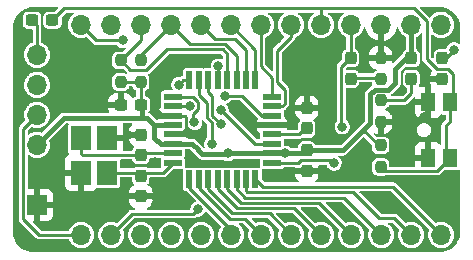
<source format=gtl>
G04 #@! TF.GenerationSoftware,KiCad,Pcbnew,(6.0.11)*
G04 #@! TF.CreationDate,2023-03-04T17:47:10+01:00*
G04 #@! TF.ProjectId,ATMEGA328P_AU_BreadboardAdapter,41544d45-4741-4333-9238-505f41555f42,rev?*
G04 #@! TF.SameCoordinates,Original*
G04 #@! TF.FileFunction,Copper,L1,Top*
G04 #@! TF.FilePolarity,Positive*
%FSLAX46Y46*%
G04 Gerber Fmt 4.6, Leading zero omitted, Abs format (unit mm)*
G04 Created by KiCad (PCBNEW (6.0.11)) date 2023-03-04 17:47:10*
%MOMM*%
%LPD*%
G01*
G04 APERTURE LIST*
G04 Aperture macros list*
%AMRoundRect*
0 Rectangle with rounded corners*
0 $1 Rounding radius*
0 $2 $3 $4 $5 $6 $7 $8 $9 X,Y pos of 4 corners*
0 Add a 4 corners polygon primitive as box body*
4,1,4,$2,$3,$4,$5,$6,$7,$8,$9,$2,$3,0*
0 Add four circle primitives for the rounded corners*
1,1,$1+$1,$2,$3*
1,1,$1+$1,$4,$5*
1,1,$1+$1,$6,$7*
1,1,$1+$1,$8,$9*
0 Add four rect primitives between the rounded corners*
20,1,$1+$1,$2,$3,$4,$5,0*
20,1,$1+$1,$4,$5,$6,$7,0*
20,1,$1+$1,$6,$7,$8,$9,0*
20,1,$1+$1,$8,$9,$2,$3,0*%
G04 Aperture macros list end*
G04 #@! TA.AperFunction,ComponentPad*
%ADD10O,1.700000X1.700000*%
G04 #@! TD*
G04 #@! TA.AperFunction,SMDPad,CuDef*
%ADD11RoundRect,0.237500X-0.237500X0.250000X-0.237500X-0.250000X0.237500X-0.250000X0.237500X0.250000X0*%
G04 #@! TD*
G04 #@! TA.AperFunction,SMDPad,CuDef*
%ADD12RoundRect,0.237500X0.237500X-0.287500X0.237500X0.287500X-0.237500X0.287500X-0.237500X-0.287500X0*%
G04 #@! TD*
G04 #@! TA.AperFunction,SMDPad,CuDef*
%ADD13RoundRect,0.237500X0.237500X-0.300000X0.237500X0.300000X-0.237500X0.300000X-0.237500X-0.300000X0*%
G04 #@! TD*
G04 #@! TA.AperFunction,SMDPad,CuDef*
%ADD14R,1.725000X2.100000*%
G04 #@! TD*
G04 #@! TA.AperFunction,SMDPad,CuDef*
%ADD15RoundRect,0.237500X-0.237500X0.300000X-0.237500X-0.300000X0.237500X-0.300000X0.237500X0.300000X0*%
G04 #@! TD*
G04 #@! TA.AperFunction,SMDPad,CuDef*
%ADD16RoundRect,0.237500X0.237500X-0.250000X0.237500X0.250000X-0.237500X0.250000X-0.237500X-0.250000X0*%
G04 #@! TD*
G04 #@! TA.AperFunction,SMDPad,CuDef*
%ADD17RoundRect,0.237500X-0.300000X-0.237500X0.300000X-0.237500X0.300000X0.237500X-0.300000X0.237500X0*%
G04 #@! TD*
G04 #@! TA.AperFunction,SMDPad,CuDef*
%ADD18R,1.200000X1.600000*%
G04 #@! TD*
G04 #@! TA.AperFunction,ComponentPad*
%ADD19R,1.700000X1.700000*%
G04 #@! TD*
G04 #@! TA.AperFunction,SMDPad,CuDef*
%ADD20R,1.500000X0.550000*%
G04 #@! TD*
G04 #@! TA.AperFunction,SMDPad,CuDef*
%ADD21R,0.550000X1.500000*%
G04 #@! TD*
G04 #@! TA.AperFunction,ViaPad*
%ADD22C,0.800000*%
G04 #@! TD*
G04 #@! TA.AperFunction,Conductor*
%ADD23C,0.250000*%
G04 #@! TD*
G04 #@! TA.AperFunction,Conductor*
%ADD24C,0.400000*%
G04 #@! TD*
G04 APERTURE END LIST*
D10*
X194030000Y-90780000D03*
X191490000Y-90780000D03*
X188950000Y-90780000D03*
X186410000Y-90780000D03*
X183870000Y-90780000D03*
X181330000Y-90780000D03*
X178790000Y-90780000D03*
X176250000Y-90780000D03*
X173710000Y-90780000D03*
X171170000Y-90780000D03*
X168630000Y-90780000D03*
X166090000Y-90780000D03*
X163550000Y-90780000D03*
X194000000Y-73000000D03*
X191460000Y-73000000D03*
X188920000Y-73000000D03*
X186380000Y-73000000D03*
X183840000Y-73000000D03*
X181300000Y-73000000D03*
X178760000Y-73000000D03*
X176220000Y-73000000D03*
X173680000Y-73000000D03*
X171140000Y-73000000D03*
X168600000Y-73000000D03*
X166060000Y-73000000D03*
X163520000Y-73000000D03*
D11*
X188900000Y-81212500D03*
X188900000Y-79387500D03*
D12*
X191500000Y-75800000D03*
X191500000Y-77550000D03*
X194100000Y-75800000D03*
X194100000Y-77550000D03*
D11*
X188900000Y-83187500D03*
X188900000Y-85012500D03*
X188900000Y-75785000D03*
X188900000Y-77610000D03*
D13*
X168600000Y-84012500D03*
X168600000Y-82287500D03*
D14*
X165725000Y-85500000D03*
X165725000Y-82600000D03*
X163550000Y-82600000D03*
X163550000Y-85500000D03*
D15*
X182650000Y-80032500D03*
X182650000Y-81757500D03*
D16*
X166900000Y-77825000D03*
X166900000Y-76000000D03*
D17*
X159387500Y-72600000D03*
X161112500Y-72600000D03*
D18*
X194802500Y-79540500D03*
X194802500Y-84239500D03*
X192918000Y-79540500D03*
X192918000Y-84239500D03*
D15*
X168600000Y-85787500D03*
X168600000Y-87512500D03*
D13*
X182650000Y-85337500D03*
X182650000Y-83612500D03*
D19*
X159800000Y-88240000D03*
D10*
X159800000Y-83160000D03*
X159800000Y-80620000D03*
X159800000Y-78080000D03*
X159800000Y-75540000D03*
D17*
X166887500Y-79750000D03*
X168612500Y-79750000D03*
D20*
X171300000Y-79070000D03*
X171300000Y-79870000D03*
X171300000Y-80670000D03*
X171300000Y-81470000D03*
X171300000Y-82270000D03*
X171300000Y-83070000D03*
X171300000Y-83870000D03*
X171300000Y-84670000D03*
D21*
X172700000Y-86070000D03*
X173500000Y-86070000D03*
X174300000Y-86070000D03*
X175100000Y-86070000D03*
X175900000Y-86070000D03*
X176700000Y-86070000D03*
X177500000Y-86070000D03*
X178300000Y-86070000D03*
D20*
X179700000Y-84670000D03*
X179700000Y-83870000D03*
X179700000Y-83070000D03*
X179700000Y-82270000D03*
X179700000Y-81470000D03*
X179700000Y-80670000D03*
X179700000Y-79870000D03*
X179700000Y-79070000D03*
D21*
X178300000Y-77670000D03*
X177500000Y-77670000D03*
X176700000Y-77670000D03*
X175900000Y-77670000D03*
X175100000Y-77670000D03*
X174300000Y-77670000D03*
X173500000Y-77670000D03*
X172700000Y-77670000D03*
D11*
X168600000Y-76000000D03*
X168600000Y-77825000D03*
D12*
X186350000Y-75800000D03*
X186350000Y-77550000D03*
D22*
X169900000Y-88200000D03*
X192575000Y-80825000D03*
X195200000Y-74000000D03*
X158525000Y-73675000D03*
X163275000Y-75575000D03*
X181325498Y-76625000D03*
X180100000Y-74200000D03*
X183900000Y-75700000D03*
X184950000Y-84700000D03*
X185650000Y-81600000D03*
X190250000Y-88200000D03*
X188400000Y-87550000D03*
X194450000Y-88100000D03*
X173150000Y-76000000D03*
X170800000Y-76600000D03*
X159050000Y-91350000D03*
X166850000Y-87900000D03*
X169800000Y-84600000D03*
X172500000Y-82150000D03*
X172700000Y-84250000D03*
X175375500Y-81400000D03*
X174596870Y-83048583D03*
X173443511Y-88568109D03*
X169900000Y-79750000D03*
X167500000Y-82300000D03*
X175150000Y-76500000D03*
X175980000Y-83870000D03*
X180820000Y-83870000D03*
X195100000Y-75100000D03*
X175700000Y-79019502D03*
X167100000Y-74300000D03*
X175375500Y-80185819D03*
X171800000Y-78060000D03*
X173135451Y-81240049D03*
X172750000Y-79830000D03*
D23*
X185550000Y-76525000D02*
X186380000Y-75695000D01*
X185550000Y-81500000D02*
X185550000Y-76525000D01*
X186380000Y-75695000D02*
X186380000Y-73000000D01*
X185650000Y-81600000D02*
X185550000Y-81500000D01*
D24*
X189550000Y-78500000D02*
X188398439Y-78500000D01*
X188398439Y-78500000D02*
X188025000Y-78873439D01*
X188025000Y-81275000D02*
X187425000Y-81875000D01*
X190150000Y-77900000D02*
X189550000Y-78500000D01*
X190150000Y-76700000D02*
X190150000Y-77900000D01*
X191460000Y-75390000D02*
X190150000Y-76700000D01*
X191460000Y-73000000D02*
X191460000Y-75390000D01*
X188025000Y-78873439D02*
X188025000Y-81275000D01*
D23*
X188900000Y-83187500D02*
X188737500Y-83187500D01*
X188737500Y-83187500D02*
X187425000Y-81875000D01*
D24*
X187425000Y-81875000D02*
X185682500Y-83617500D01*
D23*
X189252000Y-85364500D02*
X193677500Y-85364500D01*
X193677500Y-85364500D02*
X194802500Y-84239500D01*
X188900000Y-85012500D02*
X189252000Y-85364500D01*
X194400000Y-83837000D02*
X194802500Y-84239500D01*
X194802500Y-81147500D02*
X194400000Y-81550000D01*
X194802500Y-79540500D02*
X194802500Y-81147500D01*
X194400000Y-81550000D02*
X194400000Y-83837000D01*
D24*
X185682500Y-83617500D02*
X182500000Y-83617500D01*
D23*
X191500000Y-78800000D02*
X191500000Y-77475000D01*
X190912500Y-79387500D02*
X191500000Y-78800000D01*
X188900000Y-79387500D02*
X190912500Y-79387500D01*
X182125000Y-84475000D02*
X184725000Y-84475000D01*
X181930000Y-84670000D02*
X182125000Y-84475000D01*
X179700000Y-84670000D02*
X181930000Y-84670000D01*
X184725000Y-84475000D02*
X184950000Y-84700000D01*
X181300000Y-74025305D02*
X181300000Y-73000000D01*
X180150000Y-77845000D02*
X180150000Y-75175305D01*
X180775000Y-79670000D02*
X180775000Y-78470000D01*
X180775000Y-78470000D02*
X180150000Y-77845000D01*
X180150000Y-75175305D02*
X181300000Y-74025305D01*
X180575000Y-79870000D02*
X180775000Y-79670000D01*
X179700000Y-79870000D02*
X180575000Y-79870000D01*
X179700000Y-77450000D02*
X179700000Y-79070000D01*
X178760000Y-76510000D02*
X179700000Y-77450000D01*
X178760000Y-73000000D02*
X178760000Y-76510000D01*
X190060000Y-89350000D02*
X191490000Y-90780000D01*
X177590000Y-87160000D02*
X186560000Y-87160000D01*
X177500000Y-87070000D02*
X177590000Y-87160000D01*
X188750000Y-89350000D02*
X190060000Y-89350000D01*
X177500000Y-86070000D02*
X177500000Y-87070000D01*
X186560000Y-87160000D02*
X188750000Y-89350000D01*
X172410451Y-82060451D02*
X172500000Y-82150000D01*
X171300000Y-80670000D02*
X172300000Y-80670000D01*
X172300000Y-80670000D02*
X172410451Y-80780451D01*
X172410451Y-80780451D02*
X172410451Y-82060451D01*
X173015305Y-79070000D02*
X171300000Y-79070000D01*
X173475000Y-79529695D02*
X173015305Y-79070000D01*
X173050305Y-80555000D02*
X173475000Y-80130305D01*
X173050305Y-81154903D02*
X173050305Y-80555000D01*
X173135451Y-81240049D02*
X173050305Y-81154903D01*
X173475000Y-80130305D02*
X173475000Y-79529695D01*
X173500000Y-78918299D02*
X173500000Y-77670000D01*
X174200500Y-79618799D02*
X173500000Y-78918299D01*
X174596870Y-81257766D02*
X174200500Y-80861396D01*
X174200500Y-80861396D02*
X174200500Y-79618799D01*
X174596870Y-83048583D02*
X174596870Y-81257766D01*
D24*
X173410187Y-83539813D02*
X172960187Y-83089813D01*
X173410187Y-83560187D02*
X173410187Y-83539813D01*
X172960187Y-83089813D02*
X171319813Y-83089813D01*
X173800000Y-83950000D02*
X175900000Y-83950000D01*
X175900000Y-83950000D02*
X175980000Y-83870000D01*
X173410187Y-83560187D02*
X173800000Y-83950000D01*
D23*
X174300000Y-78670000D02*
X174300000Y-77670000D01*
X174650500Y-79020500D02*
X174300000Y-78670000D01*
X174650500Y-80675000D02*
X174650500Y-79020500D01*
X175375500Y-81400000D02*
X174650500Y-80675000D01*
D24*
X171319813Y-83089813D02*
X171300000Y-83070000D01*
X172380000Y-82270000D02*
X172500000Y-82150000D01*
X171300000Y-82270000D02*
X172380000Y-82270000D01*
X169900000Y-79750000D02*
X169900000Y-80200000D01*
X169900000Y-80200000D02*
X170370000Y-80670000D01*
X170370000Y-80670000D02*
X171300000Y-80670000D01*
X175980000Y-83870000D02*
X179700000Y-83870000D01*
D23*
X178259681Y-83070000D02*
X179700000Y-83070000D01*
X175375500Y-80185819D02*
X178259681Y-83070000D01*
X158625000Y-89415000D02*
X159990000Y-90780000D01*
X158625000Y-81795000D02*
X158625000Y-89415000D01*
X159990000Y-90780000D02*
X163550000Y-90780000D01*
X159800000Y-80620000D02*
X158625000Y-81795000D01*
X173011620Y-89000000D02*
X173443511Y-88568109D01*
X170900000Y-89000000D02*
X173011620Y-89000000D01*
X167870000Y-89000000D02*
X170900000Y-89000000D01*
X166090000Y-90780000D02*
X167870000Y-89000000D01*
X176250000Y-90350000D02*
X176250000Y-90780000D01*
X172700000Y-86800000D02*
X176250000Y-90350000D01*
X172700000Y-86070000D02*
X172700000Y-86800000D01*
X177420000Y-89410000D02*
X178790000Y-90780000D01*
X173500000Y-86800000D02*
X176110000Y-89410000D01*
X173500000Y-86070000D02*
X173500000Y-86800000D01*
X176110000Y-89410000D02*
X177420000Y-89410000D01*
X174300000Y-86070000D02*
X174300000Y-86906396D01*
X174300000Y-86906396D02*
X176353604Y-88960000D01*
X176353604Y-88960000D02*
X179510000Y-88960000D01*
X179510000Y-88960000D02*
X181330000Y-90780000D01*
X175100000Y-86070000D02*
X175100000Y-86906396D01*
X176703604Y-88510000D02*
X181600000Y-88510000D01*
X175100000Y-86906396D02*
X176703604Y-88510000D01*
X181600000Y-88510000D02*
X183870000Y-90780000D01*
X175900000Y-86070000D02*
X175900000Y-86906396D01*
X175900000Y-86906396D02*
X177053604Y-88060000D01*
X177053604Y-88060000D02*
X183690000Y-88060000D01*
X183690000Y-88060000D02*
X186410000Y-90780000D01*
X185780000Y-87610000D02*
X188950000Y-90780000D01*
X176700000Y-86906396D02*
X177403604Y-87610000D01*
X177403604Y-87610000D02*
X185780000Y-87610000D01*
X176700000Y-86070000D02*
X176700000Y-86906396D01*
D24*
X167200000Y-82600000D02*
X167500000Y-82300000D01*
X165725000Y-82600000D02*
X167200000Y-82600000D01*
X167512500Y-82287500D02*
X167500000Y-82300000D01*
X168600000Y-82287500D02*
X167512500Y-82287500D01*
X169137500Y-80887500D02*
X169750000Y-81500000D01*
X168712500Y-80887500D02*
X169137500Y-80887500D01*
X168712500Y-79850000D02*
X168612500Y-79750000D01*
X168712500Y-80887500D02*
X162062500Y-80887500D01*
X168712500Y-80887500D02*
X168712500Y-79850000D01*
X159800000Y-83150000D02*
X159800000Y-83160000D01*
X162062500Y-80887500D02*
X159800000Y-83150000D01*
X169780000Y-81470000D02*
X169750000Y-81500000D01*
X171300000Y-81470000D02*
X169780000Y-81470000D01*
X169750000Y-82550000D02*
X169750000Y-81500000D01*
X171300000Y-83070000D02*
X170270000Y-83070000D01*
X170270000Y-83070000D02*
X169750000Y-82550000D01*
D23*
X168742500Y-83870000D02*
X171300000Y-83870000D01*
X168600000Y-84012500D02*
X168742500Y-83870000D01*
X163662500Y-84012500D02*
X168600000Y-84012500D01*
X163550000Y-83900000D02*
X163662500Y-84012500D01*
X163550000Y-82600000D02*
X163550000Y-83900000D01*
X168600000Y-79737500D02*
X168612500Y-79750000D01*
X168600000Y-77825000D02*
X168600000Y-79737500D01*
X170470000Y-85500000D02*
X171300000Y-84670000D01*
X165725000Y-85500000D02*
X170470000Y-85500000D01*
X166900000Y-77825000D02*
X168600000Y-77825000D01*
X183840000Y-71610000D02*
X183850000Y-71600000D01*
X183850000Y-71600000D02*
X191721701Y-71600000D01*
X162112500Y-71600000D02*
X183850000Y-71600000D01*
X183840000Y-73000000D02*
X183840000Y-71610000D01*
X175100000Y-76550000D02*
X175150000Y-76500000D01*
X175100000Y-77670000D02*
X175100000Y-76550000D01*
X167712500Y-76812500D02*
X166900000Y-76000000D01*
X170807995Y-75075000D02*
X169070495Y-76812500D01*
X175538604Y-75075000D02*
X170807995Y-75075000D01*
X169070495Y-76812500D02*
X167712500Y-76812500D01*
X175900000Y-75436396D02*
X175538604Y-75075000D01*
X175900000Y-77670000D02*
X175900000Y-75436396D01*
X175725000Y-74625000D02*
X176700000Y-75600000D01*
X176700000Y-75600000D02*
X176700000Y-77670000D01*
X171140000Y-73000000D02*
X172765000Y-74625000D01*
X172765000Y-74625000D02*
X175725000Y-74625000D01*
X168600000Y-75540000D02*
X171140000Y-73000000D01*
X168600000Y-76000000D02*
X168600000Y-75540000D01*
X188862500Y-77475000D02*
X188900000Y-77512500D01*
X186350000Y-77475000D02*
X188862500Y-77475000D01*
D24*
X180820000Y-83870000D02*
X182247500Y-83870000D01*
X179700000Y-83870000D02*
X180820000Y-83870000D01*
D23*
X194400000Y-75800000D02*
X195100000Y-75100000D01*
X194100000Y-75800000D02*
X194400000Y-75800000D01*
X195000000Y-79343000D02*
X194802500Y-79540500D01*
X194570495Y-76700000D02*
X195000000Y-77129505D01*
X193629505Y-76700000D02*
X194570495Y-76700000D01*
X192800000Y-75870495D02*
X193629505Y-76700000D01*
X191721701Y-71600000D02*
X192800000Y-72678299D01*
X195000000Y-77129505D02*
X195000000Y-79343000D01*
X192800000Y-72678299D02*
X192800000Y-75870495D01*
X161112500Y-72600000D02*
X162112500Y-71600000D01*
X177174502Y-79019502D02*
X178825000Y-80670000D01*
X178825000Y-80670000D02*
X179700000Y-80670000D01*
X175700000Y-79019502D02*
X177174502Y-79019502D01*
X164820000Y-74300000D02*
X167100000Y-74300000D01*
X163520000Y-73000000D02*
X164820000Y-74300000D01*
D24*
X182247500Y-83870000D02*
X182500000Y-83617500D01*
D23*
X181992500Y-82270000D02*
X182500000Y-81762500D01*
X179700000Y-82270000D02*
X181992500Y-82270000D01*
X159800000Y-73012500D02*
X159387500Y-72600000D01*
X159800000Y-75540000D02*
X159800000Y-73012500D01*
X168600000Y-74300000D02*
X166900000Y-76000000D01*
X168600000Y-73000000D02*
X168600000Y-74300000D01*
X176545000Y-74175000D02*
X177500000Y-75130000D01*
X174855000Y-74175000D02*
X176545000Y-74175000D01*
X173680000Y-73000000D02*
X174855000Y-74175000D01*
X177500000Y-75130000D02*
X177500000Y-77670000D01*
X178300000Y-75080000D02*
X178300000Y-77670000D01*
X176220000Y-73000000D02*
X178300000Y-75080000D01*
X172700000Y-77670000D02*
X172190000Y-77670000D01*
X172190000Y-77670000D02*
X171800000Y-78060000D01*
X172750000Y-79830000D02*
X171340000Y-79830000D01*
X171340000Y-79830000D02*
X171300000Y-79870000D01*
X189960000Y-86710000D02*
X194030000Y-90780000D01*
X178940000Y-86710000D02*
X189960000Y-86710000D01*
X178300000Y-86070000D02*
X178940000Y-86710000D01*
G04 #@! TA.AperFunction,Conductor*
G36*
X161574269Y-71518806D02*
G01*
X161592575Y-71563000D01*
X161574269Y-71607194D01*
X161325269Y-71856194D01*
X161281075Y-71874500D01*
X160799478Y-71874501D01*
X160766310Y-71874501D01*
X160764637Y-71874683D01*
X160764632Y-71874683D01*
X160738562Y-71877515D01*
X160706632Y-71880983D01*
X160702964Y-71882358D01*
X160702960Y-71882359D01*
X160579912Y-71928487D01*
X160579910Y-71928488D01*
X160575741Y-71930051D01*
X160572177Y-71932722D01*
X160560654Y-71941358D01*
X160463884Y-72013884D01*
X160461216Y-72017444D01*
X160396105Y-72104321D01*
X160380051Y-72125741D01*
X160378488Y-72129910D01*
X160378487Y-72129912D01*
X160332358Y-72252964D01*
X160330983Y-72256632D01*
X160324500Y-72316309D01*
X160324501Y-72883690D01*
X160324683Y-72885363D01*
X160324683Y-72885368D01*
X160327515Y-72911438D01*
X160330983Y-72943368D01*
X160332358Y-72947036D01*
X160332359Y-72947040D01*
X160374577Y-73059658D01*
X160380051Y-73074259D01*
X160463884Y-73186116D01*
X160575741Y-73269949D01*
X160579910Y-73271512D01*
X160579912Y-73271513D01*
X160702961Y-73317641D01*
X160706632Y-73319017D01*
X160766309Y-73325500D01*
X161111987Y-73325500D01*
X161458690Y-73325499D01*
X161460363Y-73325317D01*
X161460368Y-73325317D01*
X161486438Y-73322485D01*
X161518368Y-73319017D01*
X161522036Y-73317642D01*
X161522040Y-73317641D01*
X161645088Y-73271513D01*
X161645090Y-73271512D01*
X161649259Y-73269949D01*
X161761116Y-73186116D01*
X161844949Y-73074259D01*
X161850581Y-73059237D01*
X161892642Y-72947036D01*
X161894017Y-72943368D01*
X161900500Y-72883691D01*
X161900499Y-72368926D01*
X161918805Y-72324732D01*
X162249732Y-71993806D01*
X162293926Y-71975500D01*
X162862197Y-71975500D01*
X162906391Y-71993806D01*
X162924697Y-72038000D01*
X162906391Y-72082194D01*
X162894153Y-72091713D01*
X162872836Y-72104395D01*
X162872835Y-72104396D01*
X162870371Y-72105862D01*
X162718305Y-72239220D01*
X162593089Y-72398057D01*
X162585552Y-72412382D01*
X162506124Y-72563350D01*
X162498914Y-72577053D01*
X162498067Y-72579780D01*
X162498066Y-72579783D01*
X162457498Y-72710436D01*
X162438937Y-72770213D01*
X162433939Y-72812440D01*
X162416698Y-72958112D01*
X162415164Y-72971069D01*
X162428392Y-73172894D01*
X162441233Y-73223456D01*
X162477472Y-73366148D01*
X162478178Y-73368928D01*
X162479375Y-73371525D01*
X162479376Y-73371527D01*
X162486970Y-73387999D01*
X162562856Y-73552607D01*
X162679588Y-73717780D01*
X162824466Y-73858913D01*
X162992637Y-73971282D01*
X163092490Y-74014182D01*
X163175830Y-74049988D01*
X163175832Y-74049989D01*
X163178470Y-74051122D01*
X163268032Y-74071388D01*
X163372950Y-74095129D01*
X163372953Y-74095129D01*
X163375740Y-74095760D01*
X163464802Y-74099259D01*
X163574982Y-74103588D01*
X163574986Y-74103588D01*
X163577842Y-74103700D01*
X163778007Y-74074678D01*
X163954451Y-74014783D01*
X164002184Y-74017911D01*
X164018735Y-74029772D01*
X164279706Y-74290744D01*
X164521434Y-74532472D01*
X164529743Y-74542760D01*
X164538428Y-74556210D01*
X164542482Y-74559406D01*
X164542484Y-74559408D01*
X164567400Y-74579050D01*
X164572900Y-74583938D01*
X164576538Y-74587576D01*
X164578632Y-74589073D01*
X164578634Y-74589074D01*
X164593272Y-74599534D01*
X164595628Y-74601303D01*
X164623284Y-74623105D01*
X164636600Y-74633603D01*
X164641473Y-74635314D01*
X164644863Y-74637178D01*
X164648319Y-74638871D01*
X164652519Y-74641872D01*
X164668778Y-74646734D01*
X164702500Y-74656820D01*
X164705300Y-74657729D01*
X164750841Y-74673722D01*
X164750847Y-74673723D01*
X164754548Y-74675023D01*
X164758460Y-74675362D01*
X164758461Y-74675362D01*
X164758726Y-74675385D01*
X164758729Y-74675385D01*
X164760055Y-74675500D01*
X164760370Y-74675500D01*
X164764436Y-74675844D01*
X164767336Y-74676210D01*
X164772287Y-74677691D01*
X164826828Y-74675548D01*
X164829281Y-74675500D01*
X166535262Y-74675500D01*
X166579456Y-74693806D01*
X166587138Y-74703141D01*
X166594995Y-74714833D01*
X166603958Y-74728172D01*
X166720410Y-74834135D01*
X166723719Y-74835932D01*
X166723721Y-74835933D01*
X166762916Y-74857214D01*
X166858776Y-74909262D01*
X166862423Y-74910219D01*
X166862426Y-74910220D01*
X166978901Y-74940776D01*
X167011069Y-74949215D01*
X167095067Y-74950535D01*
X167164726Y-74951629D01*
X167164728Y-74951629D01*
X167168495Y-74951688D01*
X167245991Y-74933939D01*
X167279415Y-74926284D01*
X167326580Y-74934262D01*
X167354291Y-74973254D01*
X167346313Y-75020419D01*
X167337562Y-75031401D01*
X167125269Y-75243694D01*
X167081075Y-75262000D01*
X166646411Y-75262001D01*
X166616310Y-75262001D01*
X166614637Y-75262183D01*
X166614632Y-75262183D01*
X166588562Y-75265015D01*
X166556632Y-75268483D01*
X166552964Y-75269858D01*
X166552960Y-75269859D01*
X166429912Y-75315987D01*
X166429910Y-75315988D01*
X166425741Y-75317551D01*
X166313884Y-75401384D01*
X166311216Y-75404944D01*
X166263354Y-75468806D01*
X166230051Y-75513241D01*
X166228488Y-75517410D01*
X166228487Y-75517412D01*
X166182358Y-75640464D01*
X166180983Y-75644132D01*
X166174500Y-75703809D01*
X166174501Y-76296190D01*
X166180983Y-76355868D01*
X166182358Y-76359536D01*
X166182359Y-76359540D01*
X166222843Y-76467532D01*
X166230051Y-76486759D01*
X166313884Y-76598616D01*
X166425741Y-76682449D01*
X166429910Y-76684012D01*
X166429912Y-76684013D01*
X166530375Y-76721674D01*
X166556632Y-76731517D01*
X166616309Y-76738000D01*
X166646326Y-76738000D01*
X167081074Y-76737999D01*
X167125268Y-76756305D01*
X167389850Y-77020887D01*
X167408156Y-77065081D01*
X167389850Y-77109275D01*
X167345656Y-77127581D01*
X167323717Y-77123604D01*
X167247036Y-77094858D01*
X167243368Y-77093483D01*
X167183691Y-77087000D01*
X166900420Y-77087000D01*
X166616310Y-77087001D01*
X166614637Y-77087183D01*
X166614632Y-77087183D01*
X166588562Y-77090015D01*
X166556632Y-77093483D01*
X166552964Y-77094858D01*
X166552960Y-77094859D01*
X166429912Y-77140987D01*
X166429910Y-77140988D01*
X166425741Y-77142551D01*
X166422177Y-77145222D01*
X166391458Y-77168245D01*
X166313884Y-77226384D01*
X166230051Y-77338241D01*
X166228488Y-77342410D01*
X166228487Y-77342412D01*
X166182358Y-77465464D01*
X166180983Y-77469132D01*
X166174500Y-77528809D01*
X166174501Y-78121190D01*
X166174683Y-78122863D01*
X166174683Y-78122868D01*
X166174718Y-78123191D01*
X166180983Y-78180868D01*
X166182358Y-78184536D01*
X166182359Y-78184540D01*
X166221370Y-78288602D01*
X166230051Y-78311759D01*
X166313884Y-78423616D01*
X166346000Y-78447686D01*
X166421852Y-78504534D01*
X166425741Y-78507449D01*
X166429910Y-78509012D01*
X166429912Y-78509013D01*
X166524576Y-78544500D01*
X166556632Y-78556517D01*
X166616309Y-78563000D01*
X166899580Y-78563000D01*
X167183690Y-78562999D01*
X167185363Y-78562817D01*
X167185368Y-78562817D01*
X167216438Y-78559442D01*
X167243368Y-78556517D01*
X167247036Y-78555142D01*
X167247040Y-78555141D01*
X167370088Y-78509013D01*
X167370090Y-78509012D01*
X167374259Y-78507449D01*
X167378149Y-78504534D01*
X167454000Y-78447686D01*
X167486116Y-78423616D01*
X167569949Y-78311759D01*
X167585623Y-78269949D01*
X167596452Y-78241061D01*
X167629106Y-78206105D01*
X167654975Y-78200500D01*
X167845025Y-78200500D01*
X167889219Y-78218806D01*
X167903548Y-78241061D01*
X167914378Y-78269949D01*
X167930051Y-78311759D01*
X168013884Y-78423616D01*
X168046000Y-78447686D01*
X168121852Y-78504534D01*
X168125741Y-78507449D01*
X168129910Y-78509012D01*
X168129912Y-78509013D01*
X168183939Y-78529266D01*
X168218895Y-78561920D01*
X168224500Y-78587789D01*
X168224500Y-78980967D01*
X168206194Y-79025161D01*
X168183939Y-79039490D01*
X168079912Y-79078487D01*
X168079910Y-79078488D01*
X168075741Y-79080051D01*
X168072177Y-79082722D01*
X168036548Y-79109425D01*
X167963884Y-79163884D01*
X167961216Y-79167444D01*
X167955628Y-79174900D01*
X167914475Y-79199286D01*
X167868132Y-79187430D01*
X167852468Y-79170305D01*
X167777632Y-79049370D01*
X167773153Y-79043719D01*
X167655259Y-78926030D01*
X167649598Y-78921559D01*
X167507797Y-78834153D01*
X167501263Y-78831106D01*
X167342944Y-78778594D01*
X167336316Y-78777173D01*
X167238616Y-78767162D01*
X167235435Y-78767000D01*
X167153931Y-78767000D01*
X167145141Y-78770641D01*
X167141500Y-78779431D01*
X167141500Y-79941500D01*
X167123194Y-79985694D01*
X167079000Y-80004000D01*
X165854431Y-80004000D01*
X165845641Y-80007641D01*
X165842000Y-80016431D01*
X165842000Y-80035422D01*
X165842166Y-80038635D01*
X165852434Y-80137589D01*
X165853869Y-80144235D01*
X165906654Y-80302448D01*
X165909714Y-80308981D01*
X165929906Y-80341612D01*
X165937595Y-80388826D01*
X165909647Y-80427647D01*
X165876759Y-80437000D01*
X162092973Y-80437000D01*
X162085627Y-80436567D01*
X162048189Y-80432136D01*
X161989471Y-80442860D01*
X161987625Y-80443168D01*
X161928538Y-80452051D01*
X161924322Y-80454076D01*
X161922381Y-80454673D01*
X161922080Y-80454747D01*
X161921727Y-80454861D01*
X161921437Y-80454980D01*
X161919519Y-80455637D01*
X161914927Y-80456475D01*
X161910788Y-80458625D01*
X161910782Y-80458627D01*
X161861983Y-80483976D01*
X161860228Y-80484853D01*
X161851103Y-80489235D01*
X161806421Y-80510691D01*
X161802991Y-80513862D01*
X161801307Y-80515006D01*
X161800753Y-80515337D01*
X161797869Y-80517281D01*
X161794711Y-80518921D01*
X161789672Y-80523225D01*
X161751548Y-80561349D01*
X161749779Y-80563050D01*
X161706944Y-80602646D01*
X161704597Y-80606686D01*
X161701677Y-80610331D01*
X161701376Y-80610090D01*
X161696602Y-80616295D01*
X160213565Y-82099332D01*
X160169371Y-82117638D01*
X160146212Y-82113189D01*
X160116560Y-82101359D01*
X160116550Y-82101356D01*
X160113898Y-82100298D01*
X160111092Y-82099740D01*
X160111089Y-82099739D01*
X159918332Y-82061397D01*
X159918330Y-82061397D01*
X159915526Y-82060839D01*
X159820350Y-82059593D01*
X159716148Y-82058229D01*
X159716143Y-82058229D01*
X159713286Y-82058192D01*
X159710465Y-82058677D01*
X159710461Y-82058677D01*
X159594035Y-82078683D01*
X159513949Y-82092444D01*
X159511261Y-82093436D01*
X159511256Y-82093437D01*
X159326881Y-82161457D01*
X159326878Y-82161459D01*
X159324193Y-82162449D01*
X159150371Y-82265862D01*
X159110801Y-82300564D01*
X159104209Y-82306345D01*
X159058912Y-82321721D01*
X159016010Y-82300564D01*
X159000500Y-82259355D01*
X159000500Y-81976425D01*
X159018806Y-81932231D01*
X159303624Y-81647413D01*
X159347818Y-81629107D01*
X159372489Y-81634182D01*
X159458470Y-81671122D01*
X159513575Y-81683591D01*
X159652950Y-81715129D01*
X159652953Y-81715129D01*
X159655740Y-81715760D01*
X159744802Y-81719259D01*
X159854982Y-81723588D01*
X159854986Y-81723588D01*
X159857842Y-81723700D01*
X160058007Y-81694678D01*
X160249531Y-81629664D01*
X160426001Y-81530837D01*
X160432479Y-81525450D01*
X160562146Y-81417606D01*
X160581505Y-81401505D01*
X160619744Y-81355528D01*
X160709006Y-81248203D01*
X160709008Y-81248200D01*
X160710837Y-81246001D01*
X160809664Y-81069531D01*
X160874678Y-80878007D01*
X160898082Y-80716590D01*
X160903437Y-80679658D01*
X160903437Y-80679653D01*
X160903700Y-80677842D01*
X160905215Y-80620000D01*
X160904346Y-80610536D01*
X160892716Y-80483976D01*
X160886708Y-80418591D01*
X160885290Y-80413564D01*
X160832585Y-80226683D01*
X160832583Y-80226679D01*
X160831807Y-80223926D01*
X160742351Y-80042527D01*
X160737220Y-80035656D01*
X160623052Y-79882766D01*
X160623051Y-79882764D01*
X160621335Y-79880467D01*
X160472812Y-79743174D01*
X160301757Y-79635246D01*
X160146658Y-79573368D01*
X160116555Y-79561358D01*
X160113898Y-79560298D01*
X160111092Y-79559740D01*
X160111089Y-79559739D01*
X159918332Y-79521397D01*
X159918330Y-79521397D01*
X159915526Y-79520839D01*
X159820350Y-79519593D01*
X159716148Y-79518229D01*
X159716143Y-79518229D01*
X159713286Y-79518192D01*
X159710465Y-79518677D01*
X159710461Y-79518677D01*
X159615718Y-79534957D01*
X159513949Y-79552444D01*
X159511261Y-79553436D01*
X159511256Y-79553437D01*
X159326881Y-79621457D01*
X159326878Y-79621459D01*
X159324193Y-79622449D01*
X159321733Y-79623912D01*
X159321732Y-79623913D01*
X159289941Y-79642827D01*
X159150371Y-79725862D01*
X159106427Y-79764400D01*
X159014364Y-79845137D01*
X158998305Y-79859220D01*
X158952676Y-79917100D01*
X158876711Y-80013463D01*
X158873089Y-80018057D01*
X158833466Y-80093368D01*
X158784825Y-80185819D01*
X158778914Y-80197053D01*
X158778067Y-80199780D01*
X158778066Y-80199783D01*
X158744160Y-80308981D01*
X158718937Y-80390213D01*
X158708403Y-80479215D01*
X158698967Y-80558942D01*
X158695164Y-80591069D01*
X158700179Y-80667580D01*
X158707457Y-80778622D01*
X158708392Y-80792894D01*
X158758178Y-80988928D01*
X158772272Y-81019500D01*
X158784703Y-81046464D01*
X158786581Y-81094263D01*
X158772138Y-81116825D01*
X158392532Y-81496431D01*
X158382240Y-81504743D01*
X158373130Y-81510625D01*
X158373127Y-81510627D01*
X158368790Y-81513428D01*
X158356509Y-81529006D01*
X158345951Y-81542399D01*
X158341063Y-81547900D01*
X158337425Y-81551538D01*
X158335928Y-81553632D01*
X158335927Y-81553634D01*
X158325474Y-81568262D01*
X158323705Y-81570618D01*
X158291397Y-81611600D01*
X158289685Y-81616476D01*
X158287825Y-81619859D01*
X158286131Y-81623318D01*
X158283128Y-81627519D01*
X158281649Y-81632466D01*
X158281648Y-81632467D01*
X158277178Y-81647413D01*
X158271891Y-81665095D01*
X158268176Y-81677516D01*
X158267265Y-81680318D01*
X158251280Y-81725836D01*
X158251279Y-81725840D01*
X158249977Y-81729548D01*
X158249500Y-81735055D01*
X158249500Y-81735379D01*
X158249156Y-81739437D01*
X158248789Y-81742340D01*
X158247310Y-81747287D01*
X158249043Y-81791396D01*
X158249452Y-81801802D01*
X158249500Y-81804256D01*
X158249500Y-89368263D01*
X158248100Y-89381417D01*
X158244731Y-89397066D01*
X158245338Y-89402196D01*
X158245338Y-89402198D01*
X158249067Y-89433702D01*
X158249500Y-89441048D01*
X158249500Y-89446193D01*
X158250025Y-89449344D01*
X158252876Y-89466474D01*
X158253289Y-89469377D01*
X158259424Y-89521210D01*
X158261661Y-89525869D01*
X158262738Y-89529575D01*
X158263985Y-89533219D01*
X158264833Y-89538313D01*
X158267284Y-89542856D01*
X158267285Y-89542858D01*
X158289618Y-89584247D01*
X158290955Y-89586872D01*
X158313537Y-89633900D01*
X158316068Y-89636911D01*
X158316069Y-89636912D01*
X158316224Y-89637097D01*
X158316232Y-89637106D01*
X158317094Y-89638131D01*
X158317320Y-89638357D01*
X158319947Y-89641469D01*
X158321740Y-89643780D01*
X158324194Y-89648329D01*
X158327990Y-89651838D01*
X158364267Y-89685372D01*
X158366036Y-89687073D01*
X159691431Y-91012468D01*
X159699743Y-91022760D01*
X159705625Y-91031870D01*
X159705627Y-91031873D01*
X159708428Y-91036210D01*
X159712485Y-91039408D01*
X159737399Y-91059049D01*
X159742900Y-91063937D01*
X159746539Y-91067576D01*
X159748633Y-91069072D01*
X159748635Y-91069074D01*
X159763255Y-91079521D01*
X159765612Y-91081290D01*
X159806600Y-91113603D01*
X159811476Y-91115315D01*
X159814857Y-91117174D01*
X159818317Y-91118869D01*
X159822519Y-91121872D01*
X159827468Y-91123352D01*
X159827470Y-91123353D01*
X159872500Y-91136820D01*
X159875300Y-91137729D01*
X159920841Y-91153722D01*
X159920847Y-91153723D01*
X159924548Y-91155023D01*
X159928460Y-91155362D01*
X159928461Y-91155362D01*
X159928726Y-91155385D01*
X159928729Y-91155385D01*
X159930055Y-91155500D01*
X159930370Y-91155500D01*
X159934436Y-91155844D01*
X159937336Y-91156210D01*
X159942287Y-91157691D01*
X159996828Y-91155548D01*
X159999281Y-91155500D01*
X162471199Y-91155500D01*
X162515393Y-91173806D01*
X162527958Y-91191834D01*
X162544064Y-91226769D01*
X162592856Y-91332607D01*
X162709588Y-91497780D01*
X162711642Y-91499781D01*
X162711643Y-91499782D01*
X162772748Y-91559307D01*
X162854466Y-91638913D01*
X163022637Y-91751282D01*
X163136613Y-91800250D01*
X163205830Y-91829988D01*
X163205832Y-91829989D01*
X163208470Y-91831122D01*
X163308502Y-91853757D01*
X163402950Y-91875129D01*
X163402953Y-91875129D01*
X163405740Y-91875760D01*
X163494802Y-91879259D01*
X163604982Y-91883588D01*
X163604986Y-91883588D01*
X163607842Y-91883700D01*
X163808007Y-91854678D01*
X163999531Y-91789664D01*
X164176001Y-91690837D01*
X164226495Y-91648842D01*
X164329307Y-91563333D01*
X164331505Y-91561505D01*
X164427694Y-91445851D01*
X164459006Y-91408203D01*
X164459008Y-91408200D01*
X164460837Y-91406001D01*
X164559664Y-91229531D01*
X164624678Y-91038007D01*
X164653700Y-90837842D01*
X164655215Y-90780000D01*
X164654459Y-90771764D01*
X164636970Y-90581446D01*
X164636708Y-90578591D01*
X164628705Y-90550213D01*
X164582585Y-90386683D01*
X164582583Y-90386679D01*
X164581807Y-90383926D01*
X164492351Y-90202527D01*
X164475972Y-90180593D01*
X164373052Y-90042766D01*
X164373051Y-90042764D01*
X164371335Y-90040467D01*
X164222812Y-89903174D01*
X164051757Y-89795246D01*
X163922821Y-89743806D01*
X163866555Y-89721358D01*
X163863898Y-89720298D01*
X163861092Y-89719740D01*
X163861089Y-89719739D01*
X163668332Y-89681397D01*
X163668330Y-89681397D01*
X163665526Y-89680839D01*
X163570350Y-89679593D01*
X163466148Y-89678229D01*
X163466143Y-89678229D01*
X163463286Y-89678192D01*
X163460465Y-89678677D01*
X163460461Y-89678677D01*
X163344035Y-89698683D01*
X163263949Y-89712444D01*
X163261263Y-89713435D01*
X163261256Y-89713437D01*
X163076881Y-89781457D01*
X163076878Y-89781459D01*
X163074193Y-89782449D01*
X162900371Y-89885862D01*
X162748305Y-90019220D01*
X162623089Y-90178057D01*
X162528914Y-90357053D01*
X162528067Y-90359782D01*
X162528065Y-90359786D01*
X162527831Y-90360541D01*
X162527675Y-90360728D01*
X162526968Y-90362436D01*
X162526437Y-90362216D01*
X162497239Y-90397315D01*
X162468144Y-90404500D01*
X160171425Y-90404500D01*
X160127231Y-90386194D01*
X159445731Y-89704694D01*
X159427425Y-89660500D01*
X159445731Y-89616306D01*
X159489925Y-89598000D01*
X159533569Y-89598000D01*
X159542359Y-89594359D01*
X159546000Y-89585569D01*
X159546000Y-89585568D01*
X160054000Y-89585568D01*
X160057641Y-89594358D01*
X160066431Y-89597999D01*
X160696396Y-89597999D01*
X160699766Y-89597817D01*
X160756310Y-89591675D01*
X160763878Y-89589876D01*
X160892291Y-89541736D01*
X160900026Y-89537501D01*
X161009344Y-89455572D01*
X161015572Y-89449344D01*
X161097501Y-89340026D01*
X161101736Y-89332291D01*
X161149877Y-89203875D01*
X161151675Y-89196311D01*
X161157817Y-89139770D01*
X161158000Y-89136402D01*
X161158000Y-88506431D01*
X161154359Y-88497641D01*
X161145569Y-88494000D01*
X160066431Y-88494000D01*
X160057641Y-88497641D01*
X160054000Y-88506431D01*
X160054000Y-89585568D01*
X159546000Y-89585568D01*
X159546000Y-87973569D01*
X160054000Y-87973569D01*
X160057641Y-87982359D01*
X160066431Y-87986000D01*
X161145568Y-87986000D01*
X161154358Y-87982359D01*
X161157999Y-87973569D01*
X161157999Y-87343604D01*
X161157817Y-87340234D01*
X161151675Y-87283690D01*
X161149876Y-87276122D01*
X161101736Y-87147709D01*
X161097501Y-87139974D01*
X161015572Y-87030656D01*
X161009344Y-87024428D01*
X160900026Y-86942499D01*
X160892291Y-86938264D01*
X160763875Y-86890123D01*
X160756311Y-86888325D01*
X160699770Y-86882183D01*
X160696402Y-86882000D01*
X160066431Y-86882000D01*
X160057641Y-86885641D01*
X160054000Y-86894431D01*
X160054000Y-87973569D01*
X159546000Y-87973569D01*
X159546000Y-86894432D01*
X159542359Y-86885642D01*
X159533569Y-86882001D01*
X159063000Y-86882001D01*
X159018806Y-86863695D01*
X159000500Y-86819501D01*
X159000500Y-86596396D01*
X162179501Y-86596396D01*
X162179683Y-86599766D01*
X162185825Y-86656310D01*
X162187624Y-86663878D01*
X162235764Y-86792291D01*
X162239999Y-86800026D01*
X162321928Y-86909344D01*
X162328156Y-86915572D01*
X162437474Y-86997501D01*
X162445209Y-87001736D01*
X162573625Y-87049877D01*
X162581189Y-87051675D01*
X162637730Y-87057817D01*
X162641098Y-87058000D01*
X163283569Y-87058000D01*
X163292359Y-87054359D01*
X163296000Y-87045569D01*
X163296000Y-85766431D01*
X163292359Y-85757641D01*
X163283569Y-85754000D01*
X162191932Y-85754000D01*
X162183142Y-85757641D01*
X162179501Y-85766431D01*
X162179501Y-86596396D01*
X159000500Y-86596396D01*
X159000500Y-84065420D01*
X159018806Y-84021226D01*
X159063000Y-84002920D01*
X159102331Y-84016847D01*
X159102415Y-84016915D01*
X159104466Y-84018913D01*
X159106845Y-84020503D01*
X159106848Y-84020505D01*
X159151480Y-84050327D01*
X159272637Y-84131282D01*
X159365556Y-84171203D01*
X159455830Y-84209988D01*
X159455832Y-84209989D01*
X159458470Y-84211122D01*
X159558502Y-84233757D01*
X159652950Y-84255129D01*
X159652953Y-84255129D01*
X159655740Y-84255760D01*
X159744802Y-84259259D01*
X159854982Y-84263588D01*
X159854986Y-84263588D01*
X159857842Y-84263700D01*
X160058007Y-84234678D01*
X160249531Y-84169664D01*
X160426001Y-84070837D01*
X160428892Y-84068433D01*
X160579307Y-83943333D01*
X160581505Y-83941505D01*
X160673673Y-83830686D01*
X160709006Y-83788203D01*
X160709008Y-83788200D01*
X160710837Y-83786001D01*
X160809664Y-83609531D01*
X160874678Y-83418007D01*
X160888439Y-83323098D01*
X160903437Y-83219658D01*
X160903437Y-83219653D01*
X160903700Y-83217842D01*
X160905215Y-83160000D01*
X160886708Y-82958591D01*
X160882574Y-82943931D01*
X160839852Y-82792451D01*
X160845474Y-82744947D01*
X160855811Y-82731292D01*
X162230797Y-81356306D01*
X162274991Y-81338000D01*
X162410951Y-81338000D01*
X162455145Y-81356306D01*
X162473451Y-81400500D01*
X162462919Y-81435221D01*
X162451534Y-81452260D01*
X162437000Y-81525326D01*
X162437000Y-83674674D01*
X162451534Y-83747740D01*
X162506899Y-83830601D01*
X162512016Y-83834020D01*
X162544135Y-83855481D01*
X162570711Y-83895255D01*
X162561379Y-83942171D01*
X162531351Y-83965971D01*
X162445209Y-83998264D01*
X162437474Y-84002499D01*
X162328156Y-84084428D01*
X162321928Y-84090656D01*
X162239999Y-84199974D01*
X162235764Y-84207709D01*
X162187623Y-84336125D01*
X162185825Y-84343689D01*
X162179683Y-84400230D01*
X162179500Y-84403598D01*
X162179500Y-85233569D01*
X162183141Y-85242359D01*
X162191931Y-85246000D01*
X163741500Y-85246000D01*
X163785694Y-85264306D01*
X163804000Y-85308500D01*
X163804000Y-87045568D01*
X163807641Y-87054358D01*
X163816431Y-87057999D01*
X164458896Y-87057999D01*
X164462266Y-87057817D01*
X164518810Y-87051675D01*
X164526378Y-87049876D01*
X164654791Y-87001736D01*
X164662526Y-86997501D01*
X164771844Y-86915572D01*
X164778072Y-86909344D01*
X164840897Y-86825517D01*
X164882050Y-86801131D01*
X164890910Y-86800500D01*
X166612174Y-86800500D01*
X166615185Y-86799901D01*
X166615186Y-86799901D01*
X166637416Y-86795479D01*
X166685240Y-86785966D01*
X166768101Y-86730601D01*
X166823466Y-86647740D01*
X166838000Y-86574674D01*
X166838000Y-85938000D01*
X166856306Y-85893806D01*
X166900500Y-85875500D01*
X167812001Y-85875500D01*
X167856195Y-85893806D01*
X167874501Y-85938000D01*
X167874501Y-86133690D01*
X167874683Y-86135363D01*
X167874683Y-86135368D01*
X167877515Y-86161438D01*
X167880983Y-86193368D01*
X167882358Y-86197036D01*
X167882359Y-86197040D01*
X167928487Y-86320088D01*
X167930051Y-86324259D01*
X167932722Y-86327823D01*
X167951408Y-86352755D01*
X168013884Y-86436116D01*
X168017443Y-86438783D01*
X168017444Y-86438784D01*
X168024900Y-86444372D01*
X168049286Y-86485525D01*
X168037430Y-86531868D01*
X168020305Y-86547532D01*
X167899370Y-86622368D01*
X167893719Y-86626847D01*
X167776030Y-86744741D01*
X167771559Y-86750402D01*
X167684153Y-86892203D01*
X167681106Y-86898737D01*
X167628594Y-87057056D01*
X167627173Y-87063684D01*
X167617162Y-87161384D01*
X167617000Y-87164565D01*
X167617000Y-87246069D01*
X167620641Y-87254859D01*
X167629431Y-87258500D01*
X169570569Y-87258500D01*
X169579359Y-87254859D01*
X169583000Y-87246069D01*
X169583000Y-87164578D01*
X169582834Y-87161365D01*
X169572566Y-87062411D01*
X169571131Y-87055765D01*
X169518346Y-86897552D01*
X169515286Y-86891019D01*
X169427632Y-86749370D01*
X169423153Y-86743719D01*
X169305259Y-86626030D01*
X169299601Y-86621562D01*
X169179700Y-86547654D01*
X169151685Y-86508881D01*
X169159292Y-86461654D01*
X169175012Y-86444438D01*
X169186116Y-86436116D01*
X169248592Y-86352755D01*
X169267278Y-86327823D01*
X169269949Y-86324259D01*
X169272973Y-86316194D01*
X169317642Y-86197036D01*
X169319017Y-86193368D01*
X169325500Y-86133691D01*
X169325500Y-85938000D01*
X169343806Y-85893806D01*
X169388000Y-85875500D01*
X170423263Y-85875500D01*
X170436417Y-85876900D01*
X170452066Y-85880269D01*
X170457196Y-85879662D01*
X170457198Y-85879662D01*
X170488702Y-85875933D01*
X170496048Y-85875500D01*
X170501193Y-85875500D01*
X170521495Y-85872121D01*
X170524377Y-85871711D01*
X170576210Y-85865576D01*
X170580869Y-85863339D01*
X170584575Y-85862262D01*
X170588219Y-85861015D01*
X170593313Y-85860167D01*
X170597856Y-85857716D01*
X170597858Y-85857715D01*
X170639247Y-85835382D01*
X170641872Y-85834045D01*
X170685353Y-85813166D01*
X170688900Y-85811463D01*
X170691912Y-85808931D01*
X170692097Y-85808776D01*
X170692106Y-85808768D01*
X170693131Y-85807906D01*
X170693357Y-85807680D01*
X170696469Y-85805053D01*
X170698780Y-85803260D01*
X170703329Y-85800806D01*
X170740372Y-85760733D01*
X170742073Y-85758964D01*
X171287231Y-85213806D01*
X171331425Y-85195500D01*
X172074674Y-85195500D01*
X172077685Y-85194901D01*
X172077686Y-85194901D01*
X172107547Y-85188961D01*
X172154463Y-85198293D01*
X172181039Y-85238067D01*
X172181039Y-85262453D01*
X172175679Y-85289401D01*
X172174500Y-85295326D01*
X172174500Y-86844674D01*
X172189034Y-86917740D01*
X172244399Y-87000601D01*
X172327260Y-87055966D01*
X172375084Y-87065479D01*
X172397314Y-87069901D01*
X172397315Y-87069901D01*
X172400326Y-87070500D01*
X172413575Y-87070500D01*
X172457769Y-87088806D01*
X173225702Y-87856739D01*
X173244008Y-87900933D01*
X173225702Y-87945127D01*
X173210175Y-87956470D01*
X173177047Y-87973569D01*
X173078535Y-88024414D01*
X173078532Y-88024416D01*
X173075190Y-88026141D01*
X172956545Y-88129642D01*
X172954379Y-88132724D01*
X172954378Y-88132725D01*
X172953495Y-88133981D01*
X172866012Y-88258457D01*
X172833337Y-88342263D01*
X172811229Y-88398970D01*
X172808820Y-88405148D01*
X172808328Y-88408885D01*
X172791861Y-88533966D01*
X172788269Y-88561247D01*
X172788483Y-88563184D01*
X172769936Y-88606658D01*
X172726210Y-88624500D01*
X169144153Y-88624500D01*
X169099959Y-88606194D01*
X169081653Y-88562000D01*
X169099959Y-88517806D01*
X169124373Y-88502713D01*
X169152448Y-88493346D01*
X169158981Y-88490286D01*
X169300630Y-88402632D01*
X169306281Y-88398153D01*
X169423970Y-88280259D01*
X169428441Y-88274598D01*
X169515847Y-88132797D01*
X169518894Y-88126263D01*
X169571406Y-87967944D01*
X169572827Y-87961316D01*
X169582838Y-87863616D01*
X169583000Y-87860435D01*
X169583000Y-87778931D01*
X169579359Y-87770141D01*
X169570569Y-87766500D01*
X167629431Y-87766500D01*
X167620641Y-87770141D01*
X167617000Y-87778931D01*
X167617000Y-87860422D01*
X167617166Y-87863635D01*
X167627434Y-87962589D01*
X167628869Y-87969235D01*
X167681654Y-88127448D01*
X167684714Y-88133981D01*
X167772368Y-88275630D01*
X167776847Y-88281281D01*
X167894741Y-88398970D01*
X167900402Y-88403441D01*
X168042203Y-88490847D01*
X168048737Y-88493894D01*
X168075219Y-88502678D01*
X168111403Y-88533966D01*
X168114865Y-88581676D01*
X168083577Y-88617860D01*
X168055543Y-88624500D01*
X167916737Y-88624500D01*
X167903582Y-88623100D01*
X167887934Y-88619731D01*
X167882804Y-88620338D01*
X167882802Y-88620338D01*
X167851298Y-88624067D01*
X167843952Y-88624500D01*
X167838807Y-88624500D01*
X167818505Y-88627879D01*
X167815623Y-88628289D01*
X167763790Y-88634424D01*
X167759131Y-88636661D01*
X167755425Y-88637738D01*
X167751781Y-88638985D01*
X167746687Y-88639833D01*
X167742144Y-88642284D01*
X167742142Y-88642285D01*
X167700753Y-88664618D01*
X167698128Y-88665955D01*
X167651100Y-88688537D01*
X167648089Y-88691068D01*
X167648088Y-88691069D01*
X167647903Y-88691224D01*
X167647894Y-88691232D01*
X167646869Y-88692094D01*
X167646643Y-88692320D01*
X167643531Y-88694947D01*
X167641220Y-88696740D01*
X167636671Y-88699194D01*
X167633162Y-88702990D01*
X167599628Y-88739267D01*
X167597927Y-88741036D01*
X166586530Y-89752433D01*
X166542336Y-89770739D01*
X166519176Y-89766289D01*
X166406565Y-89721361D01*
X166406555Y-89721358D01*
X166403898Y-89720298D01*
X166401092Y-89719740D01*
X166401089Y-89719739D01*
X166208332Y-89681397D01*
X166208330Y-89681397D01*
X166205526Y-89680839D01*
X166110350Y-89679593D01*
X166006148Y-89678229D01*
X166006143Y-89678229D01*
X166003286Y-89678192D01*
X166000465Y-89678677D01*
X166000461Y-89678677D01*
X165884035Y-89698683D01*
X165803949Y-89712444D01*
X165801263Y-89713435D01*
X165801256Y-89713437D01*
X165616881Y-89781457D01*
X165616878Y-89781459D01*
X165614193Y-89782449D01*
X165440371Y-89885862D01*
X165288305Y-90019220D01*
X165163089Y-90178057D01*
X165068914Y-90357053D01*
X165068067Y-90359780D01*
X165068066Y-90359783D01*
X165034101Y-90469171D01*
X165008937Y-90550213D01*
X164985164Y-90751069D01*
X164998392Y-90952894D01*
X164999099Y-90955677D01*
X165045334Y-91137729D01*
X165048178Y-91148928D01*
X165132856Y-91332607D01*
X165249588Y-91497780D01*
X165251642Y-91499781D01*
X165251643Y-91499782D01*
X165312748Y-91559307D01*
X165394466Y-91638913D01*
X165562637Y-91751282D01*
X165676613Y-91800250D01*
X165745830Y-91829988D01*
X165745832Y-91829989D01*
X165748470Y-91831122D01*
X165848502Y-91853757D01*
X165942950Y-91875129D01*
X165942953Y-91875129D01*
X165945740Y-91875760D01*
X166034802Y-91879259D01*
X166144982Y-91883588D01*
X166144986Y-91883588D01*
X166147842Y-91883700D01*
X166348007Y-91854678D01*
X166539531Y-91789664D01*
X166716001Y-91690837D01*
X166766495Y-91648842D01*
X166869307Y-91563333D01*
X166871505Y-91561505D01*
X166967694Y-91445851D01*
X166999006Y-91408203D01*
X166999008Y-91408200D01*
X167000837Y-91406001D01*
X167099664Y-91229531D01*
X167164678Y-91038007D01*
X167193700Y-90837842D01*
X167195215Y-90780000D01*
X167194459Y-90771764D01*
X167192557Y-90751069D01*
X167525164Y-90751069D01*
X167538392Y-90952894D01*
X167539099Y-90955677D01*
X167585334Y-91137729D01*
X167588178Y-91148928D01*
X167672856Y-91332607D01*
X167789588Y-91497780D01*
X167791642Y-91499781D01*
X167791643Y-91499782D01*
X167852748Y-91559307D01*
X167934466Y-91638913D01*
X168102637Y-91751282D01*
X168216613Y-91800250D01*
X168285830Y-91829988D01*
X168285832Y-91829989D01*
X168288470Y-91831122D01*
X168388502Y-91853757D01*
X168482950Y-91875129D01*
X168482953Y-91875129D01*
X168485740Y-91875760D01*
X168574802Y-91879259D01*
X168684982Y-91883588D01*
X168684986Y-91883588D01*
X168687842Y-91883700D01*
X168888007Y-91854678D01*
X169079531Y-91789664D01*
X169256001Y-91690837D01*
X169306495Y-91648842D01*
X169409307Y-91563333D01*
X169411505Y-91561505D01*
X169507694Y-91445851D01*
X169539006Y-91408203D01*
X169539008Y-91408200D01*
X169540837Y-91406001D01*
X169639664Y-91229531D01*
X169704678Y-91038007D01*
X169733700Y-90837842D01*
X169735215Y-90780000D01*
X169734459Y-90771764D01*
X169732557Y-90751069D01*
X170065164Y-90751069D01*
X170078392Y-90952894D01*
X170079099Y-90955677D01*
X170125334Y-91137729D01*
X170128178Y-91148928D01*
X170212856Y-91332607D01*
X170329588Y-91497780D01*
X170331642Y-91499781D01*
X170331643Y-91499782D01*
X170392748Y-91559307D01*
X170474466Y-91638913D01*
X170642637Y-91751282D01*
X170756613Y-91800250D01*
X170825830Y-91829988D01*
X170825832Y-91829989D01*
X170828470Y-91831122D01*
X170928502Y-91853757D01*
X171022950Y-91875129D01*
X171022953Y-91875129D01*
X171025740Y-91875760D01*
X171114802Y-91879259D01*
X171224982Y-91883588D01*
X171224986Y-91883588D01*
X171227842Y-91883700D01*
X171428007Y-91854678D01*
X171619531Y-91789664D01*
X171796001Y-91690837D01*
X171846495Y-91648842D01*
X171949307Y-91563333D01*
X171951505Y-91561505D01*
X172047694Y-91445851D01*
X172079006Y-91408203D01*
X172079008Y-91408200D01*
X172080837Y-91406001D01*
X172179664Y-91229531D01*
X172244678Y-91038007D01*
X172273700Y-90837842D01*
X172275215Y-90780000D01*
X172274459Y-90771764D01*
X172272557Y-90751069D01*
X172605164Y-90751069D01*
X172618392Y-90952894D01*
X172619099Y-90955677D01*
X172665334Y-91137729D01*
X172668178Y-91148928D01*
X172752856Y-91332607D01*
X172869588Y-91497780D01*
X172871642Y-91499781D01*
X172871643Y-91499782D01*
X172932748Y-91559307D01*
X173014466Y-91638913D01*
X173182637Y-91751282D01*
X173296613Y-91800250D01*
X173365830Y-91829988D01*
X173365832Y-91829989D01*
X173368470Y-91831122D01*
X173468502Y-91853757D01*
X173562950Y-91875129D01*
X173562953Y-91875129D01*
X173565740Y-91875760D01*
X173654802Y-91879259D01*
X173764982Y-91883588D01*
X173764986Y-91883588D01*
X173767842Y-91883700D01*
X173968007Y-91854678D01*
X174159531Y-91789664D01*
X174336001Y-91690837D01*
X174386495Y-91648842D01*
X174489307Y-91563333D01*
X174491505Y-91561505D01*
X174587694Y-91445851D01*
X174619006Y-91408203D01*
X174619008Y-91408200D01*
X174620837Y-91406001D01*
X174719664Y-91229531D01*
X174784678Y-91038007D01*
X174813700Y-90837842D01*
X174815215Y-90780000D01*
X174814459Y-90771764D01*
X174796970Y-90581446D01*
X174796708Y-90578591D01*
X174788705Y-90550213D01*
X174742585Y-90386683D01*
X174742583Y-90386679D01*
X174741807Y-90383926D01*
X174652351Y-90202527D01*
X174635972Y-90180593D01*
X174533052Y-90042766D01*
X174533051Y-90042764D01*
X174531335Y-90040467D01*
X174382812Y-89903174D01*
X174211757Y-89795246D01*
X174082821Y-89743806D01*
X174026555Y-89721358D01*
X174023898Y-89720298D01*
X174021092Y-89719740D01*
X174021089Y-89719739D01*
X173828332Y-89681397D01*
X173828330Y-89681397D01*
X173825526Y-89680839D01*
X173730350Y-89679593D01*
X173626148Y-89678229D01*
X173626143Y-89678229D01*
X173623286Y-89678192D01*
X173620465Y-89678677D01*
X173620461Y-89678677D01*
X173504035Y-89698683D01*
X173423949Y-89712444D01*
X173421263Y-89713435D01*
X173421256Y-89713437D01*
X173236881Y-89781457D01*
X173236878Y-89781459D01*
X173234193Y-89782449D01*
X173060371Y-89885862D01*
X172908305Y-90019220D01*
X172783089Y-90178057D01*
X172688914Y-90357053D01*
X172688067Y-90359780D01*
X172688066Y-90359783D01*
X172654101Y-90469171D01*
X172628937Y-90550213D01*
X172605164Y-90751069D01*
X172272557Y-90751069D01*
X172256970Y-90581446D01*
X172256708Y-90578591D01*
X172248705Y-90550213D01*
X172202585Y-90386683D01*
X172202583Y-90386679D01*
X172201807Y-90383926D01*
X172112351Y-90202527D01*
X172095972Y-90180593D01*
X171993052Y-90042766D01*
X171993051Y-90042764D01*
X171991335Y-90040467D01*
X171842812Y-89903174D01*
X171671757Y-89795246D01*
X171542821Y-89743806D01*
X171486555Y-89721358D01*
X171483898Y-89720298D01*
X171481092Y-89719740D01*
X171481089Y-89719739D01*
X171288332Y-89681397D01*
X171288330Y-89681397D01*
X171285526Y-89680839D01*
X171190350Y-89679593D01*
X171086148Y-89678229D01*
X171086143Y-89678229D01*
X171083286Y-89678192D01*
X171080465Y-89678677D01*
X171080461Y-89678677D01*
X170964035Y-89698683D01*
X170883949Y-89712444D01*
X170881263Y-89713435D01*
X170881256Y-89713437D01*
X170696881Y-89781457D01*
X170696878Y-89781459D01*
X170694193Y-89782449D01*
X170520371Y-89885862D01*
X170368305Y-90019220D01*
X170243089Y-90178057D01*
X170148914Y-90357053D01*
X170148067Y-90359780D01*
X170148066Y-90359783D01*
X170114101Y-90469171D01*
X170088937Y-90550213D01*
X170065164Y-90751069D01*
X169732557Y-90751069D01*
X169716970Y-90581446D01*
X169716708Y-90578591D01*
X169708705Y-90550213D01*
X169662585Y-90386683D01*
X169662583Y-90386679D01*
X169661807Y-90383926D01*
X169572351Y-90202527D01*
X169555972Y-90180593D01*
X169453052Y-90042766D01*
X169453051Y-90042764D01*
X169451335Y-90040467D01*
X169302812Y-89903174D01*
X169131757Y-89795246D01*
X169002821Y-89743806D01*
X168946555Y-89721358D01*
X168943898Y-89720298D01*
X168941092Y-89719740D01*
X168941089Y-89719739D01*
X168748332Y-89681397D01*
X168748330Y-89681397D01*
X168745526Y-89680839D01*
X168650350Y-89679593D01*
X168546148Y-89678229D01*
X168546143Y-89678229D01*
X168543286Y-89678192D01*
X168540465Y-89678677D01*
X168540461Y-89678677D01*
X168424035Y-89698683D01*
X168343949Y-89712444D01*
X168341263Y-89713435D01*
X168341256Y-89713437D01*
X168156881Y-89781457D01*
X168156878Y-89781459D01*
X168154193Y-89782449D01*
X167980371Y-89885862D01*
X167828305Y-90019220D01*
X167703089Y-90178057D01*
X167608914Y-90357053D01*
X167608067Y-90359780D01*
X167608066Y-90359783D01*
X167574101Y-90469171D01*
X167548937Y-90550213D01*
X167525164Y-90751069D01*
X167192557Y-90751069D01*
X167176970Y-90581446D01*
X167176708Y-90578591D01*
X167168705Y-90550213D01*
X167122585Y-90386683D01*
X167122583Y-90386679D01*
X167121807Y-90383926D01*
X167120542Y-90381361D01*
X167120539Y-90381352D01*
X167107038Y-90353976D01*
X167103909Y-90306244D01*
X167118898Y-90282139D01*
X168007231Y-89393806D01*
X168051425Y-89375500D01*
X172964883Y-89375500D01*
X172978037Y-89376900D01*
X172993686Y-89380269D01*
X172998816Y-89379662D01*
X172998818Y-89379662D01*
X173030322Y-89375933D01*
X173037668Y-89375500D01*
X173042813Y-89375500D01*
X173063115Y-89372121D01*
X173065997Y-89371711D01*
X173117830Y-89365576D01*
X173122489Y-89363339D01*
X173126195Y-89362262D01*
X173129839Y-89361015D01*
X173134933Y-89360167D01*
X173139476Y-89357716D01*
X173139478Y-89357715D01*
X173180867Y-89335382D01*
X173183492Y-89334045D01*
X173226973Y-89313166D01*
X173230520Y-89311463D01*
X173233532Y-89308931D01*
X173233717Y-89308776D01*
X173233726Y-89308768D01*
X173234751Y-89307906D01*
X173234977Y-89307680D01*
X173238089Y-89305053D01*
X173240400Y-89303260D01*
X173244949Y-89300806D01*
X173281992Y-89260733D01*
X173283693Y-89258964D01*
X173307320Y-89235337D01*
X173351514Y-89217031D01*
X173354144Y-89217210D01*
X173354580Y-89217324D01*
X173452146Y-89218857D01*
X173508237Y-89219738D01*
X173508239Y-89219738D01*
X173512006Y-89219797D01*
X173665479Y-89184647D01*
X173668843Y-89182955D01*
X173668846Y-89182954D01*
X173802770Y-89115597D01*
X173802771Y-89115597D01*
X173806136Y-89113904D01*
X173809000Y-89111458D01*
X173809003Y-89111456D01*
X173922994Y-89014098D01*
X173925859Y-89011651D01*
X173971597Y-88948000D01*
X174015535Y-88886854D01*
X174015536Y-88886852D01*
X174017735Y-88883792D01*
X174049836Y-88803939D01*
X174083305Y-88769762D01*
X174131138Y-88769261D01*
X174152020Y-88783057D01*
X175382531Y-90013568D01*
X175400837Y-90057762D01*
X175387420Y-90096453D01*
X175323089Y-90178057D01*
X175228914Y-90357053D01*
X175228067Y-90359780D01*
X175228066Y-90359783D01*
X175194101Y-90469171D01*
X175168937Y-90550213D01*
X175145164Y-90751069D01*
X175158392Y-90952894D01*
X175159099Y-90955677D01*
X175205334Y-91137729D01*
X175208178Y-91148928D01*
X175292856Y-91332607D01*
X175409588Y-91497780D01*
X175411642Y-91499781D01*
X175411643Y-91499782D01*
X175472748Y-91559307D01*
X175554466Y-91638913D01*
X175722637Y-91751282D01*
X175836613Y-91800250D01*
X175905830Y-91829988D01*
X175905832Y-91829989D01*
X175908470Y-91831122D01*
X176008502Y-91853757D01*
X176102950Y-91875129D01*
X176102953Y-91875129D01*
X176105740Y-91875760D01*
X176194802Y-91879259D01*
X176304982Y-91883588D01*
X176304986Y-91883588D01*
X176307842Y-91883700D01*
X176508007Y-91854678D01*
X176699531Y-91789664D01*
X176876001Y-91690837D01*
X176926495Y-91648842D01*
X177029307Y-91563333D01*
X177031505Y-91561505D01*
X177127694Y-91445851D01*
X177159006Y-91408203D01*
X177159008Y-91408200D01*
X177160837Y-91406001D01*
X177259664Y-91229531D01*
X177324678Y-91038007D01*
X177353700Y-90837842D01*
X177355215Y-90780000D01*
X177354459Y-90771764D01*
X177336970Y-90581446D01*
X177336708Y-90578591D01*
X177328705Y-90550213D01*
X177282585Y-90386683D01*
X177282583Y-90386679D01*
X177281807Y-90383926D01*
X177192351Y-90202527D01*
X177175972Y-90180593D01*
X177073052Y-90042766D01*
X177073051Y-90042764D01*
X177071335Y-90040467D01*
X176922812Y-89903174D01*
X176919143Y-89900859D01*
X176918881Y-89900489D01*
X176918114Y-89899900D01*
X176918297Y-89899662D01*
X176891534Y-89861796D01*
X176899633Y-89814651D01*
X176938696Y-89787042D01*
X176952492Y-89785500D01*
X177238575Y-89785500D01*
X177282769Y-89803806D01*
X177759494Y-90280532D01*
X177777800Y-90324726D01*
X177771116Y-90351776D01*
X177771344Y-90351870D01*
X177770722Y-90353372D01*
X177770608Y-90353834D01*
X177768914Y-90357053D01*
X177768067Y-90359780D01*
X177768066Y-90359783D01*
X177734101Y-90469171D01*
X177708937Y-90550213D01*
X177685164Y-90751069D01*
X177698392Y-90952894D01*
X177699099Y-90955677D01*
X177745334Y-91137729D01*
X177748178Y-91148928D01*
X177832856Y-91332607D01*
X177949588Y-91497780D01*
X177951642Y-91499781D01*
X177951643Y-91499782D01*
X178012748Y-91559307D01*
X178094466Y-91638913D01*
X178262637Y-91751282D01*
X178376613Y-91800250D01*
X178445830Y-91829988D01*
X178445832Y-91829989D01*
X178448470Y-91831122D01*
X178548502Y-91853757D01*
X178642950Y-91875129D01*
X178642953Y-91875129D01*
X178645740Y-91875760D01*
X178734802Y-91879259D01*
X178844982Y-91883588D01*
X178844986Y-91883588D01*
X178847842Y-91883700D01*
X179048007Y-91854678D01*
X179239531Y-91789664D01*
X179416001Y-91690837D01*
X179466495Y-91648842D01*
X179569307Y-91563333D01*
X179571505Y-91561505D01*
X179667694Y-91445851D01*
X179699006Y-91408203D01*
X179699008Y-91408200D01*
X179700837Y-91406001D01*
X179799664Y-91229531D01*
X179864678Y-91038007D01*
X179893700Y-90837842D01*
X179895215Y-90780000D01*
X179894459Y-90771764D01*
X179876970Y-90581446D01*
X179876708Y-90578591D01*
X179868705Y-90550213D01*
X179822585Y-90386683D01*
X179822583Y-90386679D01*
X179821807Y-90383926D01*
X179732351Y-90202527D01*
X179715972Y-90180593D01*
X179613052Y-90042766D01*
X179613051Y-90042764D01*
X179611335Y-90040467D01*
X179462812Y-89903174D01*
X179291757Y-89795246D01*
X179162821Y-89743806D01*
X179106555Y-89721358D01*
X179103898Y-89720298D01*
X179101092Y-89719740D01*
X179101089Y-89719739D01*
X178908332Y-89681397D01*
X178908330Y-89681397D01*
X178905526Y-89680839D01*
X178810350Y-89679593D01*
X178706148Y-89678229D01*
X178706143Y-89678229D01*
X178703286Y-89678192D01*
X178700465Y-89678677D01*
X178700461Y-89678677D01*
X178578612Y-89699615D01*
X178503949Y-89712444D01*
X178358518Y-89766097D01*
X178310719Y-89764219D01*
X178292691Y-89751654D01*
X177983231Y-89442194D01*
X177964925Y-89398000D01*
X177983231Y-89353806D01*
X178027425Y-89335500D01*
X179328575Y-89335500D01*
X179372769Y-89353806D01*
X180299494Y-90280532D01*
X180317800Y-90324726D01*
X180311116Y-90351776D01*
X180311344Y-90351870D01*
X180310722Y-90353372D01*
X180310608Y-90353834D01*
X180308914Y-90357053D01*
X180308067Y-90359780D01*
X180308066Y-90359783D01*
X180274101Y-90469171D01*
X180248937Y-90550213D01*
X180225164Y-90751069D01*
X180238392Y-90952894D01*
X180239099Y-90955677D01*
X180285334Y-91137729D01*
X180288178Y-91148928D01*
X180372856Y-91332607D01*
X180489588Y-91497780D01*
X180491642Y-91499781D01*
X180491643Y-91499782D01*
X180552748Y-91559307D01*
X180634466Y-91638913D01*
X180802637Y-91751282D01*
X180916613Y-91800250D01*
X180985830Y-91829988D01*
X180985832Y-91829989D01*
X180988470Y-91831122D01*
X181088502Y-91853757D01*
X181182950Y-91875129D01*
X181182953Y-91875129D01*
X181185740Y-91875760D01*
X181274802Y-91879259D01*
X181384982Y-91883588D01*
X181384986Y-91883588D01*
X181387842Y-91883700D01*
X181588007Y-91854678D01*
X181779531Y-91789664D01*
X181956001Y-91690837D01*
X182006495Y-91648842D01*
X182109307Y-91563333D01*
X182111505Y-91561505D01*
X182207694Y-91445851D01*
X182239006Y-91408203D01*
X182239008Y-91408200D01*
X182240837Y-91406001D01*
X182339664Y-91229531D01*
X182404678Y-91038007D01*
X182433700Y-90837842D01*
X182435215Y-90780000D01*
X182434459Y-90771764D01*
X182416970Y-90581446D01*
X182416708Y-90578591D01*
X182408705Y-90550213D01*
X182362585Y-90386683D01*
X182362583Y-90386679D01*
X182361807Y-90383926D01*
X182272351Y-90202527D01*
X182255972Y-90180593D01*
X182153052Y-90042766D01*
X182153051Y-90042764D01*
X182151335Y-90040467D01*
X182002812Y-89903174D01*
X181831757Y-89795246D01*
X181702821Y-89743806D01*
X181646555Y-89721358D01*
X181643898Y-89720298D01*
X181641092Y-89719740D01*
X181641089Y-89719739D01*
X181448332Y-89681397D01*
X181448330Y-89681397D01*
X181445526Y-89680839D01*
X181350350Y-89679593D01*
X181246148Y-89678229D01*
X181246143Y-89678229D01*
X181243286Y-89678192D01*
X181240465Y-89678677D01*
X181240461Y-89678677D01*
X181118612Y-89699615D01*
X181043949Y-89712444D01*
X180898518Y-89766097D01*
X180850719Y-89764219D01*
X180832691Y-89751654D01*
X180073231Y-88992194D01*
X180054925Y-88948000D01*
X180073231Y-88903806D01*
X180117425Y-88885500D01*
X181418575Y-88885500D01*
X181462769Y-88903806D01*
X182839494Y-90280532D01*
X182857800Y-90324726D01*
X182851116Y-90351776D01*
X182851344Y-90351870D01*
X182850722Y-90353372D01*
X182850608Y-90353834D01*
X182848914Y-90357053D01*
X182848067Y-90359780D01*
X182848066Y-90359783D01*
X182814101Y-90469171D01*
X182788937Y-90550213D01*
X182765164Y-90751069D01*
X182778392Y-90952894D01*
X182779099Y-90955677D01*
X182825334Y-91137729D01*
X182828178Y-91148928D01*
X182912856Y-91332607D01*
X183029588Y-91497780D01*
X183031642Y-91499781D01*
X183031643Y-91499782D01*
X183092748Y-91559307D01*
X183174466Y-91638913D01*
X183342637Y-91751282D01*
X183456613Y-91800250D01*
X183525830Y-91829988D01*
X183525832Y-91829989D01*
X183528470Y-91831122D01*
X183628502Y-91853757D01*
X183722950Y-91875129D01*
X183722953Y-91875129D01*
X183725740Y-91875760D01*
X183814802Y-91879259D01*
X183924982Y-91883588D01*
X183924986Y-91883588D01*
X183927842Y-91883700D01*
X184128007Y-91854678D01*
X184319531Y-91789664D01*
X184496001Y-91690837D01*
X184546495Y-91648842D01*
X184649307Y-91563333D01*
X184651505Y-91561505D01*
X184747694Y-91445851D01*
X184779006Y-91408203D01*
X184779008Y-91408200D01*
X184780837Y-91406001D01*
X184879664Y-91229531D01*
X184944678Y-91038007D01*
X184973700Y-90837842D01*
X184975215Y-90780000D01*
X184974459Y-90771764D01*
X184956970Y-90581446D01*
X184956708Y-90578591D01*
X184948705Y-90550213D01*
X184902585Y-90386683D01*
X184902583Y-90386679D01*
X184901807Y-90383926D01*
X184812351Y-90202527D01*
X184795972Y-90180593D01*
X184693052Y-90042766D01*
X184693051Y-90042764D01*
X184691335Y-90040467D01*
X184542812Y-89903174D01*
X184371757Y-89795246D01*
X184242821Y-89743806D01*
X184186555Y-89721358D01*
X184183898Y-89720298D01*
X184181092Y-89719740D01*
X184181089Y-89719739D01*
X183988332Y-89681397D01*
X183988330Y-89681397D01*
X183985526Y-89680839D01*
X183890350Y-89679593D01*
X183786148Y-89678229D01*
X183786143Y-89678229D01*
X183783286Y-89678192D01*
X183780465Y-89678677D01*
X183780461Y-89678677D01*
X183658612Y-89699615D01*
X183583949Y-89712444D01*
X183438518Y-89766097D01*
X183390719Y-89764219D01*
X183372691Y-89751654D01*
X182163231Y-88542194D01*
X182144925Y-88498000D01*
X182163231Y-88453806D01*
X182207425Y-88435500D01*
X183508575Y-88435500D01*
X183552769Y-88453806D01*
X185379494Y-90280531D01*
X185397800Y-90324725D01*
X185391117Y-90351776D01*
X185391344Y-90351870D01*
X185390724Y-90353366D01*
X185390610Y-90353829D01*
X185388914Y-90357053D01*
X185388067Y-90359780D01*
X185388066Y-90359783D01*
X185354101Y-90469171D01*
X185328937Y-90550213D01*
X185305164Y-90751069D01*
X185318392Y-90952894D01*
X185319099Y-90955677D01*
X185365334Y-91137729D01*
X185368178Y-91148928D01*
X185452856Y-91332607D01*
X185569588Y-91497780D01*
X185571642Y-91499781D01*
X185571643Y-91499782D01*
X185632748Y-91559307D01*
X185714466Y-91638913D01*
X185882637Y-91751282D01*
X185996613Y-91800250D01*
X186065830Y-91829988D01*
X186065832Y-91829989D01*
X186068470Y-91831122D01*
X186168502Y-91853757D01*
X186262950Y-91875129D01*
X186262953Y-91875129D01*
X186265740Y-91875760D01*
X186354802Y-91879259D01*
X186464982Y-91883588D01*
X186464986Y-91883588D01*
X186467842Y-91883700D01*
X186668007Y-91854678D01*
X186859531Y-91789664D01*
X187036001Y-91690837D01*
X187086495Y-91648842D01*
X187189307Y-91563333D01*
X187191505Y-91561505D01*
X187287694Y-91445851D01*
X187319006Y-91408203D01*
X187319008Y-91408200D01*
X187320837Y-91406001D01*
X187419664Y-91229531D01*
X187484678Y-91038007D01*
X187513700Y-90837842D01*
X187515215Y-90780000D01*
X187514459Y-90771764D01*
X187496970Y-90581446D01*
X187496708Y-90578591D01*
X187488705Y-90550213D01*
X187442585Y-90386683D01*
X187442583Y-90386679D01*
X187441807Y-90383926D01*
X187352351Y-90202527D01*
X187335972Y-90180593D01*
X187233052Y-90042766D01*
X187233051Y-90042764D01*
X187231335Y-90040467D01*
X187082812Y-89903174D01*
X186911757Y-89795246D01*
X186782821Y-89743806D01*
X186726555Y-89721358D01*
X186723898Y-89720298D01*
X186721092Y-89719740D01*
X186721089Y-89719739D01*
X186528332Y-89681397D01*
X186528330Y-89681397D01*
X186525526Y-89680839D01*
X186430350Y-89679593D01*
X186326148Y-89678229D01*
X186326143Y-89678229D01*
X186323286Y-89678192D01*
X186320465Y-89678677D01*
X186320461Y-89678677D01*
X186198612Y-89699615D01*
X186123949Y-89712444D01*
X185978518Y-89766097D01*
X185930719Y-89764219D01*
X185912691Y-89751654D01*
X184253231Y-88092194D01*
X184234925Y-88048000D01*
X184253231Y-88003806D01*
X184297425Y-87985500D01*
X185598575Y-87985500D01*
X185642769Y-88003806D01*
X187919494Y-90280531D01*
X187937800Y-90324725D01*
X187931117Y-90351776D01*
X187931344Y-90351870D01*
X187930724Y-90353366D01*
X187930610Y-90353829D01*
X187928914Y-90357053D01*
X187928067Y-90359780D01*
X187928066Y-90359783D01*
X187894101Y-90469171D01*
X187868937Y-90550213D01*
X187845164Y-90751069D01*
X187858392Y-90952894D01*
X187859099Y-90955677D01*
X187905334Y-91137729D01*
X187908178Y-91148928D01*
X187992856Y-91332607D01*
X188109588Y-91497780D01*
X188111642Y-91499781D01*
X188111643Y-91499782D01*
X188172748Y-91559307D01*
X188254466Y-91638913D01*
X188422637Y-91751282D01*
X188536613Y-91800250D01*
X188605830Y-91829988D01*
X188605832Y-91829989D01*
X188608470Y-91831122D01*
X188708502Y-91853757D01*
X188802950Y-91875129D01*
X188802953Y-91875129D01*
X188805740Y-91875760D01*
X188894802Y-91879259D01*
X189004982Y-91883588D01*
X189004986Y-91883588D01*
X189007842Y-91883700D01*
X189208007Y-91854678D01*
X189399531Y-91789664D01*
X189576001Y-91690837D01*
X189626495Y-91648842D01*
X189729307Y-91563333D01*
X189731505Y-91561505D01*
X189827694Y-91445851D01*
X189859006Y-91408203D01*
X189859008Y-91408200D01*
X189860837Y-91406001D01*
X189959664Y-91229531D01*
X190024678Y-91038007D01*
X190053700Y-90837842D01*
X190055215Y-90780000D01*
X190054459Y-90771764D01*
X190036970Y-90581446D01*
X190036708Y-90578591D01*
X190028705Y-90550213D01*
X189982585Y-90386683D01*
X189982583Y-90386679D01*
X189981807Y-90383926D01*
X189892351Y-90202527D01*
X189875972Y-90180593D01*
X189773052Y-90042766D01*
X189773051Y-90042764D01*
X189771335Y-90040467D01*
X189622812Y-89903174D01*
X189524047Y-89840858D01*
X189496439Y-89801794D01*
X189504540Y-89754649D01*
X189543604Y-89727041D01*
X189557398Y-89725500D01*
X189878575Y-89725500D01*
X189922769Y-89743806D01*
X190459494Y-90280531D01*
X190477800Y-90324725D01*
X190471117Y-90351776D01*
X190471344Y-90351870D01*
X190470724Y-90353366D01*
X190470610Y-90353829D01*
X190468914Y-90357053D01*
X190468067Y-90359780D01*
X190468066Y-90359783D01*
X190434101Y-90469171D01*
X190408937Y-90550213D01*
X190385164Y-90751069D01*
X190398392Y-90952894D01*
X190399099Y-90955677D01*
X190445334Y-91137729D01*
X190448178Y-91148928D01*
X190532856Y-91332607D01*
X190649588Y-91497780D01*
X190651642Y-91499781D01*
X190651643Y-91499782D01*
X190712748Y-91559307D01*
X190794466Y-91638913D01*
X190962637Y-91751282D01*
X191076613Y-91800250D01*
X191145830Y-91829988D01*
X191145832Y-91829989D01*
X191148470Y-91831122D01*
X191248502Y-91853757D01*
X191342950Y-91875129D01*
X191342953Y-91875129D01*
X191345740Y-91875760D01*
X191434802Y-91879259D01*
X191544982Y-91883588D01*
X191544986Y-91883588D01*
X191547842Y-91883700D01*
X191748007Y-91854678D01*
X191939531Y-91789664D01*
X192116001Y-91690837D01*
X192166495Y-91648842D01*
X192269307Y-91563333D01*
X192271505Y-91561505D01*
X192367694Y-91445851D01*
X192399006Y-91408203D01*
X192399008Y-91408200D01*
X192400837Y-91406001D01*
X192499664Y-91229531D01*
X192564678Y-91038007D01*
X192593700Y-90837842D01*
X192595215Y-90780000D01*
X192594459Y-90771764D01*
X192576970Y-90581446D01*
X192576708Y-90578591D01*
X192568705Y-90550213D01*
X192522585Y-90386683D01*
X192522583Y-90386679D01*
X192521807Y-90383926D01*
X192432351Y-90202527D01*
X192415972Y-90180593D01*
X192313052Y-90042766D01*
X192313051Y-90042764D01*
X192311335Y-90040467D01*
X192162812Y-89903174D01*
X191991757Y-89795246D01*
X191862821Y-89743806D01*
X191806555Y-89721358D01*
X191803898Y-89720298D01*
X191801092Y-89719740D01*
X191801089Y-89719739D01*
X191608332Y-89681397D01*
X191608330Y-89681397D01*
X191605526Y-89680839D01*
X191510350Y-89679593D01*
X191406148Y-89678229D01*
X191406143Y-89678229D01*
X191403286Y-89678192D01*
X191400465Y-89678677D01*
X191400461Y-89678677D01*
X191278612Y-89699615D01*
X191203949Y-89712444D01*
X191058518Y-89766097D01*
X191010719Y-89764219D01*
X190992691Y-89751654D01*
X190358569Y-89117532D01*
X190350257Y-89107240D01*
X190344375Y-89098130D01*
X190344373Y-89098127D01*
X190341572Y-89093790D01*
X190312601Y-89070951D01*
X190307100Y-89066063D01*
X190303462Y-89062425D01*
X190286738Y-89050474D01*
X190284382Y-89048705D01*
X190247459Y-89019597D01*
X190243400Y-89016397D01*
X190238524Y-89014685D01*
X190235141Y-89012825D01*
X190231682Y-89011131D01*
X190227481Y-89008128D01*
X190222534Y-89006649D01*
X190222533Y-89006648D01*
X190199013Y-88999614D01*
X190177476Y-88993173D01*
X190174682Y-88992265D01*
X190129164Y-88976280D01*
X190129160Y-88976279D01*
X190125452Y-88974977D01*
X190119945Y-88974500D01*
X190119621Y-88974500D01*
X190115563Y-88974156D01*
X190112660Y-88973789D01*
X190107713Y-88972310D01*
X190053198Y-88974452D01*
X190050744Y-88974500D01*
X188931425Y-88974500D01*
X188887231Y-88956194D01*
X187123231Y-87192194D01*
X187104925Y-87148000D01*
X187123231Y-87103806D01*
X187167425Y-87085500D01*
X189778575Y-87085500D01*
X189822769Y-87103806D01*
X192999494Y-90280531D01*
X193017800Y-90324725D01*
X193011117Y-90351776D01*
X193011344Y-90351870D01*
X193010724Y-90353366D01*
X193010610Y-90353829D01*
X193008914Y-90357053D01*
X193008067Y-90359780D01*
X193008066Y-90359783D01*
X192974101Y-90469171D01*
X192948937Y-90550213D01*
X192925164Y-90751069D01*
X192938392Y-90952894D01*
X192939099Y-90955677D01*
X192985334Y-91137729D01*
X192988178Y-91148928D01*
X193072856Y-91332607D01*
X193189588Y-91497780D01*
X193191642Y-91499781D01*
X193191643Y-91499782D01*
X193252748Y-91559307D01*
X193334466Y-91638913D01*
X193502637Y-91751282D01*
X193616613Y-91800250D01*
X193685830Y-91829988D01*
X193685832Y-91829989D01*
X193688470Y-91831122D01*
X193788502Y-91853757D01*
X193882950Y-91875129D01*
X193882953Y-91875129D01*
X193885740Y-91875760D01*
X193974802Y-91879259D01*
X194084982Y-91883588D01*
X194084986Y-91883588D01*
X194087842Y-91883700D01*
X194288007Y-91854678D01*
X194479531Y-91789664D01*
X194656001Y-91690837D01*
X194706495Y-91648842D01*
X194809307Y-91563333D01*
X194811505Y-91561505D01*
X194907694Y-91445851D01*
X194939006Y-91408203D01*
X194939008Y-91408200D01*
X194940837Y-91406001D01*
X195039664Y-91229531D01*
X195104678Y-91038007D01*
X195133700Y-90837842D01*
X195135215Y-90780000D01*
X195134459Y-90771764D01*
X195116970Y-90581446D01*
X195116708Y-90578591D01*
X195108705Y-90550213D01*
X195062585Y-90386683D01*
X195062583Y-90386679D01*
X195061807Y-90383926D01*
X194972351Y-90202527D01*
X194955972Y-90180593D01*
X194853052Y-90042766D01*
X194853051Y-90042764D01*
X194851335Y-90040467D01*
X194702812Y-89903174D01*
X194531757Y-89795246D01*
X194402821Y-89743806D01*
X194346555Y-89721358D01*
X194343898Y-89720298D01*
X194341092Y-89719740D01*
X194341089Y-89719739D01*
X194148332Y-89681397D01*
X194148330Y-89681397D01*
X194145526Y-89680839D01*
X194050350Y-89679593D01*
X193946148Y-89678229D01*
X193946143Y-89678229D01*
X193943286Y-89678192D01*
X193940465Y-89678677D01*
X193940461Y-89678677D01*
X193818612Y-89699615D01*
X193743949Y-89712444D01*
X193598518Y-89766097D01*
X193550719Y-89764219D01*
X193532691Y-89751654D01*
X190258569Y-86477532D01*
X190250257Y-86467240D01*
X190244375Y-86458130D01*
X190244373Y-86458127D01*
X190241572Y-86453790D01*
X190212601Y-86430951D01*
X190207100Y-86426063D01*
X190203462Y-86422425D01*
X190186738Y-86410474D01*
X190184382Y-86408705D01*
X190147459Y-86379597D01*
X190143400Y-86376397D01*
X190138524Y-86374685D01*
X190135141Y-86372825D01*
X190131682Y-86371131D01*
X190127481Y-86368128D01*
X190122534Y-86366649D01*
X190122533Y-86366648D01*
X190099013Y-86359614D01*
X190077476Y-86353173D01*
X190074682Y-86352265D01*
X190029164Y-86336280D01*
X190029160Y-86336279D01*
X190025452Y-86334977D01*
X190019945Y-86334500D01*
X190019621Y-86334500D01*
X190015563Y-86334156D01*
X190012660Y-86333789D01*
X190007713Y-86332310D01*
X189953198Y-86334452D01*
X189950744Y-86334500D01*
X183395272Y-86334500D01*
X183351078Y-86316194D01*
X183332772Y-86272000D01*
X183351078Y-86227806D01*
X183356131Y-86223304D01*
X183473970Y-86105259D01*
X183478441Y-86099598D01*
X183565847Y-85957797D01*
X183568894Y-85951263D01*
X183621406Y-85792944D01*
X183622827Y-85786316D01*
X183632838Y-85688616D01*
X183633000Y-85685435D01*
X183633000Y-85603931D01*
X183629359Y-85595141D01*
X183620569Y-85591500D01*
X181679431Y-85591500D01*
X181670641Y-85595141D01*
X181667000Y-85603931D01*
X181667000Y-85685422D01*
X181667166Y-85688635D01*
X181677434Y-85787589D01*
X181678869Y-85794235D01*
X181731654Y-85952448D01*
X181734714Y-85958981D01*
X181822368Y-86100630D01*
X181826847Y-86106281D01*
X181947309Y-86226534D01*
X181946120Y-86227725D01*
X181966788Y-86264713D01*
X181953760Y-86310740D01*
X181912001Y-86334074D01*
X181904714Y-86334500D01*
X179121425Y-86334500D01*
X179077231Y-86316194D01*
X178843806Y-86082769D01*
X178825500Y-86038575D01*
X178825500Y-85295326D01*
X178824322Y-85289401D01*
X178818961Y-85262453D01*
X178828293Y-85215537D01*
X178868067Y-85188961D01*
X178892453Y-85188961D01*
X178922314Y-85194901D01*
X178922315Y-85194901D01*
X178925326Y-85195500D01*
X180474674Y-85195500D01*
X180477685Y-85194901D01*
X180477686Y-85194901D01*
X180507547Y-85188961D01*
X180547740Y-85180966D01*
X180630601Y-85125601D01*
X180665562Y-85073277D01*
X180705335Y-85046701D01*
X180717529Y-85045500D01*
X181614648Y-85045500D01*
X181658842Y-85063806D01*
X181669158Y-85079245D01*
X181679431Y-85083500D01*
X183620569Y-85083500D01*
X183629359Y-85079859D01*
X183633000Y-85071069D01*
X183633000Y-84989578D01*
X183632834Y-84986365D01*
X183625890Y-84919451D01*
X183639536Y-84873603D01*
X183681605Y-84850834D01*
X183688056Y-84850500D01*
X184268671Y-84850500D01*
X184312865Y-84868806D01*
X184327363Y-84891520D01*
X184366143Y-84997490D01*
X184391736Y-85035576D01*
X184451491Y-85124500D01*
X184453958Y-85128172D01*
X184570410Y-85234135D01*
X184573719Y-85235932D01*
X184573721Y-85235933D01*
X184587376Y-85243347D01*
X184708776Y-85309262D01*
X184712423Y-85310219D01*
X184712426Y-85310220D01*
X184857421Y-85348258D01*
X184861069Y-85349215D01*
X184945067Y-85350535D01*
X185014726Y-85351629D01*
X185014728Y-85351629D01*
X185018495Y-85351688D01*
X185171968Y-85316538D01*
X185175332Y-85314846D01*
X185175335Y-85314845D01*
X185309259Y-85247488D01*
X185309260Y-85247488D01*
X185312625Y-85245795D01*
X185315489Y-85243349D01*
X185315492Y-85243347D01*
X185429483Y-85145989D01*
X185432348Y-85143542D01*
X185497059Y-85053487D01*
X185522024Y-85018745D01*
X185522025Y-85018743D01*
X185524224Y-85015683D01*
X185547949Y-84956666D01*
X185581546Y-84873092D01*
X185581547Y-84873088D01*
X185582950Y-84869598D01*
X185583481Y-84865867D01*
X185604846Y-84715748D01*
X185604846Y-84715745D01*
X185605134Y-84713723D01*
X185605278Y-84700000D01*
X185605033Y-84697979D01*
X185605033Y-84697971D01*
X185586816Y-84547439D01*
X185586363Y-84543694D01*
X185581156Y-84529912D01*
X185551148Y-84450500D01*
X185530710Y-84396412D01*
X185441531Y-84266657D01*
X185341088Y-84177165D01*
X185320269Y-84134098D01*
X185336000Y-84088923D01*
X185382665Y-84068000D01*
X185652026Y-84068000D01*
X185659371Y-84068433D01*
X185696810Y-84072864D01*
X185701404Y-84072025D01*
X185701405Y-84072025D01*
X185755501Y-84062145D01*
X185757438Y-84061823D01*
X185816462Y-84052949D01*
X185820679Y-84050924D01*
X185822619Y-84050327D01*
X185822925Y-84050252D01*
X185823259Y-84050144D01*
X185823559Y-84050021D01*
X185825478Y-84049364D01*
X185830073Y-84048525D01*
X185882996Y-84021034D01*
X185884741Y-84020162D01*
X185934367Y-83996332D01*
X185934369Y-83996331D01*
X185938579Y-83994309D01*
X185942010Y-83991138D01*
X185943694Y-83989993D01*
X185944224Y-83989677D01*
X185947126Y-83987721D01*
X185950288Y-83986079D01*
X185955328Y-83981775D01*
X185964034Y-83973069D01*
X191810000Y-83973069D01*
X191813641Y-83981859D01*
X191822431Y-83985500D01*
X192651569Y-83985500D01*
X192660359Y-83981859D01*
X192664000Y-83973069D01*
X192664000Y-82943932D01*
X192660359Y-82935142D01*
X192651569Y-82931501D01*
X192271604Y-82931501D01*
X192268234Y-82931683D01*
X192211690Y-82937825D01*
X192204122Y-82939624D01*
X192075709Y-82987764D01*
X192067974Y-82991999D01*
X191958656Y-83073928D01*
X191952428Y-83080156D01*
X191870499Y-83189474D01*
X191866264Y-83197209D01*
X191818123Y-83325625D01*
X191816325Y-83333189D01*
X191810183Y-83389730D01*
X191810000Y-83393098D01*
X191810000Y-83973069D01*
X185964034Y-83973069D01*
X185993452Y-83943651D01*
X185995221Y-83941950D01*
X186006858Y-83931193D01*
X186038056Y-83902354D01*
X186040403Y-83898314D01*
X186043323Y-83894669D01*
X186043624Y-83894910D01*
X186048398Y-83888705D01*
X187433839Y-82503264D01*
X187478033Y-82484958D01*
X187522227Y-82503264D01*
X188156194Y-83137231D01*
X188174500Y-83181425D01*
X188174501Y-83331919D01*
X188174501Y-83483690D01*
X188174683Y-83485363D01*
X188174683Y-83485368D01*
X188175417Y-83492125D01*
X188180983Y-83543368D01*
X188182358Y-83547036D01*
X188182359Y-83547040D01*
X188209221Y-83618694D01*
X188230051Y-83674259D01*
X188313884Y-83786116D01*
X188317444Y-83788784D01*
X188406437Y-83855481D01*
X188425741Y-83869949D01*
X188429910Y-83871512D01*
X188429912Y-83871513D01*
X188538749Y-83912313D01*
X188556632Y-83919017D01*
X188616309Y-83925500D01*
X188899580Y-83925500D01*
X189183690Y-83925499D01*
X189185363Y-83925317D01*
X189185368Y-83925317D01*
X189212590Y-83922360D01*
X189243368Y-83919017D01*
X189247036Y-83917642D01*
X189247040Y-83917641D01*
X189370088Y-83871513D01*
X189370090Y-83871512D01*
X189374259Y-83869949D01*
X189393564Y-83855481D01*
X189482556Y-83788784D01*
X189486116Y-83786116D01*
X189569949Y-83674259D01*
X189595232Y-83606817D01*
X189617642Y-83547036D01*
X189619017Y-83543368D01*
X189625500Y-83483691D01*
X189625499Y-82891310D01*
X189619017Y-82831632D01*
X189617642Y-82827964D01*
X189617641Y-82827960D01*
X189571513Y-82704912D01*
X189571512Y-82704910D01*
X189569949Y-82700741D01*
X189564372Y-82693299D01*
X189524091Y-82639553D01*
X189486116Y-82588884D01*
X189407327Y-82529834D01*
X189377823Y-82507722D01*
X189374259Y-82505051D01*
X189370090Y-82503488D01*
X189370088Y-82503487D01*
X189247036Y-82457358D01*
X189243368Y-82455983D01*
X189183691Y-82449500D01*
X188900420Y-82449500D01*
X188616310Y-82449501D01*
X188614637Y-82449683D01*
X188614632Y-82449683D01*
X188568710Y-82454671D01*
X188522797Y-82441244D01*
X188517767Y-82436730D01*
X188350076Y-82269039D01*
X188331770Y-82224845D01*
X188350076Y-82180651D01*
X188394270Y-82162345D01*
X188413946Y-82165523D01*
X188507056Y-82196406D01*
X188513684Y-82197827D01*
X188611384Y-82207838D01*
X188614565Y-82208000D01*
X188633569Y-82208000D01*
X188642359Y-82204359D01*
X188646000Y-82195569D01*
X189154000Y-82195569D01*
X189157641Y-82204359D01*
X189166431Y-82208000D01*
X189185422Y-82208000D01*
X189188635Y-82207834D01*
X189287589Y-82197566D01*
X189294235Y-82196131D01*
X189452448Y-82143346D01*
X189458981Y-82140286D01*
X189600630Y-82052632D01*
X189606281Y-82048153D01*
X189723970Y-81930259D01*
X189728441Y-81924598D01*
X189749767Y-81890000D01*
X191952818Y-81890000D01*
X191953353Y-81894064D01*
X191967770Y-82003569D01*
X191973456Y-82046762D01*
X191975024Y-82050547D01*
X191975024Y-82050548D01*
X191979287Y-82060839D01*
X192033964Y-82192841D01*
X192130218Y-82318282D01*
X192255659Y-82414536D01*
X192259442Y-82416103D01*
X192397952Y-82473476D01*
X192397953Y-82473476D01*
X192401738Y-82475044D01*
X192405800Y-82475579D01*
X192405801Y-82475579D01*
X192517108Y-82490233D01*
X192517114Y-82490233D01*
X192519139Y-82490500D01*
X192597861Y-82490500D01*
X192599886Y-82490233D01*
X192599892Y-82490233D01*
X192711199Y-82475579D01*
X192711200Y-82475579D01*
X192715262Y-82475044D01*
X192719047Y-82473476D01*
X192719048Y-82473476D01*
X192857558Y-82416103D01*
X192861341Y-82414536D01*
X192986782Y-82318282D01*
X193083036Y-82192841D01*
X193137713Y-82060839D01*
X193141976Y-82050548D01*
X193141976Y-82050547D01*
X193143544Y-82046762D01*
X193149231Y-82003569D01*
X193163647Y-81894064D01*
X193164182Y-81890000D01*
X193152894Y-81804256D01*
X193144079Y-81737301D01*
X193144079Y-81737300D01*
X193143544Y-81733238D01*
X193139718Y-81724000D01*
X193084603Y-81590942D01*
X193083036Y-81587159D01*
X192986782Y-81461718D01*
X192861341Y-81365464D01*
X192837356Y-81355529D01*
X192719048Y-81306524D01*
X192719047Y-81306524D01*
X192715262Y-81304956D01*
X192711200Y-81304421D01*
X192711199Y-81304421D01*
X192599892Y-81289767D01*
X192599886Y-81289767D01*
X192597861Y-81289500D01*
X192519139Y-81289500D01*
X192517114Y-81289767D01*
X192517108Y-81289767D01*
X192405801Y-81304421D01*
X192405800Y-81304421D01*
X192401738Y-81304956D01*
X192397953Y-81306524D01*
X192397952Y-81306524D01*
X192279644Y-81355529D01*
X192255659Y-81365464D01*
X192130218Y-81461718D01*
X192033964Y-81587159D01*
X192032397Y-81590942D01*
X191977283Y-81724000D01*
X191973456Y-81733238D01*
X191972921Y-81737300D01*
X191972921Y-81737301D01*
X191964106Y-81804256D01*
X191952818Y-81890000D01*
X189749767Y-81890000D01*
X189815847Y-81782797D01*
X189818894Y-81776263D01*
X189871406Y-81617944D01*
X189872827Y-81611316D01*
X189882838Y-81513616D01*
X189883000Y-81510435D01*
X189883000Y-81478931D01*
X189879359Y-81470141D01*
X189870569Y-81466500D01*
X189166431Y-81466500D01*
X189157641Y-81470141D01*
X189154000Y-81478931D01*
X189154000Y-82195569D01*
X188646000Y-82195569D01*
X188646000Y-81021000D01*
X188664306Y-80976806D01*
X188708500Y-80958500D01*
X189870569Y-80958500D01*
X189879359Y-80954859D01*
X189883000Y-80946069D01*
X189883000Y-80914578D01*
X189882834Y-80911365D01*
X189872566Y-80812411D01*
X189871131Y-80805765D01*
X189818346Y-80647552D01*
X189815286Y-80641019D01*
X189727632Y-80499370D01*
X189723153Y-80493719D01*
X189616144Y-80386896D01*
X191810001Y-80386896D01*
X191810183Y-80390266D01*
X191816325Y-80446810D01*
X191818124Y-80454378D01*
X191866264Y-80582791D01*
X191870499Y-80590526D01*
X191952428Y-80699844D01*
X191958656Y-80706072D01*
X192067974Y-80788001D01*
X192075709Y-80792236D01*
X192204125Y-80840377D01*
X192211689Y-80842175D01*
X192268230Y-80848317D01*
X192271598Y-80848500D01*
X192651569Y-80848500D01*
X192660359Y-80844859D01*
X192664000Y-80836069D01*
X192664000Y-79806931D01*
X192660359Y-79798141D01*
X192651569Y-79794500D01*
X191822432Y-79794500D01*
X191813642Y-79798141D01*
X191810001Y-79806931D01*
X191810001Y-80386896D01*
X189616144Y-80386896D01*
X189605259Y-80376030D01*
X189599598Y-80371559D01*
X189457797Y-80284153D01*
X189451263Y-80281106D01*
X189292946Y-80228594D01*
X189284093Y-80226696D01*
X189244719Y-80199531D01*
X189236086Y-80152481D01*
X189263251Y-80113107D01*
X189275258Y-80107062D01*
X189370088Y-80071513D01*
X189370090Y-80071512D01*
X189374259Y-80069949D01*
X189486116Y-79986116D01*
X189569949Y-79874259D01*
X189574743Y-79861473D01*
X189596452Y-79803561D01*
X189629106Y-79768605D01*
X189654975Y-79763000D01*
X190865763Y-79763000D01*
X190878917Y-79764400D01*
X190894566Y-79767769D01*
X190899696Y-79767162D01*
X190899698Y-79767162D01*
X190931202Y-79763433D01*
X190938548Y-79763000D01*
X190943693Y-79763000D01*
X190963995Y-79759621D01*
X190966877Y-79759211D01*
X191018710Y-79753076D01*
X191023369Y-79750839D01*
X191027075Y-79749762D01*
X191030719Y-79748515D01*
X191035813Y-79747667D01*
X191040356Y-79745216D01*
X191040358Y-79745215D01*
X191081747Y-79722882D01*
X191084372Y-79721545D01*
X191127853Y-79700666D01*
X191131400Y-79698963D01*
X191134412Y-79696431D01*
X191134597Y-79696276D01*
X191134606Y-79696268D01*
X191135631Y-79695406D01*
X191135857Y-79695180D01*
X191138969Y-79692553D01*
X191141280Y-79690760D01*
X191145829Y-79688306D01*
X191182872Y-79648233D01*
X191184573Y-79646464D01*
X191703306Y-79127731D01*
X191747500Y-79109425D01*
X191791694Y-79127731D01*
X191810000Y-79171925D01*
X191810000Y-79274069D01*
X191813641Y-79282859D01*
X191822431Y-79286500D01*
X192651569Y-79286500D01*
X192660359Y-79282859D01*
X192664000Y-79274069D01*
X192664000Y-78244932D01*
X192660359Y-78236142D01*
X192651569Y-78232501D01*
X192271604Y-78232501D01*
X192268234Y-78232683D01*
X192211690Y-78238825D01*
X192204121Y-78240624D01*
X192183326Y-78248420D01*
X192135518Y-78246792D01*
X192102864Y-78211836D01*
X192104492Y-78164028D01*
X192111374Y-78152414D01*
X192120935Y-78139658D01*
X192169949Y-78074259D01*
X192178643Y-78051069D01*
X192217642Y-77947036D01*
X192219017Y-77943368D01*
X192225500Y-77883691D01*
X192225499Y-77216310D01*
X192225317Y-77214628D01*
X192220494Y-77170229D01*
X192219017Y-77156632D01*
X192217642Y-77152964D01*
X192217641Y-77152960D01*
X192171513Y-77029912D01*
X192171512Y-77029910D01*
X192169949Y-77025741D01*
X192161997Y-77015130D01*
X192096359Y-76927551D01*
X192086116Y-76913884D01*
X191974259Y-76830051D01*
X191970090Y-76828488D01*
X191970088Y-76828487D01*
X191847036Y-76782358D01*
X191843368Y-76780983D01*
X191783691Y-76774500D01*
X191500420Y-76774500D01*
X191216310Y-76774501D01*
X191214637Y-76774683D01*
X191214632Y-76774683D01*
X191188562Y-76777515D01*
X191156632Y-76780983D01*
X191152964Y-76782358D01*
X191152960Y-76782359D01*
X191029912Y-76828487D01*
X191029910Y-76828488D01*
X191025741Y-76830051D01*
X190913884Y-76913884D01*
X190903641Y-76927551D01*
X190838004Y-77015130D01*
X190830051Y-77025741D01*
X190828488Y-77029910D01*
X190828487Y-77029912D01*
X190782358Y-77152964D01*
X190780983Y-77156632D01*
X190774500Y-77216309D01*
X190774501Y-77883690D01*
X190774683Y-77885363D01*
X190774683Y-77885368D01*
X190775951Y-77897039D01*
X190780983Y-77943368D01*
X190782358Y-77947036D01*
X190782359Y-77947040D01*
X190828487Y-78070088D01*
X190830051Y-78074259D01*
X190832722Y-78077823D01*
X190855504Y-78108221D01*
X190913884Y-78186116D01*
X191025741Y-78269949D01*
X191029910Y-78271512D01*
X191029912Y-78271513D01*
X191083939Y-78291766D01*
X191118895Y-78324420D01*
X191124500Y-78350289D01*
X191124500Y-78618575D01*
X191106194Y-78662769D01*
X190775269Y-78993694D01*
X190731075Y-79012000D01*
X189799085Y-79012000D01*
X189754891Y-78993694D01*
X189736585Y-78949500D01*
X189754891Y-78905306D01*
X189772031Y-78893159D01*
X189801867Y-78878832D01*
X189801869Y-78878831D01*
X189806079Y-78876809D01*
X189809510Y-78873638D01*
X189811194Y-78872493D01*
X189811724Y-78872177D01*
X189814626Y-78870221D01*
X189817788Y-78868579D01*
X189822828Y-78864275D01*
X189860952Y-78826151D01*
X189862721Y-78824450D01*
X189881017Y-78807537D01*
X189905556Y-78784854D01*
X189907903Y-78780814D01*
X189910823Y-78777169D01*
X189911124Y-78777410D01*
X189915898Y-78771205D01*
X190447000Y-78240103D01*
X190452500Y-78235215D01*
X190478444Y-78214762D01*
X190482110Y-78211872D01*
X190516038Y-78162782D01*
X190517172Y-78161195D01*
X190549858Y-78116943D01*
X190549859Y-78116941D01*
X190552634Y-78113184D01*
X190554182Y-78108776D01*
X190555135Y-78106975D01*
X190555290Y-78106719D01*
X190555462Y-78106383D01*
X190555586Y-78106086D01*
X190556472Y-78104277D01*
X190559131Y-78100431D01*
X190568728Y-78070088D01*
X190577121Y-78043548D01*
X190577742Y-78041685D01*
X190581867Y-78029941D01*
X190597519Y-77985369D01*
X190597702Y-77980705D01*
X190598083Y-77978707D01*
X190598235Y-77978102D01*
X190598903Y-77974673D01*
X190599980Y-77971270D01*
X190600260Y-77967714D01*
X190600403Y-77965902D01*
X190600404Y-77965889D01*
X190600500Y-77964663D01*
X190600500Y-77910738D01*
X190600548Y-77908284D01*
X190602655Y-77854675D01*
X190602655Y-77854672D01*
X190602838Y-77850006D01*
X190601641Y-77845492D01*
X190601128Y-77840845D01*
X190601511Y-77840803D01*
X190600500Y-77833041D01*
X190600500Y-76912491D01*
X190618806Y-76868297D01*
X190955225Y-76531878D01*
X190999419Y-76513572D01*
X191025619Y-76520275D01*
X191025741Y-76519949D01*
X191028744Y-76521075D01*
X191028746Y-76521076D01*
X191029913Y-76521513D01*
X191029915Y-76521514D01*
X191101272Y-76548264D01*
X191156632Y-76569017D01*
X191216309Y-76575500D01*
X191499580Y-76575500D01*
X191783690Y-76575499D01*
X191785363Y-76575317D01*
X191785368Y-76575317D01*
X191815950Y-76571995D01*
X191843368Y-76569017D01*
X191847036Y-76567642D01*
X191847040Y-76567641D01*
X191970088Y-76521513D01*
X191970090Y-76521512D01*
X191974259Y-76519949D01*
X191984312Y-76512415D01*
X192082556Y-76438784D01*
X192086116Y-76436116D01*
X192141313Y-76362467D01*
X192167278Y-76327823D01*
X192169949Y-76324259D01*
X192171806Y-76319307D01*
X192217642Y-76197036D01*
X192219017Y-76193368D01*
X192225500Y-76133691D01*
X192225499Y-75466310D01*
X192225317Y-75464628D01*
X192219721Y-75413112D01*
X192219017Y-75406632D01*
X192217642Y-75402964D01*
X192217641Y-75402960D01*
X192171513Y-75279912D01*
X192171512Y-75279910D01*
X192169949Y-75275741D01*
X192156974Y-75258428D01*
X192100689Y-75183329D01*
X192086116Y-75163884D01*
X192014023Y-75109853D01*
X191977823Y-75082722D01*
X191974259Y-75080051D01*
X191970090Y-75078488D01*
X191970086Y-75078486D01*
X191951062Y-75071355D01*
X191916105Y-75038702D01*
X191910500Y-75012832D01*
X191910500Y-74045753D01*
X191928806Y-74001559D01*
X191942462Y-73991222D01*
X192083497Y-73912240D01*
X192083503Y-73912236D01*
X192086001Y-73910837D01*
X192092284Y-73905612D01*
X192219868Y-73799500D01*
X192241505Y-73781505D01*
X192313948Y-73694403D01*
X192356281Y-73672130D01*
X192401965Y-73686315D01*
X192424238Y-73728649D01*
X192424500Y-73734368D01*
X192424500Y-75823758D01*
X192423100Y-75836912D01*
X192419731Y-75852561D01*
X192420338Y-75857691D01*
X192420338Y-75857693D01*
X192424067Y-75889197D01*
X192424500Y-75896543D01*
X192424500Y-75901688D01*
X192427459Y-75919462D01*
X192427876Y-75921969D01*
X192428289Y-75924872D01*
X192434424Y-75976705D01*
X192436661Y-75981364D01*
X192437738Y-75985070D01*
X192438985Y-75988714D01*
X192439833Y-75993808D01*
X192442284Y-75998351D01*
X192442285Y-75998353D01*
X192464618Y-76039742D01*
X192465955Y-76042367D01*
X192488537Y-76089395D01*
X192491068Y-76092406D01*
X192491069Y-76092407D01*
X192491224Y-76092592D01*
X192491232Y-76092601D01*
X192492094Y-76093626D01*
X192492320Y-76093852D01*
X192494947Y-76096964D01*
X192496740Y-76099275D01*
X192499194Y-76103824D01*
X192502990Y-76107333D01*
X192539267Y-76140867D01*
X192541036Y-76142568D01*
X193208906Y-76810438D01*
X193227212Y-76854632D01*
X193217917Y-76887427D01*
X193184152Y-76942204D01*
X193181105Y-76948740D01*
X193128594Y-77107056D01*
X193127173Y-77113684D01*
X193117162Y-77211384D01*
X193117000Y-77214565D01*
X193117000Y-77283569D01*
X193120641Y-77292359D01*
X193129431Y-77296000D01*
X194291500Y-77296000D01*
X194335694Y-77314306D01*
X194354000Y-77358500D01*
X194354000Y-77741500D01*
X194335694Y-77785694D01*
X194291500Y-77804000D01*
X193129431Y-77804000D01*
X193120641Y-77807641D01*
X193117000Y-77816431D01*
X193117000Y-77885422D01*
X193117166Y-77888635D01*
X193127434Y-77987589D01*
X193128869Y-77994235D01*
X193181653Y-78152447D01*
X193185767Y-78161229D01*
X193187937Y-78209015D01*
X193185063Y-78212023D01*
X193185548Y-78212224D01*
X193172000Y-78244931D01*
X193172000Y-80836068D01*
X193175641Y-80844858D01*
X193184431Y-80848499D01*
X193564396Y-80848499D01*
X193567766Y-80848317D01*
X193624310Y-80842175D01*
X193631878Y-80840376D01*
X193760291Y-80792236D01*
X193768026Y-80788001D01*
X193877344Y-80706072D01*
X193883572Y-80699844D01*
X193965501Y-80590526D01*
X193969736Y-80582790D01*
X193970998Y-80579424D01*
X194003651Y-80544467D01*
X194051459Y-80542839D01*
X194064243Y-80549395D01*
X194099638Y-80573044D01*
X194099639Y-80573045D01*
X194104760Y-80576466D01*
X194147663Y-80585000D01*
X194174814Y-80590401D01*
X194174815Y-80590401D01*
X194177826Y-80591000D01*
X194364500Y-80591000D01*
X194408694Y-80609306D01*
X194427000Y-80653500D01*
X194427000Y-80966075D01*
X194408694Y-81010269D01*
X194167532Y-81251431D01*
X194157240Y-81259743D01*
X194148130Y-81265625D01*
X194148127Y-81265627D01*
X194143790Y-81268428D01*
X194127178Y-81289500D01*
X194120951Y-81297399D01*
X194116063Y-81302900D01*
X194112425Y-81306538D01*
X194110928Y-81308632D01*
X194110927Y-81308634D01*
X194100474Y-81323262D01*
X194098705Y-81325618D01*
X194084260Y-81343941D01*
X194066397Y-81366600D01*
X194064685Y-81371476D01*
X194062825Y-81374859D01*
X194061131Y-81378318D01*
X194058128Y-81382519D01*
X194056649Y-81387466D01*
X194056648Y-81387467D01*
X194043176Y-81432516D01*
X194042265Y-81435318D01*
X194026280Y-81480836D01*
X194026279Y-81480840D01*
X194024977Y-81484548D01*
X194024500Y-81490055D01*
X194024500Y-81490379D01*
X194024156Y-81494437D01*
X194023789Y-81497340D01*
X194022310Y-81502287D01*
X194023695Y-81537539D01*
X194024452Y-81556802D01*
X194024500Y-81559256D01*
X194024500Y-83080587D01*
X194006194Y-83124781D01*
X193962000Y-83143087D01*
X193917806Y-83124781D01*
X193911987Y-83118070D01*
X193883572Y-83080156D01*
X193877344Y-83073928D01*
X193768026Y-82991999D01*
X193760291Y-82987764D01*
X193631875Y-82939623D01*
X193624311Y-82937825D01*
X193567770Y-82931683D01*
X193564402Y-82931500D01*
X193184431Y-82931500D01*
X193175641Y-82935141D01*
X193172000Y-82943931D01*
X193172000Y-84431000D01*
X193153694Y-84475194D01*
X193109500Y-84493500D01*
X191822432Y-84493500D01*
X191813642Y-84497141D01*
X191810001Y-84505931D01*
X191810001Y-84926500D01*
X191791695Y-84970694D01*
X191747501Y-84989000D01*
X189687999Y-84989000D01*
X189643805Y-84970694D01*
X189625499Y-84926500D01*
X189625499Y-84716310D01*
X189625317Y-84714628D01*
X189619440Y-84660529D01*
X189619440Y-84660528D01*
X189619017Y-84656632D01*
X189617642Y-84652964D01*
X189617641Y-84652960D01*
X189571513Y-84529912D01*
X189571512Y-84529910D01*
X189569949Y-84525741D01*
X189566912Y-84521688D01*
X189488784Y-84417444D01*
X189486116Y-84413884D01*
X189404391Y-84352634D01*
X189377823Y-84332722D01*
X189374259Y-84330051D01*
X189370090Y-84328488D01*
X189370088Y-84328487D01*
X189247036Y-84282358D01*
X189243368Y-84280983D01*
X189183691Y-84274500D01*
X188900420Y-84274500D01*
X188616310Y-84274501D01*
X188614637Y-84274683D01*
X188614632Y-84274683D01*
X188588562Y-84277515D01*
X188556632Y-84280983D01*
X188552964Y-84282358D01*
X188552960Y-84282359D01*
X188429912Y-84328487D01*
X188429910Y-84328488D01*
X188425741Y-84330051D01*
X188422177Y-84332722D01*
X188395609Y-84352634D01*
X188313884Y-84413884D01*
X188311216Y-84417444D01*
X188233089Y-84521688D01*
X188230051Y-84525741D01*
X188228488Y-84529910D01*
X188228487Y-84529912D01*
X188182358Y-84652964D01*
X188180983Y-84656632D01*
X188174500Y-84716309D01*
X188174501Y-85308690D01*
X188174683Y-85310363D01*
X188174683Y-85310368D01*
X188175353Y-85316538D01*
X188180983Y-85368368D01*
X188182358Y-85372036D01*
X188182359Y-85372040D01*
X188228487Y-85495088D01*
X188230051Y-85499259D01*
X188313884Y-85611116D01*
X188317444Y-85613784D01*
X188402681Y-85677666D01*
X188425741Y-85694949D01*
X188429910Y-85696512D01*
X188429912Y-85696513D01*
X188549651Y-85741400D01*
X188556632Y-85744017D01*
X188616309Y-85750500D01*
X188899580Y-85750500D01*
X189183690Y-85750499D01*
X189185363Y-85750317D01*
X189185368Y-85750317D01*
X189239477Y-85744440D01*
X189239480Y-85744439D01*
X189243368Y-85744017D01*
X189247035Y-85742642D01*
X189250846Y-85741736D01*
X189251051Y-85742597D01*
X189265413Y-85740000D01*
X193630763Y-85740000D01*
X193643917Y-85741400D01*
X193659566Y-85744769D01*
X193664696Y-85744162D01*
X193664698Y-85744162D01*
X193696202Y-85740433D01*
X193703548Y-85740000D01*
X193708693Y-85740000D01*
X193728995Y-85736621D01*
X193731877Y-85736211D01*
X193783710Y-85730076D01*
X193788369Y-85727839D01*
X193792075Y-85726762D01*
X193795719Y-85725515D01*
X193800813Y-85724667D01*
X193805356Y-85722216D01*
X193805358Y-85722215D01*
X193846747Y-85699882D01*
X193849372Y-85698545D01*
X193870010Y-85688635D01*
X193896400Y-85675963D01*
X193899412Y-85673431D01*
X193899597Y-85673276D01*
X193899606Y-85673268D01*
X193900631Y-85672406D01*
X193900857Y-85672180D01*
X193903969Y-85669553D01*
X193906280Y-85667760D01*
X193910829Y-85665306D01*
X193947872Y-85625233D01*
X193949573Y-85623464D01*
X194264731Y-85308306D01*
X194308925Y-85290000D01*
X195427174Y-85290000D01*
X195430185Y-85289401D01*
X195430186Y-85289401D01*
X195452416Y-85284979D01*
X195500240Y-85275466D01*
X195505361Y-85272045D01*
X195505362Y-85272044D01*
X195552278Y-85240697D01*
X195599194Y-85231365D01*
X195638967Y-85257942D01*
X195649500Y-85292664D01*
X195649500Y-90469171D01*
X195648299Y-90481364D01*
X195644592Y-90500000D01*
X195646560Y-90509896D01*
X195647602Y-90526541D01*
X195643675Y-90581446D01*
X195632012Y-90744522D01*
X195630743Y-90753345D01*
X195586729Y-90955677D01*
X195579583Y-90988525D01*
X195577071Y-90997080D01*
X195564095Y-91031870D01*
X195492963Y-91222580D01*
X195489259Y-91230691D01*
X195373916Y-91441926D01*
X195369095Y-91449428D01*
X195224861Y-91642103D01*
X195219021Y-91648842D01*
X195048842Y-91819021D01*
X195042103Y-91824861D01*
X194849428Y-91969095D01*
X194841926Y-91973916D01*
X194630691Y-92089259D01*
X194622580Y-92092963D01*
X194397082Y-92177070D01*
X194388528Y-92179582D01*
X194153345Y-92230743D01*
X194144524Y-92232012D01*
X193926541Y-92247602D01*
X193909896Y-92246560D01*
X193900000Y-92244592D01*
X193881852Y-92248202D01*
X193881364Y-92248299D01*
X193869171Y-92249500D01*
X159530829Y-92249500D01*
X159518636Y-92248299D01*
X159518149Y-92248202D01*
X159500000Y-92244592D01*
X159490104Y-92246560D01*
X159473459Y-92247602D01*
X159255476Y-92232012D01*
X159246655Y-92230743D01*
X159011472Y-92179582D01*
X159002918Y-92177070D01*
X158777420Y-92092963D01*
X158769309Y-92089259D01*
X158558074Y-91973916D01*
X158550572Y-91969095D01*
X158357897Y-91824861D01*
X158351158Y-91819021D01*
X158180979Y-91648842D01*
X158175139Y-91642103D01*
X158030905Y-91449428D01*
X158026084Y-91441926D01*
X157910741Y-91230691D01*
X157907037Y-91222580D01*
X157835905Y-91031870D01*
X157822929Y-90997080D01*
X157820417Y-90988525D01*
X157813272Y-90955677D01*
X157769257Y-90753345D01*
X157767988Y-90744522D01*
X157756325Y-90581446D01*
X157752398Y-90526541D01*
X157753440Y-90509896D01*
X157755408Y-90500000D01*
X157751701Y-90481364D01*
X157750500Y-90469171D01*
X157750500Y-79483569D01*
X165842000Y-79483569D01*
X165845641Y-79492359D01*
X165854431Y-79496000D01*
X166621069Y-79496000D01*
X166629859Y-79492359D01*
X166633500Y-79483569D01*
X166633500Y-78779431D01*
X166629859Y-78770641D01*
X166621069Y-78767000D01*
X166539578Y-78767000D01*
X166536365Y-78767166D01*
X166437411Y-78777434D01*
X166430765Y-78778869D01*
X166272552Y-78831654D01*
X166266019Y-78834714D01*
X166124370Y-78922368D01*
X166118719Y-78926847D01*
X166001030Y-79044741D01*
X165996559Y-79050402D01*
X165909153Y-79192203D01*
X165906106Y-79198737D01*
X165853594Y-79357056D01*
X165852173Y-79363684D01*
X165842162Y-79461384D01*
X165842000Y-79464565D01*
X165842000Y-79483569D01*
X157750500Y-79483569D01*
X157750500Y-78051069D01*
X158695164Y-78051069D01*
X158700713Y-78135725D01*
X158708037Y-78247471D01*
X158708392Y-78252894D01*
X158720547Y-78300753D01*
X158757098Y-78444674D01*
X158758178Y-78448928D01*
X158759375Y-78451525D01*
X158759376Y-78451527D01*
X158776160Y-78487933D01*
X158842856Y-78632607D01*
X158959588Y-78797780D01*
X158961642Y-78799781D01*
X158961643Y-78799782D01*
X159040714Y-78876809D01*
X159104466Y-78938913D01*
X159272637Y-79051282D01*
X159386613Y-79100250D01*
X159455830Y-79129988D01*
X159455832Y-79129989D01*
X159458470Y-79131122D01*
X159527964Y-79146847D01*
X159652950Y-79175129D01*
X159652953Y-79175129D01*
X159655740Y-79175760D01*
X159744802Y-79179259D01*
X159854982Y-79183588D01*
X159854986Y-79183588D01*
X159857842Y-79183700D01*
X160058007Y-79154678D01*
X160249531Y-79089664D01*
X160426001Y-78990837D01*
X160430615Y-78987000D01*
X160579307Y-78863333D01*
X160581505Y-78861505D01*
X160611632Y-78825281D01*
X160709006Y-78708203D01*
X160709008Y-78708200D01*
X160710837Y-78706001D01*
X160809664Y-78529531D01*
X160874678Y-78338007D01*
X160889371Y-78236671D01*
X160903437Y-78139658D01*
X160903437Y-78139653D01*
X160903700Y-78137842D01*
X160903756Y-78135725D01*
X160905167Y-78081826D01*
X160905215Y-78080000D01*
X160904688Y-78074259D01*
X160889662Y-77910738D01*
X160886708Y-77878591D01*
X160885929Y-77875828D01*
X160832585Y-77686683D01*
X160832583Y-77686679D01*
X160831807Y-77683926D01*
X160742351Y-77502527D01*
X160725972Y-77480593D01*
X160623052Y-77342766D01*
X160623051Y-77342764D01*
X160621335Y-77340467D01*
X160472812Y-77203174D01*
X160301757Y-77095246D01*
X160113898Y-77020298D01*
X160111092Y-77019740D01*
X160111089Y-77019739D01*
X159918332Y-76981397D01*
X159918330Y-76981397D01*
X159915526Y-76980839D01*
X159820350Y-76979593D01*
X159716148Y-76978229D01*
X159716143Y-76978229D01*
X159713286Y-76978192D01*
X159710465Y-76978677D01*
X159710461Y-76978677D01*
X159594035Y-76998683D01*
X159513949Y-77012444D01*
X159511261Y-77013436D01*
X159511256Y-77013437D01*
X159326881Y-77081457D01*
X159326878Y-77081459D01*
X159324193Y-77082449D01*
X159150371Y-77185862D01*
X159100105Y-77229944D01*
X159015177Y-77304424D01*
X158998305Y-77319220D01*
X158941827Y-77390862D01*
X158877054Y-77473028D01*
X158873089Y-77478057D01*
X158778914Y-77657053D01*
X158778067Y-77659780D01*
X158778066Y-77659783D01*
X158748855Y-77753861D01*
X158718937Y-77850213D01*
X158695164Y-78051069D01*
X157750500Y-78051069D01*
X157750500Y-73280829D01*
X157751701Y-73268636D01*
X157754207Y-73256038D01*
X157755408Y-73250000D01*
X157753440Y-73240104D01*
X157752398Y-73223456D01*
X157755146Y-73185045D01*
X157767988Y-73005476D01*
X157769257Y-72996652D01*
X157780050Y-72947040D01*
X157820418Y-72761472D01*
X157822930Y-72752918D01*
X157826929Y-72742198D01*
X157877473Y-72606683D01*
X157907037Y-72527420D01*
X157910741Y-72519309D01*
X158021587Y-72316309D01*
X158599500Y-72316309D01*
X158599501Y-72883690D01*
X158599683Y-72885363D01*
X158599683Y-72885368D01*
X158602515Y-72911438D01*
X158605983Y-72943368D01*
X158607358Y-72947036D01*
X158607359Y-72947040D01*
X158649577Y-73059658D01*
X158655051Y-73074259D01*
X158738884Y-73186116D01*
X158850741Y-73269949D01*
X158854910Y-73271512D01*
X158854912Y-73271513D01*
X158977961Y-73317641D01*
X158981632Y-73319017D01*
X159041309Y-73325500D01*
X159051380Y-73325500D01*
X159362000Y-73325499D01*
X159406194Y-73343805D01*
X159424500Y-73387999D01*
X159424500Y-74461884D01*
X159406194Y-74506078D01*
X159383632Y-74520521D01*
X159326881Y-74541457D01*
X159326878Y-74541459D01*
X159324193Y-74542449D01*
X159150371Y-74645862D01*
X159060079Y-74725046D01*
X159030482Y-74751002D01*
X158998305Y-74779220D01*
X158982181Y-74799673D01*
X158876659Y-74933529D01*
X158873089Y-74938057D01*
X158824198Y-75030983D01*
X158796977Y-75082722D01*
X158778914Y-75117053D01*
X158778067Y-75119780D01*
X158778066Y-75119783D01*
X158732283Y-75267231D01*
X158718937Y-75310213D01*
X158710800Y-75378960D01*
X158698004Y-75487078D01*
X158695164Y-75511069D01*
X158697524Y-75547070D01*
X158708034Y-75707425D01*
X158708392Y-75712894D01*
X158709531Y-75717379D01*
X158757317Y-75905537D01*
X158758178Y-75908928D01*
X158759375Y-75911525D01*
X158759376Y-75911527D01*
X158771613Y-75938070D01*
X158842856Y-76092607D01*
X158959588Y-76257780D01*
X158961642Y-76259781D01*
X158961643Y-76259782D01*
X159059466Y-76355076D01*
X159104466Y-76398913D01*
X159272637Y-76511282D01*
X159379966Y-76557394D01*
X159455830Y-76589988D01*
X159455832Y-76589989D01*
X159458470Y-76591122D01*
X159558502Y-76613757D01*
X159652950Y-76635129D01*
X159652953Y-76635129D01*
X159655740Y-76635760D01*
X159744802Y-76639259D01*
X159854982Y-76643588D01*
X159854986Y-76643588D01*
X159857842Y-76643700D01*
X160058007Y-76614678D01*
X160249531Y-76549664D01*
X160426001Y-76450837D01*
X160434475Y-76443790D01*
X160578194Y-76324259D01*
X160581505Y-76321505D01*
X160660578Y-76226431D01*
X160709006Y-76168203D01*
X160709008Y-76168200D01*
X160710837Y-76166001D01*
X160809664Y-75989531D01*
X160874678Y-75798007D01*
X160894219Y-75663231D01*
X160903437Y-75599658D01*
X160903437Y-75599653D01*
X160903700Y-75597842D01*
X160905215Y-75540000D01*
X160904054Y-75527359D01*
X160895058Y-75429465D01*
X160886708Y-75338591D01*
X160883946Y-75328797D01*
X160832585Y-75146683D01*
X160832583Y-75146679D01*
X160831807Y-75143926D01*
X160770900Y-75020419D01*
X160743619Y-74965098D01*
X160743618Y-74965097D01*
X160742351Y-74962527D01*
X160732455Y-74949274D01*
X160623052Y-74802766D01*
X160623051Y-74802764D01*
X160621335Y-74800467D01*
X160472812Y-74663174D01*
X160301757Y-74555246D01*
X160214840Y-74520570D01*
X160180576Y-74487191D01*
X160175500Y-74462519D01*
X160175500Y-73059237D01*
X160176900Y-73046082D01*
X160179181Y-73035486D01*
X160180269Y-73030434D01*
X160177316Y-73005478D01*
X160175933Y-72993798D01*
X160175500Y-72986452D01*
X160175500Y-72981307D01*
X160174273Y-72973933D01*
X160172125Y-72961025D01*
X160171710Y-72958112D01*
X160170304Y-72946235D01*
X160170237Y-72932138D01*
X160175317Y-72885372D01*
X160175500Y-72883691D01*
X160175499Y-72316310D01*
X160175317Y-72314628D01*
X160169440Y-72260529D01*
X160169440Y-72260528D01*
X160169017Y-72256632D01*
X160167642Y-72252964D01*
X160167641Y-72252960D01*
X160121513Y-72129912D01*
X160121512Y-72129910D01*
X160119949Y-72125741D01*
X160103896Y-72104321D01*
X160038784Y-72017444D01*
X160036116Y-72013884D01*
X159939346Y-71941358D01*
X159927823Y-71932722D01*
X159924259Y-71930051D01*
X159920090Y-71928488D01*
X159920088Y-71928487D01*
X159797036Y-71882358D01*
X159793368Y-71880983D01*
X159733691Y-71874500D01*
X159388013Y-71874500D01*
X159041310Y-71874501D01*
X159039637Y-71874683D01*
X159039632Y-71874683D01*
X159013562Y-71877515D01*
X158981632Y-71880983D01*
X158977964Y-71882358D01*
X158977960Y-71882359D01*
X158854912Y-71928487D01*
X158854910Y-71928488D01*
X158850741Y-71930051D01*
X158847177Y-71932722D01*
X158835654Y-71941358D01*
X158738884Y-72013884D01*
X158736216Y-72017444D01*
X158671105Y-72104321D01*
X158655051Y-72125741D01*
X158653488Y-72129910D01*
X158653487Y-72129912D01*
X158607358Y-72252964D01*
X158605983Y-72256632D01*
X158599500Y-72316309D01*
X158021587Y-72316309D01*
X158026084Y-72308074D01*
X158030905Y-72300572D01*
X158175139Y-72107897D01*
X158180979Y-72101158D01*
X158351158Y-71930979D01*
X158357897Y-71925139D01*
X158550572Y-71780905D01*
X158558074Y-71776084D01*
X158769309Y-71660741D01*
X158777420Y-71657037D01*
X159002918Y-71572930D01*
X159011472Y-71570418D01*
X159246655Y-71519257D01*
X159255476Y-71517988D01*
X159473459Y-71502398D01*
X159490104Y-71503440D01*
X159500000Y-71505408D01*
X159518636Y-71501701D01*
X159530829Y-71500500D01*
X161530075Y-71500500D01*
X161574269Y-71518806D01*
G37*
G04 #@! TD.AperFunction*
G04 #@! TA.AperFunction,Conductor*
G36*
X170292367Y-84263806D02*
G01*
X170310673Y-84308000D01*
X170309472Y-84320193D01*
X170301447Y-84360539D01*
X170299500Y-84370326D01*
X170299500Y-84969674D01*
X170300099Y-84972685D01*
X170300099Y-84972686D01*
X170311829Y-85031654D01*
X170313405Y-85039578D01*
X170314034Y-85042740D01*
X170313405Y-85042865D01*
X170313404Y-85085919D01*
X170279578Y-85119743D01*
X170255662Y-85124500D01*
X169187746Y-85124500D01*
X169150263Y-85112013D01*
X169077823Y-85057722D01*
X169074259Y-85055051D01*
X169070090Y-85053488D01*
X169070088Y-85053487D01*
X168947036Y-85007358D01*
X168943368Y-85005983D01*
X168883691Y-84999500D01*
X168600420Y-84999500D01*
X168316310Y-84999501D01*
X168314637Y-84999683D01*
X168314632Y-84999683D01*
X168288562Y-85002515D01*
X168256632Y-85005983D01*
X168252964Y-85007358D01*
X168252960Y-85007359D01*
X168129912Y-85053487D01*
X168129910Y-85053488D01*
X168125741Y-85055051D01*
X168122177Y-85057722D01*
X168049737Y-85112013D01*
X168012254Y-85124500D01*
X166900500Y-85124500D01*
X166856306Y-85106194D01*
X166838000Y-85062000D01*
X166838000Y-84450500D01*
X166856306Y-84406306D01*
X166900500Y-84388000D01*
X167826281Y-84388000D01*
X167870475Y-84406306D01*
X167884804Y-84428561D01*
X167927965Y-84543694D01*
X167930051Y-84549259D01*
X168013884Y-84661116D01*
X168017444Y-84663784D01*
X168085290Y-84714632D01*
X168125741Y-84744949D01*
X168129910Y-84746512D01*
X168129912Y-84746513D01*
X168252961Y-84792641D01*
X168256632Y-84794017D01*
X168316309Y-84800500D01*
X168599580Y-84800500D01*
X168883690Y-84800499D01*
X168885363Y-84800317D01*
X168885368Y-84800317D01*
X168911438Y-84797485D01*
X168943368Y-84794017D01*
X168947036Y-84792642D01*
X168947040Y-84792641D01*
X169070088Y-84746513D01*
X169070090Y-84746512D01*
X169074259Y-84744949D01*
X169114711Y-84714632D01*
X169182556Y-84663784D01*
X169186116Y-84661116D01*
X169269949Y-84549259D01*
X169272036Y-84543694D01*
X169317642Y-84422036D01*
X169319017Y-84418368D01*
X169325500Y-84358691D01*
X169325500Y-84308000D01*
X169343806Y-84263806D01*
X169388000Y-84245500D01*
X170248173Y-84245500D01*
X170292367Y-84263806D01*
G37*
G04 #@! TD.AperFunction*
G04 #@! TA.AperFunction,Conductor*
G36*
X172791890Y-83558619D02*
G01*
X173010915Y-83777644D01*
X173023062Y-83794782D01*
X173033378Y-83816266D01*
X173036549Y-83819696D01*
X173037694Y-83821381D01*
X173038010Y-83821911D01*
X173039966Y-83824813D01*
X173041608Y-83827975D01*
X173045912Y-83833015D01*
X173084036Y-83871139D01*
X173085737Y-83872908D01*
X173125333Y-83915743D01*
X173129373Y-83918090D01*
X173133018Y-83921010D01*
X173132777Y-83921311D01*
X173138982Y-83926085D01*
X173459897Y-84247000D01*
X173464785Y-84252500D01*
X173488128Y-84282110D01*
X173537229Y-84316046D01*
X173538805Y-84317173D01*
X173563585Y-84335475D01*
X173586817Y-84352634D01*
X173591223Y-84354181D01*
X173593026Y-84355136D01*
X173593286Y-84355294D01*
X173593613Y-84355460D01*
X173593898Y-84355580D01*
X173595729Y-84356477D01*
X173599569Y-84359131D01*
X173604021Y-84360539D01*
X173656458Y-84377123D01*
X173658321Y-84377745D01*
X173693759Y-84390190D01*
X173714631Y-84397520D01*
X173719296Y-84397704D01*
X173721316Y-84398089D01*
X173721911Y-84398239D01*
X173725332Y-84398906D01*
X173728730Y-84399980D01*
X173732280Y-84400259D01*
X173732283Y-84400260D01*
X173734098Y-84400403D01*
X173734111Y-84400404D01*
X173735337Y-84400500D01*
X173789251Y-84400500D01*
X173791705Y-84400548D01*
X173845325Y-84402655D01*
X173845328Y-84402655D01*
X173849994Y-84402838D01*
X173854508Y-84401641D01*
X173859155Y-84401128D01*
X173859197Y-84401511D01*
X173866959Y-84400500D01*
X175577842Y-84400500D01*
X175607664Y-84408074D01*
X175738776Y-84479262D01*
X175742423Y-84480219D01*
X175742426Y-84480220D01*
X175887421Y-84518258D01*
X175891069Y-84519215D01*
X175975067Y-84520535D01*
X176044726Y-84521629D01*
X176044728Y-84521629D01*
X176048495Y-84521688D01*
X176201968Y-84486538D01*
X176205332Y-84484846D01*
X176205335Y-84484845D01*
X176312393Y-84431000D01*
X176342625Y-84415795D01*
X176345492Y-84413346D01*
X176345497Y-84413343D01*
X176436669Y-84335475D01*
X176477259Y-84320500D01*
X178637000Y-84320500D01*
X178681194Y-84338806D01*
X178699500Y-84383000D01*
X178699500Y-84969674D01*
X178700099Y-84972685D01*
X178700099Y-84972686D01*
X178706039Y-85002547D01*
X178696707Y-85049463D01*
X178656933Y-85076039D01*
X178632547Y-85076039D01*
X178602686Y-85070099D01*
X178602685Y-85070099D01*
X178599674Y-85069500D01*
X178000326Y-85069500D01*
X177997315Y-85070099D01*
X177997314Y-85070099D01*
X177933297Y-85082833D01*
X177933296Y-85082833D01*
X177927260Y-85084034D01*
X177923243Y-85086718D01*
X177876757Y-85086718D01*
X177872740Y-85084034D01*
X177866704Y-85082833D01*
X177866703Y-85082833D01*
X177802686Y-85070099D01*
X177802685Y-85070099D01*
X177799674Y-85069500D01*
X177200326Y-85069500D01*
X177197315Y-85070099D01*
X177197314Y-85070099D01*
X177133297Y-85082833D01*
X177133296Y-85082833D01*
X177127260Y-85084034D01*
X177123243Y-85086718D01*
X177076757Y-85086718D01*
X177072740Y-85084034D01*
X177066704Y-85082833D01*
X177066703Y-85082833D01*
X177002686Y-85070099D01*
X177002685Y-85070099D01*
X176999674Y-85069500D01*
X176400326Y-85069500D01*
X176397315Y-85070099D01*
X176397314Y-85070099D01*
X176333297Y-85082833D01*
X176333296Y-85082833D01*
X176327260Y-85084034D01*
X176323243Y-85086718D01*
X176276757Y-85086718D01*
X176272740Y-85084034D01*
X176266704Y-85082833D01*
X176266703Y-85082833D01*
X176202686Y-85070099D01*
X176202685Y-85070099D01*
X176199674Y-85069500D01*
X175600326Y-85069500D01*
X175597315Y-85070099D01*
X175597314Y-85070099D01*
X175533297Y-85082833D01*
X175533296Y-85082833D01*
X175527260Y-85084034D01*
X175523243Y-85086718D01*
X175476757Y-85086718D01*
X175472740Y-85084034D01*
X175466704Y-85082833D01*
X175466703Y-85082833D01*
X175402686Y-85070099D01*
X175402685Y-85070099D01*
X175399674Y-85069500D01*
X174800326Y-85069500D01*
X174797315Y-85070099D01*
X174797314Y-85070099D01*
X174733297Y-85082833D01*
X174733296Y-85082833D01*
X174727260Y-85084034D01*
X174723243Y-85086718D01*
X174676757Y-85086718D01*
X174672740Y-85084034D01*
X174666704Y-85082833D01*
X174666703Y-85082833D01*
X174602686Y-85070099D01*
X174602685Y-85070099D01*
X174599674Y-85069500D01*
X174000326Y-85069500D01*
X173997315Y-85070099D01*
X173997314Y-85070099D01*
X173933297Y-85082833D01*
X173933296Y-85082833D01*
X173927260Y-85084034D01*
X173923243Y-85086718D01*
X173876757Y-85086718D01*
X173872740Y-85084034D01*
X173866704Y-85082833D01*
X173866703Y-85082833D01*
X173802686Y-85070099D01*
X173802685Y-85070099D01*
X173799674Y-85069500D01*
X173200326Y-85069500D01*
X173197315Y-85070099D01*
X173197314Y-85070099D01*
X173133297Y-85082833D01*
X173133296Y-85082833D01*
X173127260Y-85084034D01*
X173123243Y-85086718D01*
X173076757Y-85086718D01*
X173072740Y-85084034D01*
X173066704Y-85082833D01*
X173066703Y-85082833D01*
X173002686Y-85070099D01*
X173002685Y-85070099D01*
X172999674Y-85069500D01*
X172400326Y-85069500D01*
X172397315Y-85070099D01*
X172397314Y-85070099D01*
X172367453Y-85076039D01*
X172320537Y-85066707D01*
X172293961Y-85026933D01*
X172293961Y-85002547D01*
X172299901Y-84972686D01*
X172299901Y-84972685D01*
X172300500Y-84969674D01*
X172300500Y-84370326D01*
X172297510Y-84355294D01*
X172287167Y-84303297D01*
X172287167Y-84303296D01*
X172285966Y-84297260D01*
X172283282Y-84293243D01*
X172283282Y-84246757D01*
X172285966Y-84242740D01*
X172292130Y-84211755D01*
X172299901Y-84172686D01*
X172299901Y-84172685D01*
X172300500Y-84169674D01*
X172300500Y-83602813D01*
X172318806Y-83558619D01*
X172363000Y-83540313D01*
X172747696Y-83540313D01*
X172791890Y-83558619D01*
G37*
G04 #@! TD.AperFunction*
G04 #@! TA.AperFunction,Conductor*
G36*
X167850945Y-81356306D02*
G01*
X167869251Y-81400500D01*
X167850984Y-81444656D01*
X167776030Y-81519741D01*
X167771559Y-81525402D01*
X167684153Y-81667203D01*
X167681106Y-81673737D01*
X167628594Y-81832056D01*
X167627173Y-81838684D01*
X167617162Y-81936384D01*
X167617000Y-81939565D01*
X167617000Y-82021069D01*
X167620641Y-82029859D01*
X167629431Y-82033500D01*
X168791500Y-82033500D01*
X168835694Y-82051806D01*
X168854000Y-82096000D01*
X168854000Y-82479000D01*
X168835694Y-82523194D01*
X168791500Y-82541500D01*
X167629431Y-82541500D01*
X167620641Y-82545141D01*
X167617000Y-82553931D01*
X167617000Y-82635422D01*
X167617166Y-82638635D01*
X167627434Y-82737589D01*
X167628869Y-82744235D01*
X167681654Y-82902448D01*
X167684714Y-82908981D01*
X167772368Y-83050630D01*
X167776847Y-83056281D01*
X167894741Y-83173970D01*
X167900399Y-83178438D01*
X168020300Y-83252346D01*
X168048315Y-83291119D01*
X168040708Y-83338346D01*
X168024988Y-83355562D01*
X168013884Y-83363884D01*
X167930051Y-83475741D01*
X167928488Y-83479910D01*
X167928487Y-83479912D01*
X167884804Y-83596439D01*
X167852150Y-83631395D01*
X167826281Y-83637000D01*
X167158000Y-83637000D01*
X167113806Y-83618694D01*
X167095500Y-83574500D01*
X167095500Y-82866431D01*
X167091859Y-82857641D01*
X167083069Y-82854000D01*
X165533500Y-82854000D01*
X165489306Y-82835694D01*
X165471000Y-82791500D01*
X165471000Y-82408500D01*
X165489306Y-82364306D01*
X165533500Y-82346000D01*
X167083068Y-82346000D01*
X167091858Y-82342359D01*
X167095499Y-82333569D01*
X167095499Y-81503604D01*
X167095317Y-81500234D01*
X167089175Y-81443690D01*
X167087376Y-81436125D01*
X167082246Y-81422440D01*
X167083873Y-81374632D01*
X167118829Y-81341977D01*
X167140769Y-81338000D01*
X167806751Y-81338000D01*
X167850945Y-81356306D01*
G37*
G04 #@! TD.AperFunction*
G04 #@! TA.AperFunction,Conductor*
G36*
X173877329Y-81067563D02*
G01*
X173888985Y-81080340D01*
X173889037Y-81080296D01*
X173891573Y-81083313D01*
X173891574Y-81083314D01*
X173891724Y-81083493D01*
X173891732Y-81083502D01*
X173892594Y-81084527D01*
X173892820Y-81084753D01*
X173895447Y-81087865D01*
X173897240Y-81090176D01*
X173899694Y-81094725D01*
X173903490Y-81098234D01*
X173939767Y-81131768D01*
X173941536Y-81133469D01*
X174203064Y-81394997D01*
X174221370Y-81439191D01*
X174221370Y-82484461D01*
X174199956Y-82531558D01*
X174159784Y-82566603D01*
X174115331Y-82605382D01*
X174109904Y-82610116D01*
X174107738Y-82613198D01*
X174107737Y-82613199D01*
X174081684Y-82650269D01*
X174019371Y-82738931D01*
X173993191Y-82806079D01*
X173964961Y-82878487D01*
X173962179Y-82885622D01*
X173961687Y-82889359D01*
X173948732Y-82987764D01*
X173941628Y-83041721D01*
X173958905Y-83198216D01*
X173960199Y-83201753D01*
X173960200Y-83201756D01*
X173984923Y-83269314D01*
X174013013Y-83346073D01*
X174015116Y-83349202D01*
X174022670Y-83360444D01*
X174032125Y-83407335D01*
X174005653Y-83447179D01*
X173958762Y-83456634D01*
X173926600Y-83439497D01*
X173809459Y-83322356D01*
X173797312Y-83305217D01*
X173789017Y-83287943D01*
X173786996Y-83283734D01*
X173783825Y-83280304D01*
X173782680Y-83278619D01*
X173782364Y-83278089D01*
X173780408Y-83275187D01*
X173778766Y-83272025D01*
X173774462Y-83266985D01*
X173736338Y-83228861D01*
X173734637Y-83227092D01*
X173719325Y-83210528D01*
X173695041Y-83184257D01*
X173691001Y-83181910D01*
X173687356Y-83178990D01*
X173687597Y-83178689D01*
X173681392Y-83173915D01*
X173300290Y-82792813D01*
X173295402Y-82787313D01*
X173274949Y-82761369D01*
X173272059Y-82757703D01*
X173222969Y-82723775D01*
X173221382Y-82722641D01*
X173177130Y-82689955D01*
X173177128Y-82689954D01*
X173173371Y-82687179D01*
X173168963Y-82685631D01*
X173167160Y-82684677D01*
X173166906Y-82684523D01*
X173166570Y-82684351D01*
X173166273Y-82684227D01*
X173164464Y-82683341D01*
X173160618Y-82680682D01*
X173156163Y-82679273D01*
X173156161Y-82679272D01*
X173103735Y-82662692D01*
X173101896Y-82662079D01*
X173045556Y-82642294D01*
X173040892Y-82642111D01*
X173038894Y-82641730D01*
X173038289Y-82641578D01*
X173034860Y-82640910D01*
X173031457Y-82639833D01*
X173027902Y-82639553D01*
X173027901Y-82639553D01*
X173026089Y-82639410D01*
X173026076Y-82639409D01*
X173024850Y-82639313D01*
X172970925Y-82639313D01*
X172968471Y-82639265D01*
X172914862Y-82637158D01*
X172914859Y-82637158D01*
X172910193Y-82636975D01*
X172905679Y-82638172D01*
X172901032Y-82638685D01*
X172900990Y-82638302D01*
X172893228Y-82639313D01*
X172620500Y-82639313D01*
X172576306Y-82621007D01*
X172558000Y-82576813D01*
X172558000Y-82536431D01*
X172554359Y-82527641D01*
X172545569Y-82524000D01*
X171108500Y-82524000D01*
X171064306Y-82505694D01*
X171046000Y-82461500D01*
X171046000Y-82058000D01*
X171064306Y-82013806D01*
X171108500Y-81995500D01*
X171508897Y-81995500D01*
X171532546Y-82005296D01*
X171533724Y-82002452D01*
X171566431Y-82016000D01*
X172545568Y-82016000D01*
X172554358Y-82012359D01*
X172557999Y-82003569D01*
X172557999Y-81948604D01*
X172557817Y-81945234D01*
X172551675Y-81888690D01*
X172549876Y-81881122D01*
X172501736Y-81752709D01*
X172497501Y-81744974D01*
X172415572Y-81635656D01*
X172409344Y-81629428D01*
X172325517Y-81566603D01*
X172301131Y-81525450D01*
X172300500Y-81516590D01*
X172300500Y-81423410D01*
X172318806Y-81379216D01*
X172325517Y-81373397D01*
X172395090Y-81321255D01*
X172441433Y-81309399D01*
X172482586Y-81333785D01*
X172494696Y-81364410D01*
X172497486Y-81389682D01*
X172498780Y-81393219D01*
X172498781Y-81393222D01*
X172530844Y-81480836D01*
X172551594Y-81537539D01*
X172588955Y-81593138D01*
X172625427Y-81647413D01*
X172639409Y-81668221D01*
X172755861Y-81774184D01*
X172759170Y-81775981D01*
X172759172Y-81775982D01*
X172856767Y-81828972D01*
X172894227Y-81849311D01*
X172897874Y-81850268D01*
X172897877Y-81850269D01*
X173015484Y-81881122D01*
X173046520Y-81889264D01*
X173130518Y-81890584D01*
X173200177Y-81891678D01*
X173200179Y-81891678D01*
X173203946Y-81891737D01*
X173357419Y-81856587D01*
X173360783Y-81854895D01*
X173360786Y-81854894D01*
X173494710Y-81787537D01*
X173494711Y-81787537D01*
X173498076Y-81785844D01*
X173500940Y-81783398D01*
X173500943Y-81783396D01*
X173614934Y-81686038D01*
X173617799Y-81683591D01*
X173655888Y-81630585D01*
X173707475Y-81558794D01*
X173707476Y-81558792D01*
X173709675Y-81555732D01*
X173741956Y-81475431D01*
X173766997Y-81413141D01*
X173766998Y-81413137D01*
X173768401Y-81409647D01*
X173775414Y-81360369D01*
X173790297Y-81255797D01*
X173790297Y-81255794D01*
X173790585Y-81253772D01*
X173790729Y-81240049D01*
X173786784Y-81207445D01*
X173776717Y-81124254D01*
X173789581Y-81078181D01*
X173831256Y-81054699D01*
X173877329Y-81067563D01*
G37*
G04 #@! TD.AperFunction*
G04 #@! TA.AperFunction,Conductor*
G36*
X183226391Y-71993806D02*
G01*
X183244697Y-72038000D01*
X183226391Y-72082194D01*
X183214153Y-72091713D01*
X183192836Y-72104395D01*
X183192835Y-72104396D01*
X183190371Y-72105862D01*
X183038305Y-72239220D01*
X182913089Y-72398057D01*
X182905552Y-72412382D01*
X182826124Y-72563350D01*
X182818914Y-72577053D01*
X182818067Y-72579780D01*
X182818066Y-72579783D01*
X182777498Y-72710436D01*
X182758937Y-72770213D01*
X182753939Y-72812440D01*
X182736698Y-72958112D01*
X182735164Y-72971069D01*
X182748392Y-73172894D01*
X182761233Y-73223456D01*
X182797472Y-73366148D01*
X182798178Y-73368928D01*
X182799375Y-73371525D01*
X182799376Y-73371527D01*
X182806970Y-73387999D01*
X182882856Y-73552607D01*
X182999588Y-73717780D01*
X183144466Y-73858913D01*
X183312637Y-73971282D01*
X183412490Y-74014182D01*
X183495830Y-74049988D01*
X183495832Y-74049989D01*
X183498470Y-74051122D01*
X183588032Y-74071388D01*
X183692950Y-74095129D01*
X183692953Y-74095129D01*
X183695740Y-74095760D01*
X183784802Y-74099259D01*
X183894982Y-74103588D01*
X183894986Y-74103588D01*
X183897842Y-74103700D01*
X184098007Y-74074678D01*
X184289531Y-74009664D01*
X184466001Y-73910837D01*
X184472284Y-73905612D01*
X184599868Y-73799500D01*
X184621505Y-73781505D01*
X184689696Y-73699515D01*
X184749006Y-73628203D01*
X184749008Y-73628200D01*
X184750837Y-73626001D01*
X184849664Y-73449531D01*
X184914678Y-73258007D01*
X184941320Y-73074259D01*
X184943437Y-73059658D01*
X184943437Y-73059653D01*
X184943700Y-73057842D01*
X184945215Y-73000000D01*
X184944908Y-72996652D01*
X184934528Y-72883691D01*
X184926708Y-72798591D01*
X184918705Y-72770213D01*
X184872585Y-72606683D01*
X184872583Y-72606679D01*
X184871807Y-72603926D01*
X184782351Y-72422527D01*
X184780633Y-72420226D01*
X184663052Y-72262766D01*
X184663051Y-72262764D01*
X184661335Y-72260467D01*
X184512812Y-72123174D01*
X184461594Y-72090858D01*
X184433986Y-72051794D01*
X184442087Y-72004649D01*
X184481151Y-71977041D01*
X184494945Y-71975500D01*
X185722197Y-71975500D01*
X185766391Y-71993806D01*
X185784697Y-72038000D01*
X185766391Y-72082194D01*
X185754153Y-72091713D01*
X185732836Y-72104395D01*
X185732835Y-72104396D01*
X185730371Y-72105862D01*
X185578305Y-72239220D01*
X185453089Y-72398057D01*
X185445552Y-72412382D01*
X185366124Y-72563350D01*
X185358914Y-72577053D01*
X185358067Y-72579780D01*
X185358066Y-72579783D01*
X185317498Y-72710436D01*
X185298937Y-72770213D01*
X185293939Y-72812440D01*
X185276698Y-72958112D01*
X185275164Y-72971069D01*
X185288392Y-73172894D01*
X185301233Y-73223456D01*
X185337472Y-73366148D01*
X185338178Y-73368928D01*
X185339375Y-73371525D01*
X185339376Y-73371527D01*
X185346970Y-73387999D01*
X185422856Y-73552607D01*
X185539588Y-73717780D01*
X185684466Y-73858913D01*
X185852637Y-73971282D01*
X185855269Y-73972413D01*
X185855275Y-73972416D01*
X185966672Y-74020276D01*
X186000051Y-74054540D01*
X186004500Y-74077700D01*
X186004500Y-74988464D01*
X185986194Y-75032658D01*
X185963939Y-75046987D01*
X185879912Y-75078487D01*
X185879910Y-75078488D01*
X185875741Y-75080051D01*
X185872177Y-75082722D01*
X185835977Y-75109853D01*
X185763884Y-75163884D01*
X185749311Y-75183329D01*
X185693027Y-75258428D01*
X185680051Y-75275741D01*
X185678488Y-75279910D01*
X185678487Y-75279912D01*
X185632358Y-75402964D01*
X185630983Y-75406632D01*
X185624500Y-75466309D01*
X185624501Y-75689070D01*
X185624501Y-75893574D01*
X185606195Y-75937768D01*
X185317532Y-76226431D01*
X185307240Y-76234743D01*
X185298130Y-76240625D01*
X185298127Y-76240627D01*
X185293790Y-76243428D01*
X185284325Y-76255434D01*
X185270951Y-76272399D01*
X185266063Y-76277900D01*
X185262425Y-76281538D01*
X185260928Y-76283632D01*
X185260927Y-76283634D01*
X185250474Y-76298262D01*
X185248705Y-76300618D01*
X185216397Y-76341600D01*
X185214685Y-76346476D01*
X185212825Y-76349859D01*
X185211131Y-76353318D01*
X185208128Y-76357519D01*
X185206649Y-76362466D01*
X185206648Y-76362467D01*
X185193176Y-76407516D01*
X185192265Y-76410318D01*
X185176280Y-76455836D01*
X185176279Y-76455840D01*
X185174977Y-76459548D01*
X185174500Y-76465055D01*
X185174500Y-76465379D01*
X185174156Y-76469437D01*
X185173789Y-76472340D01*
X185172310Y-76477287D01*
X185174048Y-76521513D01*
X185174452Y-76531802D01*
X185174500Y-76534256D01*
X185174500Y-81125484D01*
X185161162Y-81160217D01*
X185163034Y-81161533D01*
X185072501Y-81290348D01*
X185053274Y-81339663D01*
X185018052Y-81430004D01*
X185015309Y-81437039D01*
X185014817Y-81440776D01*
X184995973Y-81583913D01*
X184994758Y-81593138D01*
X185012035Y-81749633D01*
X185013329Y-81753170D01*
X185013330Y-81753173D01*
X185044623Y-81838684D01*
X185066143Y-81897490D01*
X185080426Y-81918745D01*
X185145779Y-82016000D01*
X185153958Y-82028172D01*
X185270410Y-82134135D01*
X185273719Y-82135932D01*
X185273721Y-82135933D01*
X185324250Y-82163368D01*
X185408776Y-82209262D01*
X185412423Y-82210219D01*
X185412426Y-82210220D01*
X185557421Y-82248258D01*
X185561069Y-82249215D01*
X185645067Y-82250535D01*
X185714726Y-82251629D01*
X185714728Y-82251629D01*
X185718495Y-82251688D01*
X185871968Y-82216538D01*
X185875332Y-82214846D01*
X185875335Y-82214845D01*
X186009259Y-82147488D01*
X186009260Y-82147488D01*
X186012625Y-82145795D01*
X186015489Y-82143349D01*
X186015492Y-82143347D01*
X186129483Y-82045989D01*
X186132348Y-82043542D01*
X186177313Y-81980966D01*
X186222024Y-81918745D01*
X186222025Y-81918743D01*
X186224224Y-81915683D01*
X186250520Y-81850269D01*
X186281546Y-81773092D01*
X186281547Y-81773088D01*
X186282950Y-81769598D01*
X186286324Y-81745889D01*
X186304846Y-81615748D01*
X186304846Y-81615745D01*
X186305134Y-81613723D01*
X186305278Y-81600000D01*
X186305033Y-81597979D01*
X186305033Y-81597971D01*
X186288130Y-81458299D01*
X186286363Y-81443694D01*
X186284662Y-81439191D01*
X186250188Y-81347960D01*
X186230710Y-81296412D01*
X186170659Y-81209038D01*
X186143663Y-81169759D01*
X186141531Y-81166657D01*
X186023976Y-81061919D01*
X186020649Y-81060158D01*
X186020647Y-81060156D01*
X185958754Y-81027385D01*
X185928263Y-80990527D01*
X185925500Y-80972150D01*
X185925500Y-78378326D01*
X185943806Y-78334132D01*
X185988000Y-78315826D01*
X186002457Y-78317521D01*
X186002961Y-78317641D01*
X186006632Y-78319017D01*
X186010528Y-78319440D01*
X186010531Y-78319441D01*
X186039166Y-78322551D01*
X186066309Y-78325500D01*
X186349580Y-78325500D01*
X186633690Y-78325499D01*
X186635363Y-78325317D01*
X186635368Y-78325317D01*
X186661438Y-78322485D01*
X186693368Y-78319017D01*
X186697036Y-78317642D01*
X186697040Y-78317641D01*
X186820088Y-78271513D01*
X186820090Y-78271512D01*
X186824259Y-78269949D01*
X186936116Y-78186116D01*
X186994496Y-78108221D01*
X187017278Y-78077823D01*
X187019949Y-78074259D01*
X187028643Y-78051069D01*
X187067642Y-77947036D01*
X187069017Y-77943368D01*
X187073049Y-77906251D01*
X187096020Y-77864292D01*
X187135183Y-77850500D01*
X188112373Y-77850500D01*
X188156567Y-77868806D01*
X188174508Y-77906251D01*
X188180983Y-77965868D01*
X188182359Y-77969538D01*
X188182359Y-77969539D01*
X188205003Y-78029941D01*
X188203375Y-78077748D01*
X188173535Y-78108221D01*
X188142360Y-78123191D01*
X188138930Y-78126362D01*
X188137246Y-78127506D01*
X188136692Y-78127837D01*
X188133808Y-78129781D01*
X188130650Y-78131421D01*
X188125611Y-78135725D01*
X188087487Y-78173849D01*
X188085718Y-78175550D01*
X188042883Y-78215146D01*
X188040536Y-78219186D01*
X188037616Y-78222831D01*
X188037315Y-78222590D01*
X188032541Y-78228795D01*
X187728000Y-78533336D01*
X187722500Y-78538224D01*
X187692890Y-78561567D01*
X187658970Y-78610646D01*
X187657828Y-78612244D01*
X187625534Y-78655966D01*
X187622366Y-78660255D01*
X187620818Y-78664663D01*
X187619865Y-78666464D01*
X187619710Y-78666720D01*
X187619538Y-78667056D01*
X187619414Y-78667353D01*
X187618528Y-78669162D01*
X187615869Y-78673008D01*
X187614460Y-78677463D01*
X187614459Y-78677465D01*
X187597879Y-78729891D01*
X187597266Y-78731730D01*
X187577481Y-78788070D01*
X187577298Y-78792734D01*
X187576917Y-78794732D01*
X187576765Y-78795337D01*
X187576097Y-78798766D01*
X187575020Y-78802169D01*
X187574740Y-78805724D01*
X187574740Y-78805725D01*
X187574597Y-78807537D01*
X187574596Y-78807550D01*
X187574500Y-78808776D01*
X187574500Y-78862701D01*
X187574452Y-78865155D01*
X187572962Y-78903080D01*
X187572162Y-78923433D01*
X187573359Y-78927947D01*
X187573872Y-78932594D01*
X187573489Y-78932636D01*
X187574500Y-78940398D01*
X187574500Y-81062509D01*
X187556194Y-81106703D01*
X185514203Y-83148694D01*
X185470009Y-83167000D01*
X183397478Y-83167000D01*
X183353284Y-83148694D01*
X183338955Y-83126439D01*
X183321513Y-83079912D01*
X183321512Y-83079910D01*
X183319949Y-83075741D01*
X183300357Y-83049599D01*
X183238784Y-82967444D01*
X183236116Y-82963884D01*
X183124259Y-82880051D01*
X183120090Y-82878488D01*
X183120088Y-82878487D01*
X182997036Y-82832358D01*
X182993368Y-82830983D01*
X182933691Y-82824500D01*
X182650420Y-82824500D01*
X182366310Y-82824501D01*
X182364637Y-82824683D01*
X182364632Y-82824683D01*
X182338562Y-82827515D01*
X182306632Y-82830983D01*
X182302964Y-82832358D01*
X182302960Y-82832359D01*
X182179912Y-82878487D01*
X182179910Y-82878488D01*
X182175741Y-82880051D01*
X182063884Y-82963884D01*
X182061216Y-82967444D01*
X181999644Y-83049599D01*
X181980051Y-83075741D01*
X181978488Y-83079910D01*
X181978487Y-83079912D01*
X181934515Y-83197209D01*
X181930983Y-83206632D01*
X181924500Y-83266309D01*
X181924500Y-83357000D01*
X181906194Y-83401194D01*
X181862000Y-83419500D01*
X181316078Y-83419500D01*
X181274501Y-83403665D01*
X181193976Y-83331919D01*
X181054831Y-83258245D01*
X180902128Y-83219889D01*
X180898363Y-83219869D01*
X180898361Y-83219869D01*
X180762673Y-83219159D01*
X180718575Y-83200622D01*
X180700500Y-83156660D01*
X180700500Y-82770326D01*
X180698719Y-82761369D01*
X180690528Y-82720193D01*
X180699860Y-82673277D01*
X180739634Y-82646701D01*
X180751827Y-82645500D01*
X181945763Y-82645500D01*
X181958917Y-82646900D01*
X181974566Y-82650269D01*
X181979696Y-82649662D01*
X181979698Y-82649662D01*
X182011202Y-82645933D01*
X182018548Y-82645500D01*
X182023693Y-82645500D01*
X182043995Y-82642121D01*
X182046877Y-82641711D01*
X182098710Y-82635576D01*
X182103369Y-82633339D01*
X182107075Y-82632262D01*
X182110719Y-82631015D01*
X182115813Y-82630167D01*
X182120356Y-82627716D01*
X182120358Y-82627715D01*
X182161747Y-82605382D01*
X182164372Y-82604045D01*
X182165053Y-82603718D01*
X182211400Y-82581463D01*
X182214412Y-82578931D01*
X182214597Y-82578776D01*
X182214606Y-82578768D01*
X182215631Y-82577906D01*
X182215857Y-82577680D01*
X182218969Y-82575053D01*
X182221280Y-82573260D01*
X182225829Y-82570806D01*
X182240057Y-82555414D01*
X182283498Y-82535387D01*
X182300409Y-82537034D01*
X182302961Y-82537641D01*
X182306632Y-82539017D01*
X182310528Y-82539440D01*
X182310531Y-82539441D01*
X182339166Y-82542551D01*
X182366309Y-82545500D01*
X182649580Y-82545500D01*
X182933690Y-82545499D01*
X182935363Y-82545317D01*
X182935368Y-82545317D01*
X182961438Y-82542485D01*
X182993368Y-82539017D01*
X182997036Y-82537642D01*
X182997040Y-82537641D01*
X183120088Y-82491513D01*
X183120090Y-82491512D01*
X183124259Y-82489949D01*
X183130919Y-82484958D01*
X183205279Y-82429227D01*
X183236116Y-82406116D01*
X183287454Y-82337616D01*
X183317278Y-82297823D01*
X183319949Y-82294259D01*
X183329404Y-82269039D01*
X183367642Y-82167036D01*
X183369017Y-82163368D01*
X183375500Y-82103691D01*
X183375499Y-81411310D01*
X183375317Y-81409628D01*
X183369966Y-81360369D01*
X183369017Y-81351632D01*
X183367642Y-81347964D01*
X183367641Y-81347960D01*
X183321513Y-81224912D01*
X183321512Y-81224910D01*
X183319949Y-81220741D01*
X183310546Y-81208194D01*
X183247635Y-81124254D01*
X183236116Y-81108884D01*
X183225100Y-81100628D01*
X183200714Y-81059475D01*
X183212570Y-81013132D01*
X183229695Y-80997468D01*
X183350630Y-80922632D01*
X183356281Y-80918153D01*
X183473970Y-80800259D01*
X183478441Y-80794598D01*
X183565847Y-80652797D01*
X183568894Y-80646263D01*
X183621406Y-80487944D01*
X183622827Y-80481316D01*
X183632838Y-80383616D01*
X183633000Y-80380435D01*
X183633000Y-80298931D01*
X183629359Y-80290141D01*
X183620569Y-80286500D01*
X181679431Y-80286500D01*
X181670641Y-80290141D01*
X181667000Y-80298931D01*
X181667000Y-80380422D01*
X181667166Y-80383635D01*
X181677434Y-80482589D01*
X181678869Y-80489235D01*
X181731654Y-80647448D01*
X181734714Y-80653981D01*
X181822368Y-80795630D01*
X181826847Y-80801281D01*
X181944741Y-80918970D01*
X181950399Y-80923438D01*
X182070300Y-80997346D01*
X182098315Y-81036119D01*
X182090708Y-81083346D01*
X182074988Y-81100562D01*
X182063884Y-81108884D01*
X182052365Y-81124254D01*
X181989455Y-81208194D01*
X181980051Y-81220741D01*
X181978488Y-81224910D01*
X181978487Y-81224912D01*
X181932358Y-81347964D01*
X181930983Y-81351632D01*
X181924500Y-81411309D01*
X181924501Y-81607541D01*
X181924501Y-81781074D01*
X181906195Y-81825268D01*
X181855269Y-81876194D01*
X181811075Y-81894500D01*
X181016640Y-81894500D01*
X180972446Y-81876194D01*
X180954140Y-81832000D01*
X180954506Y-81825250D01*
X180957817Y-81794770D01*
X180958000Y-81791402D01*
X180958000Y-81736431D01*
X180954359Y-81727641D01*
X180945569Y-81724000D01*
X178454432Y-81724000D01*
X178445642Y-81727641D01*
X178442001Y-81736431D01*
X178442001Y-81791396D01*
X178442183Y-81794766D01*
X178448325Y-81851310D01*
X178450124Y-81858878D01*
X178498264Y-81987291D01*
X178502499Y-81995026D01*
X178584428Y-82104344D01*
X178590656Y-82110572D01*
X178674483Y-82173397D01*
X178698869Y-82214550D01*
X178699500Y-82223410D01*
X178699500Y-82569674D01*
X178700099Y-82572684D01*
X178700099Y-82572687D01*
X178709472Y-82619807D01*
X178700140Y-82666723D01*
X178660366Y-82693299D01*
X178648173Y-82694500D01*
X178441106Y-82694500D01*
X178396912Y-82676194D01*
X176038966Y-80318248D01*
X176020660Y-80274054D01*
X176021283Y-80265248D01*
X176030347Y-80201561D01*
X176030347Y-80201556D01*
X176030634Y-80199542D01*
X176030778Y-80185819D01*
X176030533Y-80183798D01*
X176030533Y-80183790D01*
X176012572Y-80035372D01*
X176011863Y-80029513D01*
X176008493Y-80020593D01*
X175971464Y-79922600D01*
X175956210Y-79882231D01*
X175867031Y-79752476D01*
X175864220Y-79749971D01*
X175861727Y-79747144D01*
X175862717Y-79746271D01*
X175843897Y-79707356D01*
X175859622Y-79662179D01*
X175892339Y-79642827D01*
X175918289Y-79636883D01*
X175918292Y-79636882D01*
X175921968Y-79636040D01*
X175925332Y-79634348D01*
X175925335Y-79634347D01*
X176059259Y-79566990D01*
X176059260Y-79566990D01*
X176062625Y-79565297D01*
X176065489Y-79562851D01*
X176065492Y-79562849D01*
X176179483Y-79465491D01*
X176182348Y-79463044D01*
X176212538Y-79421031D01*
X176253191Y-79395824D01*
X176263292Y-79395002D01*
X176993077Y-79395002D01*
X177037271Y-79413308D01*
X178492882Y-80868920D01*
X178511188Y-80913114D01*
X178503509Y-80943129D01*
X178498265Y-80952707D01*
X178450123Y-81081125D01*
X178448325Y-81088689D01*
X178442183Y-81145230D01*
X178442000Y-81148598D01*
X178442000Y-81203569D01*
X178445641Y-81212359D01*
X178454431Y-81216000D01*
X180945568Y-81216000D01*
X180954358Y-81212359D01*
X180957999Y-81203569D01*
X180957999Y-81148604D01*
X180957817Y-81145234D01*
X180951675Y-81088690D01*
X180949876Y-81081122D01*
X180901736Y-80952709D01*
X180897501Y-80944974D01*
X180815572Y-80835656D01*
X180809344Y-80829428D01*
X180725517Y-80766603D01*
X180701131Y-80725450D01*
X180700500Y-80716590D01*
X180700500Y-80370326D01*
X180699269Y-80364135D01*
X180687168Y-80303302D01*
X180687168Y-80303301D01*
X180685966Y-80297260D01*
X180686037Y-80297246D01*
X180686036Y-80252737D01*
X180714101Y-80221648D01*
X180744248Y-80205382D01*
X180746872Y-80204045D01*
X180790353Y-80183166D01*
X180793900Y-80181463D01*
X180796912Y-80178931D01*
X180797097Y-80178776D01*
X180797106Y-80178768D01*
X180798131Y-80177906D01*
X180798357Y-80177680D01*
X180801469Y-80175053D01*
X180803780Y-80173260D01*
X180808329Y-80170806D01*
X180845370Y-80130735D01*
X180847071Y-80128966D01*
X181007470Y-79968568D01*
X181017761Y-79960256D01*
X181026869Y-79954375D01*
X181031210Y-79951572D01*
X181054050Y-79922600D01*
X181058938Y-79917100D01*
X181062576Y-79913462D01*
X181074534Y-79896728D01*
X181076303Y-79894372D01*
X181105405Y-79857457D01*
X181105406Y-79857456D01*
X181108603Y-79853400D01*
X181110314Y-79848527D01*
X181112178Y-79845137D01*
X181113871Y-79841681D01*
X181116872Y-79837481D01*
X181126009Y-79806931D01*
X181131820Y-79787500D01*
X181132729Y-79784700D01*
X181139272Y-79766069D01*
X181667000Y-79766069D01*
X181670641Y-79774859D01*
X181679431Y-79778500D01*
X182383569Y-79778500D01*
X182392359Y-79774859D01*
X182396000Y-79766069D01*
X182904000Y-79766069D01*
X182907641Y-79774859D01*
X182916431Y-79778500D01*
X183620569Y-79778500D01*
X183629359Y-79774859D01*
X183633000Y-79766069D01*
X183633000Y-79684578D01*
X183632834Y-79681365D01*
X183622566Y-79582411D01*
X183621131Y-79575765D01*
X183568346Y-79417552D01*
X183565286Y-79411019D01*
X183477632Y-79269370D01*
X183473153Y-79263719D01*
X183355259Y-79146030D01*
X183349598Y-79141559D01*
X183207797Y-79054153D01*
X183201263Y-79051106D01*
X183042944Y-78998594D01*
X183036316Y-78997173D01*
X182938616Y-78987162D01*
X182935435Y-78987000D01*
X182916431Y-78987000D01*
X182907641Y-78990641D01*
X182904000Y-78999431D01*
X182904000Y-79766069D01*
X182396000Y-79766069D01*
X182396000Y-78999431D01*
X182392359Y-78990641D01*
X182383569Y-78987000D01*
X182364578Y-78987000D01*
X182361365Y-78987166D01*
X182262411Y-78997434D01*
X182255765Y-78998869D01*
X182097552Y-79051654D01*
X182091019Y-79054714D01*
X181949370Y-79142368D01*
X181943719Y-79146847D01*
X181826030Y-79264741D01*
X181821559Y-79270402D01*
X181734153Y-79412203D01*
X181731106Y-79418737D01*
X181678594Y-79577056D01*
X181677173Y-79583684D01*
X181667162Y-79681384D01*
X181667000Y-79684565D01*
X181667000Y-79766069D01*
X181139272Y-79766069D01*
X181148722Y-79739159D01*
X181148723Y-79739153D01*
X181150023Y-79735452D01*
X181150500Y-79729945D01*
X181150500Y-79729630D01*
X181150844Y-79725564D01*
X181151210Y-79722664D01*
X181152691Y-79717713D01*
X181150548Y-79663172D01*
X181150500Y-79660719D01*
X181150500Y-78516736D01*
X181151900Y-78503581D01*
X181152255Y-78501933D01*
X181155269Y-78487933D01*
X181150933Y-78451297D01*
X181150500Y-78443951D01*
X181150500Y-78438807D01*
X181150076Y-78436259D01*
X181147124Y-78418522D01*
X181146709Y-78415607D01*
X181141183Y-78368921D01*
X181140576Y-78363790D01*
X181138339Y-78359131D01*
X181137262Y-78355425D01*
X181136015Y-78351781D01*
X181135167Y-78346687D01*
X181131948Y-78340720D01*
X181110382Y-78300753D01*
X181109045Y-78298128D01*
X181088166Y-78254647D01*
X181086463Y-78251100D01*
X181083931Y-78248088D01*
X181083776Y-78247903D01*
X181083768Y-78247894D01*
X181082906Y-78246869D01*
X181082680Y-78246643D01*
X181080053Y-78243531D01*
X181078260Y-78241220D01*
X181075806Y-78236671D01*
X181035733Y-78199628D01*
X181033964Y-78197927D01*
X180543806Y-77707769D01*
X180525500Y-77663575D01*
X180525500Y-75356730D01*
X180543806Y-75312536D01*
X181532472Y-74323871D01*
X181542760Y-74315562D01*
X181556210Y-74306877D01*
X181561632Y-74300000D01*
X181579050Y-74277905D01*
X181583938Y-74272405D01*
X181587576Y-74268767D01*
X181599534Y-74252033D01*
X181601303Y-74249677D01*
X181630405Y-74212762D01*
X181630406Y-74212761D01*
X181633603Y-74208705D01*
X181635314Y-74203832D01*
X181637178Y-74200442D01*
X181638871Y-74196986D01*
X181641872Y-74192786D01*
X181656554Y-74143694D01*
X181656820Y-74142805D01*
X181657729Y-74140005D01*
X181673722Y-74094464D01*
X181673723Y-74094458D01*
X181675023Y-74090757D01*
X181675500Y-74085250D01*
X181675500Y-74084935D01*
X181675844Y-74080867D01*
X181676210Y-74077969D01*
X181677691Y-74073018D01*
X181677589Y-74070429D01*
X181700745Y-74029838D01*
X181718959Y-74020042D01*
X181736221Y-74014182D01*
X181749531Y-74009664D01*
X181926001Y-73910837D01*
X181932284Y-73905612D01*
X182059868Y-73799500D01*
X182081505Y-73781505D01*
X182149696Y-73699515D01*
X182209006Y-73628203D01*
X182209008Y-73628200D01*
X182210837Y-73626001D01*
X182309664Y-73449531D01*
X182374678Y-73258007D01*
X182401320Y-73074259D01*
X182403437Y-73059658D01*
X182403437Y-73059653D01*
X182403700Y-73057842D01*
X182405215Y-73000000D01*
X182404908Y-72996652D01*
X182394528Y-72883691D01*
X182386708Y-72798591D01*
X182378705Y-72770213D01*
X182332585Y-72606683D01*
X182332583Y-72606679D01*
X182331807Y-72603926D01*
X182242351Y-72422527D01*
X182240633Y-72420226D01*
X182123052Y-72262766D01*
X182123051Y-72262764D01*
X182121335Y-72260467D01*
X181972812Y-72123174D01*
X181921594Y-72090858D01*
X181893986Y-72051794D01*
X181902087Y-72004649D01*
X181941151Y-71977041D01*
X181954945Y-71975500D01*
X183182197Y-71975500D01*
X183226391Y-71993806D01*
G37*
G04 #@! TD.AperFunction*
G04 #@! TA.AperFunction,Conductor*
G36*
X175401373Y-75468806D02*
G01*
X175506194Y-75573627D01*
X175524500Y-75617821D01*
X175524500Y-75858384D01*
X175506194Y-75902578D01*
X175462000Y-75920884D01*
X175432754Y-75913619D01*
X175388159Y-75890007D01*
X175388158Y-75890007D01*
X175384831Y-75888245D01*
X175232128Y-75849889D01*
X175228363Y-75849869D01*
X175228361Y-75849869D01*
X175150550Y-75849462D01*
X175074684Y-75849065D01*
X175071020Y-75849945D01*
X175071017Y-75849945D01*
X175035867Y-75858384D01*
X174921588Y-75885820D01*
X174856407Y-75919462D01*
X174785024Y-75956305D01*
X174785021Y-75956307D01*
X174781679Y-75958032D01*
X174778843Y-75960506D01*
X174742707Y-75992030D01*
X174663034Y-76061533D01*
X174660868Y-76064615D01*
X174660867Y-76064616D01*
X174638040Y-76097096D01*
X174572501Y-76190348D01*
X174548492Y-76251929D01*
X174520292Y-76324259D01*
X174515309Y-76337039D01*
X174514817Y-76340776D01*
X174495598Y-76486759D01*
X174494758Y-76493138D01*
X174501100Y-76550585D01*
X174506571Y-76600142D01*
X174493225Y-76646078D01*
X174451306Y-76669123D01*
X174444448Y-76669500D01*
X174000326Y-76669500D01*
X173997315Y-76670099D01*
X173997314Y-76670099D01*
X173933297Y-76682833D01*
X173933296Y-76682833D01*
X173927260Y-76684034D01*
X173923243Y-76686718D01*
X173876757Y-76686718D01*
X173872740Y-76684034D01*
X173866704Y-76682833D01*
X173866703Y-76682833D01*
X173802686Y-76670099D01*
X173802685Y-76670099D01*
X173799674Y-76669500D01*
X173200326Y-76669500D01*
X173197315Y-76670099D01*
X173197314Y-76670099D01*
X173133297Y-76682833D01*
X173133296Y-76682833D01*
X173127260Y-76684034D01*
X173123243Y-76686718D01*
X173076757Y-76686718D01*
X173072740Y-76684034D01*
X173066704Y-76682833D01*
X173066703Y-76682833D01*
X173002686Y-76670099D01*
X173002685Y-76670099D01*
X172999674Y-76669500D01*
X172400326Y-76669500D01*
X172397315Y-76670099D01*
X172397314Y-76670099D01*
X172375084Y-76674521D01*
X172327260Y-76684034D01*
X172244399Y-76739399D01*
X172189034Y-76822260D01*
X172174500Y-76895326D01*
X172174500Y-77238149D01*
X172156194Y-77282343D01*
X172119347Y-77300216D01*
X172083790Y-77304424D01*
X172079131Y-77306661D01*
X172075425Y-77307738D01*
X172071781Y-77308985D01*
X172066687Y-77309833D01*
X172062144Y-77312284D01*
X172062142Y-77312285D01*
X172020753Y-77334618D01*
X172018128Y-77335955D01*
X171971100Y-77358537D01*
X171968089Y-77361068D01*
X171968088Y-77361069D01*
X171967903Y-77361224D01*
X171967894Y-77361232D01*
X171966869Y-77362094D01*
X171966643Y-77362320D01*
X171963531Y-77364947D01*
X171961220Y-77366740D01*
X171956671Y-77369194D01*
X171953162Y-77372990D01*
X171936641Y-77390862D01*
X171893199Y-77410889D01*
X171884638Y-77410519D01*
X171882128Y-77409889D01*
X171878359Y-77409869D01*
X171878357Y-77409869D01*
X171803406Y-77409477D01*
X171724684Y-77409065D01*
X171721020Y-77409945D01*
X171721017Y-77409945D01*
X171648136Y-77427443D01*
X171571588Y-77445820D01*
X171526422Y-77469132D01*
X171435024Y-77516305D01*
X171435021Y-77516307D01*
X171431679Y-77518032D01*
X171428843Y-77520506D01*
X171421248Y-77527132D01*
X171313034Y-77621533D01*
X171222501Y-77750348D01*
X171201583Y-77804000D01*
X171168586Y-77888635D01*
X171165309Y-77897039D01*
X171164817Y-77900776D01*
X171146021Y-78043548D01*
X171144758Y-78053138D01*
X171162035Y-78209633D01*
X171163329Y-78213170D01*
X171163330Y-78213173D01*
X171192091Y-78291766D01*
X171216143Y-78357490D01*
X171255196Y-78415607D01*
X171276386Y-78447141D01*
X171285841Y-78494033D01*
X171259369Y-78533876D01*
X171224510Y-78544500D01*
X170525326Y-78544500D01*
X170522315Y-78545099D01*
X170522314Y-78545099D01*
X170500084Y-78549521D01*
X170452260Y-78559034D01*
X170369399Y-78614399D01*
X170314034Y-78697260D01*
X170311857Y-78708203D01*
X170300129Y-78767166D01*
X170299500Y-78770326D01*
X170299500Y-79369674D01*
X170300099Y-79372685D01*
X170300099Y-79372686D01*
X170308180Y-79413308D01*
X170314034Y-79442740D01*
X170316718Y-79446757D01*
X170316718Y-79493243D01*
X170314034Y-79497260D01*
X170312833Y-79503296D01*
X170312833Y-79503297D01*
X170300099Y-79567314D01*
X170299500Y-79570326D01*
X170299500Y-79916590D01*
X170281194Y-79960784D01*
X170274483Y-79966603D01*
X170190656Y-80029428D01*
X170184428Y-80035656D01*
X170102499Y-80144974D01*
X170098264Y-80152709D01*
X170050123Y-80281125D01*
X170048325Y-80288689D01*
X170042183Y-80345230D01*
X170042000Y-80348598D01*
X170042000Y-80403569D01*
X170045641Y-80412359D01*
X170054431Y-80416000D01*
X171491500Y-80416000D01*
X171535694Y-80434306D01*
X171554000Y-80478500D01*
X171554000Y-80882000D01*
X171535694Y-80926194D01*
X171491500Y-80944500D01*
X171091103Y-80944500D01*
X171067454Y-80934704D01*
X171066276Y-80937548D01*
X171033569Y-80924000D01*
X170054432Y-80924000D01*
X170045642Y-80927641D01*
X170042001Y-80936431D01*
X170042001Y-80957000D01*
X170023695Y-81001194D01*
X169979501Y-81019500D01*
X169932491Y-81019500D01*
X169888297Y-81001194D01*
X169477603Y-80590500D01*
X169472715Y-80585000D01*
X169452262Y-80559056D01*
X169449372Y-80555390D01*
X169400282Y-80521462D01*
X169398695Y-80520328D01*
X169354443Y-80487642D01*
X169354441Y-80487641D01*
X169350684Y-80484866D01*
X169346276Y-80483318D01*
X169344475Y-80482365D01*
X169344219Y-80482210D01*
X169343883Y-80482038D01*
X169343586Y-80481914D01*
X169341777Y-80481028D01*
X169337931Y-80478369D01*
X169333476Y-80476960D01*
X169333474Y-80476959D01*
X169281048Y-80460379D01*
X169279184Y-80459757D01*
X169264984Y-80454770D01*
X169229353Y-80422854D01*
X169226725Y-80375091D01*
X169248211Y-80345788D01*
X169257555Y-80338785D01*
X169257556Y-80338784D01*
X169261116Y-80336116D01*
X169344949Y-80224259D01*
X169354125Y-80199783D01*
X169392642Y-80097036D01*
X169394017Y-80093368D01*
X169400500Y-80033691D01*
X169400499Y-79466310D01*
X169400310Y-79464565D01*
X169394440Y-79410529D01*
X169394017Y-79406632D01*
X169392642Y-79402964D01*
X169392641Y-79402960D01*
X169346513Y-79279912D01*
X169346512Y-79279910D01*
X169344949Y-79275741D01*
X169261116Y-79163884D01*
X169188452Y-79109425D01*
X169152823Y-79082722D01*
X169149259Y-79080051D01*
X169145090Y-79078488D01*
X169145088Y-79078487D01*
X169018368Y-79030983D01*
X169018962Y-79029399D01*
X168984789Y-79004696D01*
X168975500Y-78971912D01*
X168975500Y-78587789D01*
X168993806Y-78543595D01*
X169016061Y-78529266D01*
X169070088Y-78509013D01*
X169070090Y-78509012D01*
X169074259Y-78507449D01*
X169078149Y-78504534D01*
X169154000Y-78447686D01*
X169186116Y-78423616D01*
X169269949Y-78311759D01*
X169285037Y-78271513D01*
X169317642Y-78184536D01*
X169319017Y-78180868D01*
X169325500Y-78121191D01*
X169325499Y-77528810D01*
X169325317Y-77527128D01*
X169319986Y-77478057D01*
X169319017Y-77469132D01*
X169317642Y-77465464D01*
X169317641Y-77465460D01*
X169271513Y-77342412D01*
X169271512Y-77342410D01*
X169269949Y-77338241D01*
X169257382Y-77321473D01*
X169203166Y-77249133D01*
X169191310Y-77202790D01*
X169215696Y-77161637D01*
X169223500Y-77156646D01*
X169239742Y-77147882D01*
X169242367Y-77146545D01*
X169285848Y-77125666D01*
X169289395Y-77123963D01*
X169292407Y-77121431D01*
X169292592Y-77121276D01*
X169292601Y-77121268D01*
X169293626Y-77120406D01*
X169293852Y-77120180D01*
X169296964Y-77117553D01*
X169299275Y-77115760D01*
X169303824Y-77113306D01*
X169339712Y-77074483D01*
X169340867Y-77073233D01*
X169342568Y-77071464D01*
X170945226Y-75468806D01*
X170989420Y-75450500D01*
X175357179Y-75450500D01*
X175401373Y-75468806D01*
G37*
G04 #@! TD.AperFunction*
G04 #@! TA.AperFunction,Conductor*
G36*
X189155694Y-72764306D02*
G01*
X189174000Y-72808500D01*
X189174000Y-74324201D01*
X189177641Y-74332991D01*
X189183495Y-74335416D01*
X189200762Y-74333204D01*
X189205772Y-74332139D01*
X189414749Y-74269443D01*
X189419499Y-74267581D01*
X189615436Y-74171592D01*
X189619824Y-74168976D01*
X189797449Y-74042278D01*
X189801352Y-74038980D01*
X189955897Y-73884973D01*
X189959210Y-73881080D01*
X190086522Y-73703906D01*
X190089161Y-73699515D01*
X190185825Y-73503930D01*
X190187710Y-73499170D01*
X190251135Y-73290415D01*
X190252215Y-73285419D01*
X190259172Y-73232575D01*
X190283089Y-73191148D01*
X190329295Y-73178768D01*
X190370722Y-73202685D01*
X190381714Y-73225349D01*
X190417472Y-73366148D01*
X190418178Y-73368928D01*
X190419375Y-73371525D01*
X190419376Y-73371527D01*
X190426970Y-73387999D01*
X190502856Y-73552607D01*
X190619588Y-73717780D01*
X190764466Y-73858913D01*
X190932637Y-73971282D01*
X190941808Y-73975222D01*
X190971672Y-73988053D01*
X191005051Y-74022317D01*
X191009500Y-74045477D01*
X191009500Y-75060959D01*
X190991194Y-75105153D01*
X190984483Y-75110972D01*
X190955424Y-75132751D01*
X190913884Y-75163884D01*
X190899311Y-75183329D01*
X190843027Y-75258428D01*
X190830051Y-75275741D01*
X190828488Y-75279910D01*
X190828487Y-75279912D01*
X190782358Y-75402964D01*
X190780983Y-75406632D01*
X190780279Y-75413114D01*
X190762339Y-75450558D01*
X189979274Y-76233623D01*
X189935080Y-76251929D01*
X189890886Y-76233623D01*
X189872580Y-76189429D01*
X189872905Y-76183059D01*
X189882838Y-76086116D01*
X189883000Y-76082935D01*
X189883000Y-76051431D01*
X189879359Y-76042641D01*
X189870569Y-76039000D01*
X187929431Y-76039000D01*
X187920641Y-76042641D01*
X187917000Y-76051431D01*
X187917000Y-76082922D01*
X187917166Y-76086135D01*
X187927434Y-76185089D01*
X187928869Y-76191735D01*
X187981654Y-76349948D01*
X187984714Y-76356481D01*
X188072368Y-76498130D01*
X188076847Y-76503781D01*
X188194741Y-76621470D01*
X188200402Y-76625941D01*
X188342203Y-76713347D01*
X188348737Y-76716394D01*
X188507054Y-76768906D01*
X188515907Y-76770804D01*
X188555281Y-76797969D01*
X188563914Y-76845019D01*
X188536749Y-76884393D01*
X188524743Y-76890437D01*
X188518796Y-76892667D01*
X188429912Y-76925987D01*
X188429910Y-76925988D01*
X188425741Y-76927551D01*
X188422177Y-76930222D01*
X188406190Y-76942204D01*
X188313884Y-77011384D01*
X188307622Y-77019739D01*
X188266593Y-77074483D01*
X188225440Y-77098869D01*
X188216580Y-77099500D01*
X187090917Y-77099500D01*
X187046723Y-77081194D01*
X187032394Y-77058939D01*
X187019949Y-77025741D01*
X187011997Y-77015130D01*
X186946359Y-76927551D01*
X186936116Y-76913884D01*
X186824259Y-76830051D01*
X186820090Y-76828488D01*
X186820088Y-76828487D01*
X186697036Y-76782358D01*
X186693368Y-76780983D01*
X186633691Y-76774500D01*
X186350420Y-76774500D01*
X186066310Y-76774501D01*
X186064637Y-76774683D01*
X186064632Y-76774683D01*
X186010524Y-76780560D01*
X186010522Y-76780560D01*
X186006632Y-76780983D01*
X186002964Y-76782358D01*
X186002460Y-76782478D01*
X185955230Y-76774894D01*
X185927196Y-76736134D01*
X185925500Y-76721674D01*
X185925500Y-76706425D01*
X185943806Y-76662231D01*
X186012867Y-76593170D01*
X186057061Y-76574864D01*
X186063799Y-76575228D01*
X186064622Y-76575317D01*
X186064627Y-76575317D01*
X186066309Y-76575500D01*
X186350000Y-76575500D01*
X186633690Y-76575499D01*
X186635363Y-76575317D01*
X186635368Y-76575317D01*
X186665950Y-76571995D01*
X186693368Y-76569017D01*
X186697036Y-76567642D01*
X186697040Y-76567641D01*
X186820088Y-76521513D01*
X186820090Y-76521512D01*
X186824259Y-76519949D01*
X186834312Y-76512415D01*
X186932556Y-76438784D01*
X186936116Y-76436116D01*
X186991313Y-76362467D01*
X187017278Y-76327823D01*
X187019949Y-76324259D01*
X187021806Y-76319307D01*
X187067642Y-76197036D01*
X187069017Y-76193368D01*
X187075500Y-76133691D01*
X187075499Y-75518569D01*
X187917000Y-75518569D01*
X187920641Y-75527359D01*
X187929431Y-75531000D01*
X188633569Y-75531000D01*
X188642359Y-75527359D01*
X188646000Y-75518569D01*
X189154000Y-75518569D01*
X189157641Y-75527359D01*
X189166431Y-75531000D01*
X189870569Y-75531000D01*
X189879359Y-75527359D01*
X189883000Y-75518569D01*
X189883000Y-75487078D01*
X189882834Y-75483865D01*
X189872566Y-75384911D01*
X189871131Y-75378265D01*
X189818346Y-75220052D01*
X189815286Y-75213519D01*
X189727632Y-75071870D01*
X189723153Y-75066219D01*
X189605259Y-74948530D01*
X189599598Y-74944059D01*
X189457797Y-74856653D01*
X189451263Y-74853606D01*
X189292944Y-74801094D01*
X189286316Y-74799673D01*
X189188616Y-74789662D01*
X189185435Y-74789500D01*
X189166431Y-74789500D01*
X189157641Y-74793141D01*
X189154000Y-74801931D01*
X189154000Y-75518569D01*
X188646000Y-75518569D01*
X188646000Y-74801931D01*
X188642359Y-74793141D01*
X188633569Y-74789500D01*
X188614578Y-74789500D01*
X188611365Y-74789666D01*
X188512411Y-74799934D01*
X188505765Y-74801369D01*
X188347552Y-74854154D01*
X188341019Y-74857214D01*
X188199370Y-74944868D01*
X188193719Y-74949347D01*
X188076030Y-75067241D01*
X188071559Y-75072902D01*
X187984153Y-75214703D01*
X187981106Y-75221237D01*
X187928594Y-75379556D01*
X187927173Y-75386184D01*
X187917162Y-75483884D01*
X187917000Y-75487065D01*
X187917000Y-75518569D01*
X187075499Y-75518569D01*
X187075499Y-75466310D01*
X187075317Y-75464628D01*
X187069721Y-75413112D01*
X187069017Y-75406632D01*
X187067642Y-75402964D01*
X187067641Y-75402960D01*
X187021513Y-75279912D01*
X187021512Y-75279910D01*
X187019949Y-75275741D01*
X187006974Y-75258428D01*
X186950689Y-75183329D01*
X186936116Y-75163884D01*
X186864023Y-75109853D01*
X186827823Y-75082722D01*
X186824259Y-75080051D01*
X186820090Y-75078488D01*
X186820088Y-75078487D01*
X186796061Y-75069480D01*
X186761105Y-75036825D01*
X186755500Y-75010957D01*
X186755500Y-74079581D01*
X186773806Y-74035387D01*
X186797910Y-74020398D01*
X186816221Y-74014182D01*
X186829531Y-74009664D01*
X187006001Y-73910837D01*
X187012284Y-73905612D01*
X187139868Y-73799500D01*
X187161505Y-73781505D01*
X187229696Y-73699515D01*
X187289006Y-73628203D01*
X187289008Y-73628200D01*
X187290837Y-73626001D01*
X187389664Y-73449531D01*
X187454678Y-73258007D01*
X187457589Y-73237930D01*
X187482047Y-73196820D01*
X187528410Y-73185045D01*
X187569520Y-73209503D01*
X187580413Y-73233157D01*
X187619139Y-73404994D01*
X187620664Y-73409861D01*
X187702747Y-73612008D01*
X187705057Y-73616582D01*
X187819051Y-73802602D01*
X187822072Y-73806731D01*
X187964917Y-73971635D01*
X187968580Y-73975222D01*
X188136437Y-74114580D01*
X188140631Y-74117517D01*
X188328999Y-74227590D01*
X188333615Y-74229802D01*
X188537442Y-74307635D01*
X188542343Y-74309059D01*
X188653817Y-74331738D01*
X188663158Y-74329923D01*
X188666000Y-74325709D01*
X188666000Y-72808500D01*
X188684306Y-72764306D01*
X188728500Y-72746000D01*
X189111500Y-72746000D01*
X189155694Y-72764306D01*
G37*
G04 #@! TD.AperFunction*
G04 #@! TA.AperFunction,Conductor*
G36*
X180686391Y-71993806D02*
G01*
X180704697Y-72038000D01*
X180686391Y-72082194D01*
X180674153Y-72091713D01*
X180652836Y-72104395D01*
X180652835Y-72104396D01*
X180650371Y-72105862D01*
X180498305Y-72239220D01*
X180373089Y-72398057D01*
X180365552Y-72412382D01*
X180286124Y-72563350D01*
X180278914Y-72577053D01*
X180278067Y-72579780D01*
X180278066Y-72579783D01*
X180237498Y-72710436D01*
X180218937Y-72770213D01*
X180213939Y-72812440D01*
X180196698Y-72958112D01*
X180195164Y-72971069D01*
X180208392Y-73172894D01*
X180221233Y-73223456D01*
X180257472Y-73366148D01*
X180258178Y-73368928D01*
X180259375Y-73371525D01*
X180259376Y-73371527D01*
X180266970Y-73387999D01*
X180342856Y-73552607D01*
X180459588Y-73717780D01*
X180604466Y-73858913D01*
X180674356Y-73905612D01*
X180739497Y-73949139D01*
X180766073Y-73988913D01*
X180756741Y-74035829D01*
X180748968Y-74045300D01*
X179917532Y-74876736D01*
X179907240Y-74885048D01*
X179898130Y-74890930D01*
X179898127Y-74890932D01*
X179893790Y-74893733D01*
X179890592Y-74897790D01*
X179870951Y-74922704D01*
X179866063Y-74928205D01*
X179862425Y-74931843D01*
X179860928Y-74933937D01*
X179860927Y-74933939D01*
X179850474Y-74948567D01*
X179848705Y-74950923D01*
X179848102Y-74951688D01*
X179816397Y-74991905D01*
X179814685Y-74996781D01*
X179812825Y-75000164D01*
X179811131Y-75003623D01*
X179808128Y-75007824D01*
X179806649Y-75012771D01*
X179806648Y-75012772D01*
X179793176Y-75057821D01*
X179792265Y-75060623D01*
X179776280Y-75106141D01*
X179776279Y-75106145D01*
X179774977Y-75109853D01*
X179774500Y-75115360D01*
X179774500Y-75115684D01*
X179774156Y-75119742D01*
X179773789Y-75122645D01*
X179772310Y-75127592D01*
X179772513Y-75132751D01*
X179774452Y-75182107D01*
X179774500Y-75184561D01*
X179774500Y-76842575D01*
X179756194Y-76886769D01*
X179712000Y-76905075D01*
X179667806Y-76886769D01*
X179153806Y-76372769D01*
X179135500Y-76328575D01*
X179135500Y-74079581D01*
X179153806Y-74035387D01*
X179177910Y-74020398D01*
X179196221Y-74014182D01*
X179209531Y-74009664D01*
X179386001Y-73910837D01*
X179392284Y-73905612D01*
X179519868Y-73799500D01*
X179541505Y-73781505D01*
X179609696Y-73699515D01*
X179669006Y-73628203D01*
X179669008Y-73628200D01*
X179670837Y-73626001D01*
X179769664Y-73449531D01*
X179834678Y-73258007D01*
X179861320Y-73074259D01*
X179863437Y-73059658D01*
X179863437Y-73059653D01*
X179863700Y-73057842D01*
X179865215Y-73000000D01*
X179864908Y-72996652D01*
X179854528Y-72883691D01*
X179846708Y-72798591D01*
X179838705Y-72770213D01*
X179792585Y-72606683D01*
X179792583Y-72606679D01*
X179791807Y-72603926D01*
X179702351Y-72422527D01*
X179700633Y-72420226D01*
X179583052Y-72262766D01*
X179583051Y-72262764D01*
X179581335Y-72260467D01*
X179432812Y-72123174D01*
X179381594Y-72090858D01*
X179353986Y-72051794D01*
X179362087Y-72004649D01*
X179401151Y-71977041D01*
X179414945Y-71975500D01*
X180642197Y-71975500D01*
X180686391Y-71993806D01*
G37*
G04 #@! TD.AperFunction*
G04 #@! TA.AperFunction,Conductor*
G36*
X193881364Y-71501701D02*
G01*
X193900000Y-71505408D01*
X193909896Y-71503440D01*
X193926541Y-71502398D01*
X194144524Y-71517988D01*
X194153345Y-71519257D01*
X194388528Y-71570418D01*
X194397082Y-71572930D01*
X194622580Y-71657037D01*
X194630691Y-71660741D01*
X194841926Y-71776084D01*
X194849428Y-71780905D01*
X195042103Y-71925139D01*
X195048842Y-71930979D01*
X195219021Y-72101158D01*
X195224861Y-72107897D01*
X195369095Y-72300572D01*
X195373916Y-72308074D01*
X195489259Y-72519309D01*
X195492963Y-72527420D01*
X195522527Y-72606683D01*
X195573072Y-72742198D01*
X195577070Y-72752918D01*
X195579582Y-72761472D01*
X195619950Y-72947040D01*
X195630743Y-72996652D01*
X195632012Y-73005476D01*
X195644855Y-73185045D01*
X195647602Y-73223456D01*
X195646560Y-73240104D01*
X195644592Y-73250000D01*
X195645793Y-73256038D01*
X195648299Y-73268636D01*
X195649500Y-73280829D01*
X195649500Y-74578911D01*
X195631194Y-74623105D01*
X195587000Y-74641411D01*
X195545423Y-74625576D01*
X195509830Y-74593864D01*
X195473976Y-74561919D01*
X195334831Y-74488245D01*
X195182128Y-74449889D01*
X195178363Y-74449869D01*
X195178361Y-74449869D01*
X195100550Y-74449462D01*
X195024684Y-74449065D01*
X195021020Y-74449945D01*
X195021017Y-74449945D01*
X194954711Y-74465864D01*
X194871588Y-74485820D01*
X194833567Y-74505444D01*
X194735024Y-74556305D01*
X194735021Y-74556307D01*
X194731679Y-74558032D01*
X194728843Y-74560506D01*
X194617395Y-74657729D01*
X194613034Y-74661533D01*
X194610868Y-74664615D01*
X194610867Y-74664616D01*
X194577046Y-74712738D01*
X194522501Y-74790348D01*
X194497838Y-74853606D01*
X194467335Y-74931843D01*
X194465309Y-74937039D01*
X194461954Y-74962527D01*
X194460781Y-74971434D01*
X194436864Y-75012860D01*
X194392066Y-75025410D01*
X194383691Y-75024500D01*
X194100420Y-75024500D01*
X193816310Y-75024501D01*
X193814637Y-75024683D01*
X193814632Y-75024683D01*
X193788562Y-75027515D01*
X193756632Y-75030983D01*
X193752964Y-75032358D01*
X193752960Y-75032359D01*
X193629912Y-75078487D01*
X193629910Y-75078488D01*
X193625741Y-75080051D01*
X193622177Y-75082722D01*
X193585977Y-75109853D01*
X193513884Y-75163884D01*
X193499311Y-75183329D01*
X193443027Y-75258428D01*
X193430051Y-75275741D01*
X193428488Y-75279910D01*
X193428487Y-75279912D01*
X193382358Y-75402964D01*
X193380983Y-75406632D01*
X193374500Y-75466309D01*
X193374501Y-75689070D01*
X193374501Y-75763071D01*
X193356195Y-75807265D01*
X193312001Y-75825571D01*
X193267807Y-75807265D01*
X193193806Y-75733264D01*
X193175500Y-75689070D01*
X193175500Y-73881419D01*
X193193806Y-73837225D01*
X193238000Y-73818919D01*
X193281612Y-73836650D01*
X193304466Y-73858913D01*
X193472637Y-73971282D01*
X193572490Y-74014182D01*
X193655830Y-74049988D01*
X193655832Y-74049989D01*
X193658470Y-74051122D01*
X193748032Y-74071388D01*
X193852950Y-74095129D01*
X193852953Y-74095129D01*
X193855740Y-74095760D01*
X193944802Y-74099259D01*
X194054982Y-74103588D01*
X194054986Y-74103588D01*
X194057842Y-74103700D01*
X194258007Y-74074678D01*
X194449531Y-74009664D01*
X194626001Y-73910837D01*
X194632284Y-73905612D01*
X194759868Y-73799500D01*
X194781505Y-73781505D01*
X194849696Y-73699515D01*
X194909006Y-73628203D01*
X194909008Y-73628200D01*
X194910837Y-73626001D01*
X195009664Y-73449531D01*
X195074678Y-73258007D01*
X195101320Y-73074259D01*
X195103437Y-73059658D01*
X195103437Y-73059653D01*
X195103700Y-73057842D01*
X195105215Y-73000000D01*
X195104908Y-72996652D01*
X195094528Y-72883691D01*
X195086708Y-72798591D01*
X195078705Y-72770213D01*
X195032585Y-72606683D01*
X195032583Y-72606679D01*
X195031807Y-72603926D01*
X194942351Y-72422527D01*
X194940633Y-72420226D01*
X194823052Y-72262766D01*
X194823051Y-72262764D01*
X194821335Y-72260467D01*
X194672812Y-72123174D01*
X194501757Y-72015246D01*
X194313898Y-71940298D01*
X194311092Y-71939740D01*
X194311089Y-71939739D01*
X194118332Y-71901397D01*
X194118330Y-71901397D01*
X194115526Y-71900839D01*
X194020350Y-71899593D01*
X193916148Y-71898229D01*
X193916143Y-71898229D01*
X193913286Y-71898192D01*
X193910465Y-71898677D01*
X193910461Y-71898677D01*
X193794035Y-71918683D01*
X193713949Y-71932444D01*
X193711261Y-71933436D01*
X193711256Y-71933437D01*
X193526881Y-72001457D01*
X193526878Y-72001459D01*
X193524193Y-72002449D01*
X193350371Y-72105862D01*
X193198305Y-72239220D01*
X193179743Y-72262766D01*
X193106804Y-72355289D01*
X193065068Y-72378663D01*
X193019029Y-72365678D01*
X193013528Y-72360790D01*
X192259932Y-71607194D01*
X192241626Y-71563000D01*
X192259932Y-71518806D01*
X192304126Y-71500500D01*
X193869171Y-71500500D01*
X193881364Y-71501701D01*
G37*
G04 #@! TD.AperFunction*
M02*

</source>
